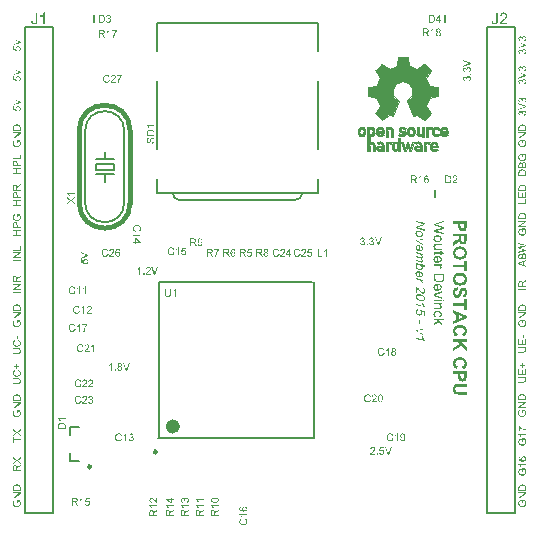
<source format=gto>
G04 Layer_Color=15132400*
%FSLAX23Y23*%
%MOIN*%
G70*
G01*
G75*
%ADD31C,0.006*%
%ADD43C,0.001*%
%ADD44C,0.016*%
%ADD45C,0.010*%
%ADD46C,0.024*%
%ADD47C,0.008*%
G36*
X492Y1633D02*
X492Y1633D01*
X492Y1633D01*
X492Y1633D01*
X492Y1632D01*
X492Y1632D01*
X491Y1632D01*
X491Y1631D01*
X491Y1631D01*
X490Y1630D01*
X490Y1630D01*
X490Y1629D01*
X489Y1629D01*
X489Y1628D01*
X488Y1627D01*
X488Y1627D01*
X487Y1626D01*
X487Y1626D01*
X487Y1626D01*
X487Y1625D01*
X487Y1625D01*
X487Y1625D01*
X487Y1624D01*
X486Y1624D01*
X486Y1623D01*
X486Y1623D01*
X485Y1622D01*
X485Y1621D01*
X485Y1620D01*
X484Y1619D01*
X484Y1617D01*
Y1617D01*
X484Y1617D01*
X484Y1617D01*
X484Y1616D01*
X483Y1616D01*
X483Y1616D01*
X483Y1615D01*
X483Y1615D01*
X483Y1614D01*
X483Y1614D01*
X483Y1613D01*
X483Y1611D01*
X482Y1610D01*
X479D01*
Y1610D01*
Y1610D01*
Y1610D01*
X479Y1611D01*
Y1611D01*
X479Y1611D01*
X479Y1612D01*
X479Y1612D01*
X479Y1613D01*
X480Y1613D01*
X480Y1614D01*
X480Y1614D01*
X480Y1615D01*
X480Y1616D01*
X480Y1617D01*
Y1617D01*
X480Y1617D01*
X481Y1618D01*
X481Y1618D01*
X481Y1618D01*
X481Y1619D01*
X481Y1619D01*
X481Y1620D01*
X481Y1621D01*
X482Y1621D01*
X482Y1623D01*
X483Y1624D01*
X484Y1626D01*
X484Y1626D01*
X484Y1626D01*
X484Y1626D01*
X484Y1626D01*
X484Y1627D01*
X484Y1627D01*
X485Y1627D01*
X485Y1628D01*
X486Y1629D01*
X486Y1630D01*
X487Y1631D01*
X488Y1632D01*
X476D01*
Y1635D01*
X492D01*
Y1633D01*
D02*
G37*
G36*
X465Y1636D02*
X465Y1636D01*
X465Y1636D01*
X466Y1636D01*
X466Y1635D01*
X467Y1635D01*
X468Y1635D01*
X469Y1635D01*
X469Y1634D01*
X469Y1634D01*
X470Y1634D01*
X470Y1634D01*
X470Y1634D01*
X470Y1633D01*
X470Y1633D01*
X470Y1633D01*
X471Y1633D01*
X471Y1633D01*
X471Y1632D01*
X471Y1632D01*
X472Y1631D01*
X472Y1630D01*
X472Y1630D01*
X472Y1629D01*
X472Y1629D01*
Y1629D01*
Y1628D01*
X472Y1628D01*
X472Y1628D01*
X472Y1627D01*
X472Y1627D01*
X472Y1626D01*
X471Y1626D01*
X471Y1626D01*
X471Y1625D01*
X471Y1625D01*
X471Y1625D01*
X471Y1624D01*
X470Y1624D01*
X470Y1623D01*
X469Y1622D01*
X469Y1622D01*
X469Y1622D01*
X469Y1622D01*
X469Y1622D01*
X468Y1622D01*
X468Y1621D01*
X468Y1621D01*
X467Y1621D01*
X467Y1620D01*
X467Y1620D01*
X466Y1619D01*
X466Y1619D01*
X465Y1618D01*
X464Y1618D01*
X464Y1618D01*
X464Y1618D01*
X464Y1618D01*
X464Y1618D01*
X464Y1617D01*
X464Y1617D01*
X463Y1617D01*
X462Y1616D01*
X462Y1616D01*
X461Y1615D01*
X461Y1615D01*
X461Y1615D01*
X461Y1615D01*
X461Y1615D01*
X460Y1614D01*
X460Y1614D01*
X460Y1614D01*
X460Y1614D01*
X459Y1613D01*
X472D01*
Y1610D01*
X455D01*
Y1610D01*
Y1610D01*
Y1610D01*
X455Y1611D01*
X455Y1611D01*
X455Y1611D01*
X455Y1612D01*
X455Y1612D01*
Y1612D01*
X455Y1612D01*
X456Y1612D01*
X456Y1613D01*
X456Y1613D01*
X456Y1614D01*
X457Y1614D01*
X457Y1615D01*
X458Y1616D01*
Y1616D01*
X458Y1616D01*
X458Y1616D01*
X458Y1616D01*
X459Y1617D01*
X459Y1617D01*
X460Y1618D01*
X461Y1619D01*
X462Y1619D01*
X462Y1619D01*
X462Y1620D01*
X462Y1620D01*
X462Y1620D01*
X463Y1620D01*
X463Y1621D01*
X463Y1621D01*
X464Y1621D01*
X465Y1622D01*
X466Y1623D01*
X466Y1624D01*
X467Y1624D01*
X467Y1624D01*
X467Y1625D01*
Y1625D01*
X467Y1625D01*
X467Y1625D01*
X468Y1625D01*
X468Y1626D01*
X468Y1626D01*
X468Y1627D01*
X469Y1627D01*
X469Y1628D01*
X469Y1629D01*
Y1629D01*
Y1629D01*
X469Y1629D01*
X469Y1629D01*
X469Y1630D01*
X468Y1630D01*
X468Y1631D01*
X468Y1631D01*
X467Y1632D01*
X467Y1632D01*
X467Y1632D01*
X467Y1632D01*
X467Y1632D01*
X466Y1633D01*
X465Y1633D01*
X465Y1633D01*
X464Y1633D01*
X464D01*
X464Y1633D01*
X463Y1633D01*
X463Y1633D01*
X462Y1633D01*
X461Y1633D01*
X461Y1632D01*
X460Y1632D01*
X460Y1632D01*
X460Y1631D01*
X460Y1631D01*
X460Y1631D01*
X459Y1630D01*
X459Y1630D01*
X459Y1629D01*
X459Y1628D01*
X456Y1628D01*
Y1628D01*
X456Y1628D01*
Y1629D01*
X456Y1629D01*
X456Y1629D01*
X456Y1630D01*
X456Y1630D01*
X456Y1630D01*
X456Y1631D01*
X457Y1632D01*
X457Y1633D01*
X457Y1633D01*
X458Y1633D01*
X458Y1634D01*
X458Y1634D01*
X458Y1634D01*
X458Y1634D01*
X459Y1634D01*
X459Y1634D01*
X459Y1634D01*
X459Y1635D01*
X460Y1635D01*
X460Y1635D01*
X461Y1635D01*
X461Y1635D01*
X462Y1635D01*
X462Y1636D01*
X463Y1636D01*
X463Y1636D01*
X464Y1636D01*
X464D01*
X465Y1636D01*
D02*
G37*
G36*
X460Y1056D02*
X460Y1056D01*
X460Y1056D01*
X461Y1056D01*
X461Y1055D01*
X462Y1055D01*
X463Y1055D01*
X464Y1055D01*
X464Y1054D01*
X464Y1054D01*
X465Y1054D01*
X465Y1054D01*
X465Y1054D01*
X465Y1053D01*
X465Y1053D01*
X465Y1053D01*
X466Y1053D01*
X466Y1053D01*
X466Y1052D01*
X466Y1052D01*
X467Y1051D01*
X467Y1050D01*
X467Y1050D01*
X467Y1049D01*
X467Y1049D01*
Y1049D01*
Y1048D01*
X467Y1048D01*
X467Y1048D01*
X467Y1047D01*
X467Y1047D01*
X467Y1046D01*
X466Y1046D01*
X466Y1046D01*
X466Y1045D01*
X466Y1045D01*
X466Y1045D01*
X466Y1044D01*
X465Y1044D01*
X465Y1043D01*
X464Y1042D01*
X464Y1042D01*
X464Y1042D01*
X464Y1042D01*
X464Y1042D01*
X463Y1042D01*
X463Y1041D01*
X463Y1041D01*
X462Y1041D01*
X462Y1040D01*
X462Y1040D01*
X461Y1039D01*
X461Y1039D01*
X460Y1038D01*
X459Y1038D01*
X459Y1038D01*
X459Y1038D01*
X459Y1038D01*
X459Y1038D01*
X459Y1037D01*
X459Y1037D01*
X458Y1037D01*
X457Y1036D01*
X457Y1036D01*
X456Y1035D01*
X456Y1035D01*
X456Y1035D01*
X456Y1035D01*
X456Y1035D01*
X455Y1034D01*
X455Y1034D01*
X455Y1034D01*
X455Y1034D01*
X454Y1033D01*
X467D01*
Y1030D01*
X450D01*
Y1030D01*
Y1030D01*
Y1030D01*
X450Y1031D01*
X450Y1031D01*
X450Y1031D01*
X450Y1032D01*
X450Y1032D01*
Y1032D01*
X450Y1032D01*
X451Y1032D01*
X451Y1033D01*
X451Y1033D01*
X451Y1034D01*
X452Y1034D01*
X452Y1035D01*
X453Y1036D01*
Y1036D01*
X453Y1036D01*
X453Y1036D01*
X453Y1036D01*
X454Y1037D01*
X454Y1037D01*
X455Y1038D01*
X456Y1039D01*
X457Y1039D01*
X457Y1039D01*
X457Y1040D01*
X457Y1040D01*
X457Y1040D01*
X458Y1040D01*
X458Y1041D01*
X458Y1041D01*
X459Y1041D01*
X460Y1042D01*
X461Y1043D01*
X461Y1044D01*
X462Y1044D01*
X462Y1044D01*
X462Y1045D01*
Y1045D01*
X462Y1045D01*
X462Y1045D01*
X463Y1045D01*
X463Y1046D01*
X463Y1046D01*
X463Y1047D01*
X464Y1047D01*
X464Y1048D01*
X464Y1049D01*
Y1049D01*
Y1049D01*
X464Y1049D01*
X464Y1049D01*
X464Y1050D01*
X463Y1050D01*
X463Y1051D01*
X463Y1051D01*
X462Y1052D01*
X462Y1052D01*
X462Y1052D01*
X462Y1052D01*
X462Y1052D01*
X461Y1053D01*
X460Y1053D01*
X460Y1053D01*
X459Y1053D01*
X459D01*
X459Y1053D01*
X458Y1053D01*
X458Y1053D01*
X457Y1053D01*
X456Y1053D01*
X456Y1052D01*
X455Y1052D01*
X455Y1052D01*
X455Y1051D01*
X455Y1051D01*
X455Y1051D01*
X454Y1050D01*
X454Y1050D01*
X454Y1049D01*
X454Y1048D01*
X451Y1048D01*
Y1048D01*
X451Y1048D01*
Y1049D01*
X451Y1049D01*
X451Y1049D01*
X451Y1050D01*
X451Y1050D01*
X451Y1050D01*
X451Y1051D01*
X452Y1052D01*
X452Y1053D01*
X452Y1053D01*
X453Y1053D01*
X453Y1054D01*
X453Y1054D01*
X453Y1054D01*
X453Y1054D01*
X454Y1054D01*
X454Y1054D01*
X454Y1054D01*
X454Y1055D01*
X455Y1055D01*
X455Y1055D01*
X456Y1055D01*
X456Y1055D01*
X457Y1055D01*
X457Y1056D01*
X458Y1056D01*
X458Y1056D01*
X459Y1056D01*
X459D01*
X460Y1056D01*
D02*
G37*
G36*
X443Y1636D02*
X443Y1636D01*
X443Y1636D01*
X444Y1636D01*
X444Y1636D01*
X445Y1636D01*
X446Y1635D01*
X447Y1635D01*
X448Y1635D01*
X448Y1634D01*
X449Y1634D01*
X449Y1634D01*
X449Y1634D01*
X449Y1634D01*
X449Y1634D01*
X449Y1634D01*
X449Y1633D01*
X450Y1633D01*
X450Y1633D01*
X450Y1632D01*
X451Y1632D01*
X451Y1631D01*
X451Y1631D01*
X451Y1630D01*
X452Y1630D01*
X452Y1629D01*
X452Y1629D01*
X449Y1628D01*
Y1628D01*
X449Y1628D01*
X449Y1628D01*
X449Y1628D01*
X449Y1628D01*
X449Y1629D01*
X448Y1629D01*
X448Y1630D01*
X447Y1631D01*
X447Y1631D01*
X446Y1632D01*
X446Y1632D01*
X446Y1632D01*
X446Y1632D01*
X445Y1633D01*
X444Y1633D01*
X444Y1633D01*
X443Y1633D01*
X442Y1633D01*
X442D01*
X442Y1633D01*
X441D01*
X441Y1633D01*
X440Y1633D01*
X439Y1633D01*
X439Y1633D01*
X438Y1632D01*
X437Y1632D01*
X437D01*
X437Y1632D01*
X437Y1631D01*
X436Y1631D01*
X436Y1631D01*
X435Y1630D01*
X435Y1630D01*
X435Y1629D01*
X434Y1628D01*
Y1628D01*
X434Y1628D01*
X434Y1628D01*
X434Y1628D01*
X434Y1627D01*
X434Y1627D01*
X434Y1626D01*
X434Y1626D01*
X434Y1625D01*
X434Y1624D01*
X433Y1623D01*
Y1623D01*
Y1623D01*
Y1623D01*
Y1622D01*
X434Y1622D01*
Y1622D01*
X434Y1621D01*
X434Y1621D01*
X434Y1620D01*
X434Y1619D01*
X434Y1618D01*
X434Y1617D01*
Y1617D01*
X434Y1617D01*
X435Y1617D01*
X435Y1617D01*
X435Y1616D01*
X435Y1616D01*
X436Y1615D01*
X436Y1615D01*
X437Y1614D01*
X437Y1614D01*
X437D01*
X437Y1614D01*
X438Y1614D01*
X438Y1613D01*
X438Y1613D01*
X438Y1613D01*
X439Y1613D01*
X439Y1613D01*
X440Y1613D01*
X441Y1612D01*
X442Y1612D01*
X442D01*
X442Y1612D01*
X442D01*
X443Y1613D01*
X443Y1613D01*
X444Y1613D01*
X445Y1613D01*
X446Y1614D01*
X446Y1614D01*
X447Y1614D01*
X447Y1614D01*
X447Y1614D01*
X447Y1614D01*
X447Y1614D01*
X447Y1615D01*
X447Y1615D01*
X447Y1615D01*
X448Y1615D01*
X448Y1616D01*
X448Y1616D01*
X448Y1616D01*
X449Y1617D01*
X449Y1617D01*
X449Y1618D01*
X449Y1618D01*
X449Y1619D01*
X453Y1618D01*
Y1618D01*
X453Y1618D01*
X453Y1618D01*
X452Y1617D01*
X452Y1617D01*
X452Y1617D01*
X452Y1616D01*
X452Y1616D01*
X451Y1615D01*
X451Y1614D01*
X450Y1613D01*
X450Y1613D01*
X449Y1612D01*
X449Y1612D01*
X449Y1612D01*
X449Y1612D01*
X449Y1612D01*
X448Y1611D01*
X448Y1611D01*
X448Y1611D01*
X447Y1611D01*
X447Y1611D01*
X446Y1610D01*
X446Y1610D01*
X445Y1610D01*
X445Y1610D01*
X444Y1610D01*
X443Y1610D01*
X443Y1610D01*
X442Y1610D01*
X442D01*
X441Y1610D01*
X441D01*
X441Y1610D01*
X440Y1610D01*
X440Y1610D01*
X439Y1610D01*
X437Y1610D01*
X436Y1611D01*
X436Y1611D01*
X435Y1611D01*
X435Y1611D01*
X435Y1611D01*
X435Y1611D01*
X435Y1612D01*
X435Y1612D01*
X434Y1612D01*
X434Y1612D01*
X434Y1612D01*
X434Y1613D01*
X433Y1613D01*
X433Y1614D01*
X432Y1615D01*
X431Y1616D01*
Y1616D01*
X431Y1616D01*
X431Y1616D01*
X431Y1617D01*
X431Y1617D01*
X431Y1617D01*
X431Y1618D01*
X431Y1618D01*
X431Y1619D01*
X430Y1619D01*
X430Y1620D01*
X430Y1622D01*
X430Y1623D01*
Y1623D01*
Y1623D01*
Y1623D01*
X430Y1624D01*
Y1624D01*
X430Y1624D01*
X430Y1625D01*
X430Y1625D01*
X430Y1626D01*
X431Y1628D01*
X431Y1629D01*
X432Y1630D01*
X432Y1630D01*
X432Y1630D01*
X432Y1630D01*
X432Y1630D01*
X432Y1631D01*
X432Y1631D01*
X433Y1632D01*
X433Y1632D01*
X434Y1633D01*
X435Y1634D01*
X436Y1634D01*
X436Y1635D01*
X436Y1635D01*
X436Y1635D01*
X436Y1635D01*
X437Y1635D01*
X437Y1635D01*
X437Y1635D01*
X438Y1635D01*
X438Y1635D01*
X439Y1636D01*
X440Y1636D01*
X441Y1636D01*
X442Y1636D01*
X442D01*
X443Y1636D01*
D02*
G37*
G36*
X335Y1239D02*
X315D01*
X315Y1239D01*
X315Y1239D01*
X315Y1238D01*
X316Y1238D01*
X316Y1238D01*
X316Y1237D01*
X317Y1237D01*
X317Y1236D01*
Y1236D01*
X317Y1236D01*
X317Y1236D01*
X318Y1235D01*
X318Y1235D01*
X318Y1234D01*
X318Y1234D01*
X319Y1233D01*
X319Y1233D01*
X316D01*
Y1233D01*
X316Y1233D01*
X316Y1233D01*
X316Y1233D01*
X315Y1233D01*
X315Y1234D01*
X315Y1234D01*
X314Y1235D01*
X314Y1236D01*
X313Y1236D01*
X313Y1237D01*
X313Y1237D01*
X313Y1237D01*
X313Y1237D01*
X312Y1238D01*
X312Y1238D01*
X312Y1238D01*
X311Y1239D01*
X311Y1239D01*
X310Y1240D01*
X309Y1240D01*
Y1242D01*
X335D01*
Y1239D01*
D02*
G37*
G36*
X1604Y1301D02*
X1604Y1301D01*
X1604Y1301D01*
X1605Y1301D01*
X1605Y1300D01*
X1606Y1300D01*
X1607Y1300D01*
X1608Y1300D01*
X1608Y1299D01*
X1608Y1299D01*
X1609Y1299D01*
X1609Y1299D01*
X1609Y1299D01*
X1609Y1298D01*
X1609Y1298D01*
X1609Y1298D01*
X1610Y1298D01*
X1610Y1298D01*
X1610Y1297D01*
X1610Y1297D01*
X1611Y1296D01*
X1611Y1295D01*
X1611Y1295D01*
X1611Y1294D01*
X1611Y1294D01*
Y1294D01*
Y1293D01*
X1611Y1293D01*
X1611Y1293D01*
X1611Y1292D01*
X1611Y1292D01*
X1611Y1291D01*
X1610Y1291D01*
X1610Y1291D01*
X1610Y1290D01*
X1610Y1290D01*
X1610Y1290D01*
X1610Y1289D01*
X1609Y1289D01*
X1609Y1288D01*
X1608Y1287D01*
X1608Y1287D01*
X1608Y1287D01*
X1608Y1287D01*
X1608Y1287D01*
X1607Y1287D01*
X1607Y1286D01*
X1607Y1286D01*
X1606Y1286D01*
X1606Y1285D01*
X1606Y1285D01*
X1605Y1284D01*
X1605Y1284D01*
X1604Y1283D01*
X1603Y1283D01*
X1603Y1283D01*
X1603Y1283D01*
X1603Y1283D01*
X1603Y1283D01*
X1603Y1282D01*
X1603Y1282D01*
X1602Y1282D01*
X1601Y1281D01*
X1601Y1281D01*
X1600Y1280D01*
X1600Y1280D01*
X1600Y1280D01*
X1600Y1280D01*
X1600Y1280D01*
X1599Y1279D01*
X1599Y1279D01*
X1599Y1279D01*
X1599Y1279D01*
X1598Y1278D01*
X1611D01*
Y1275D01*
X1594D01*
Y1275D01*
Y1275D01*
Y1275D01*
X1594Y1276D01*
X1594Y1276D01*
X1594Y1276D01*
X1594Y1277D01*
X1594Y1277D01*
Y1277D01*
X1594Y1277D01*
X1595Y1277D01*
X1595Y1278D01*
X1595Y1278D01*
X1595Y1279D01*
X1596Y1279D01*
X1596Y1280D01*
X1597Y1281D01*
Y1281D01*
X1597Y1281D01*
X1597Y1281D01*
X1597Y1281D01*
X1598Y1282D01*
X1598Y1282D01*
X1599Y1283D01*
X1600Y1284D01*
X1601Y1284D01*
X1601Y1284D01*
X1601Y1285D01*
X1601Y1285D01*
X1601Y1285D01*
X1602Y1285D01*
X1602Y1286D01*
X1602Y1286D01*
X1603Y1286D01*
X1604Y1287D01*
X1605Y1288D01*
X1605Y1289D01*
X1606Y1289D01*
X1606Y1289D01*
X1606Y1290D01*
Y1290D01*
X1606Y1290D01*
X1606Y1290D01*
X1607Y1290D01*
X1607Y1291D01*
X1607Y1291D01*
X1607Y1292D01*
X1608Y1292D01*
X1608Y1293D01*
X1608Y1294D01*
Y1294D01*
Y1294D01*
X1608Y1294D01*
X1608Y1294D01*
X1608Y1295D01*
X1607Y1295D01*
X1607Y1296D01*
X1607Y1296D01*
X1606Y1297D01*
X1606Y1297D01*
X1606Y1297D01*
X1606Y1297D01*
X1606Y1297D01*
X1605Y1298D01*
X1604Y1298D01*
X1604Y1298D01*
X1603Y1298D01*
X1603D01*
X1603Y1298D01*
X1602Y1298D01*
X1602Y1298D01*
X1601Y1298D01*
X1600Y1298D01*
X1600Y1297D01*
X1599Y1297D01*
X1599Y1297D01*
X1599Y1296D01*
X1599Y1296D01*
X1599Y1296D01*
X1598Y1295D01*
X1598Y1295D01*
X1598Y1294D01*
X1598Y1293D01*
X1595Y1293D01*
Y1293D01*
X1595Y1293D01*
Y1294D01*
X1595Y1294D01*
X1595Y1294D01*
X1595Y1295D01*
X1595Y1295D01*
X1595Y1295D01*
X1595Y1296D01*
X1596Y1297D01*
X1596Y1298D01*
X1596Y1298D01*
X1597Y1298D01*
X1597Y1299D01*
X1597Y1299D01*
X1597Y1299D01*
X1597Y1299D01*
X1598Y1299D01*
X1598Y1299D01*
X1598Y1299D01*
X1598Y1300D01*
X1599Y1300D01*
X1599Y1300D01*
X1600Y1300D01*
X1600Y1300D01*
X1601Y1300D01*
X1601Y1301D01*
X1602Y1301D01*
X1602Y1301D01*
X1603Y1301D01*
X1603D01*
X1604Y1301D01*
D02*
G37*
G36*
X1581Y1301D02*
X1581Y1301D01*
X1582Y1300D01*
X1583Y1300D01*
X1583Y1300D01*
X1583D01*
X1583Y1300D01*
X1584D01*
X1584Y1300D01*
X1584Y1300D01*
X1585Y1300D01*
X1585Y1300D01*
X1586Y1299D01*
X1587Y1299D01*
X1587Y1298D01*
X1587Y1298D01*
X1587Y1298D01*
X1587Y1298D01*
X1587Y1298D01*
X1588Y1298D01*
X1588Y1297D01*
X1589Y1297D01*
X1589Y1296D01*
X1590Y1295D01*
X1590Y1294D01*
Y1294D01*
X1590Y1294D01*
X1590Y1294D01*
X1590Y1294D01*
X1590Y1293D01*
X1590Y1293D01*
X1591Y1293D01*
X1591Y1292D01*
X1591Y1292D01*
X1591Y1291D01*
X1591Y1290D01*
X1591Y1289D01*
X1591Y1288D01*
Y1288D01*
Y1288D01*
Y1288D01*
Y1287D01*
X1591Y1287D01*
Y1287D01*
X1591Y1286D01*
X1591Y1285D01*
X1591Y1285D01*
X1591Y1284D01*
X1590Y1283D01*
Y1283D01*
X1590Y1283D01*
X1590Y1283D01*
X1590Y1282D01*
X1590Y1282D01*
X1590Y1281D01*
X1590Y1281D01*
X1589Y1280D01*
X1589Y1280D01*
X1589Y1279D01*
X1589Y1279D01*
X1589Y1279D01*
X1588Y1279D01*
X1588Y1278D01*
X1588Y1278D01*
X1587Y1277D01*
X1587Y1277D01*
X1586Y1277D01*
X1586Y1277D01*
X1586Y1277D01*
X1586Y1276D01*
X1586Y1276D01*
X1585Y1276D01*
X1585Y1276D01*
X1584Y1276D01*
X1583Y1275D01*
X1583D01*
X1583Y1275D01*
X1583Y1275D01*
X1583Y1275D01*
X1582Y1275D01*
X1582Y1275D01*
X1581Y1275D01*
X1580Y1275D01*
X1579Y1275D01*
X1570D01*
Y1301D01*
X1580D01*
X1581Y1301D01*
D02*
G37*
G36*
X335Y1224D02*
X326Y1218D01*
X326Y1218D01*
X326Y1218D01*
X326Y1218D01*
X325Y1217D01*
X325Y1217D01*
X324Y1217D01*
X324Y1217D01*
X325Y1217D01*
X325Y1216D01*
X325Y1216D01*
X326Y1216D01*
X326Y1216D01*
X326Y1216D01*
X335Y1209D01*
Y1205D01*
X322Y1215D01*
X309Y1206D01*
Y1210D01*
X316Y1215D01*
X316D01*
X316Y1215D01*
X316Y1215D01*
X316Y1215D01*
X317Y1215D01*
X317Y1216D01*
X318Y1216D01*
X318Y1216D01*
X319Y1217D01*
X319Y1217D01*
X319Y1217D01*
X319Y1217D01*
X319Y1217D01*
X318Y1217D01*
X318Y1218D01*
X317Y1218D01*
X317Y1219D01*
X316Y1219D01*
X309Y1224D01*
Y1228D01*
X322Y1219D01*
X335Y1228D01*
Y1224D01*
D02*
G37*
G36*
X155Y1117D02*
X143D01*
Y1103D01*
X155D01*
Y1100D01*
X129D01*
Y1103D01*
X140D01*
Y1117D01*
X129D01*
Y1120D01*
X155D01*
Y1117D01*
D02*
G37*
G36*
X293Y476D02*
X293D01*
X294Y476D01*
X295Y476D01*
X295Y476D01*
X296Y476D01*
X297Y475D01*
X297D01*
X297Y475D01*
X297Y475D01*
X298Y475D01*
X298Y475D01*
X299Y475D01*
X299Y475D01*
X300Y474D01*
X300Y474D01*
X301Y474D01*
X301Y474D01*
X301Y474D01*
X301Y473D01*
X302Y473D01*
X302Y473D01*
X303Y472D01*
X303Y472D01*
X303Y471D01*
X303Y471D01*
X303Y471D01*
X304Y471D01*
X304Y471D01*
X304Y470D01*
X304Y470D01*
X304Y469D01*
X305Y468D01*
Y468D01*
Y468D01*
X305Y468D01*
X305Y468D01*
X305Y468D01*
X305Y467D01*
X305Y467D01*
X305Y466D01*
X305Y465D01*
X305Y464D01*
Y455D01*
X279D01*
Y464D01*
Y464D01*
Y464D01*
Y464D01*
Y464D01*
Y465D01*
Y465D01*
X279Y466D01*
X279Y466D01*
X280Y467D01*
X280Y468D01*
X280Y468D01*
Y468D01*
X280Y468D01*
Y469D01*
X280Y469D01*
X280Y469D01*
X280Y470D01*
X280Y470D01*
X281Y471D01*
X281Y472D01*
X282Y472D01*
X282Y472D01*
X282Y472D01*
X282Y472D01*
X282Y472D01*
X282Y473D01*
X283Y473D01*
X283Y474D01*
X284Y474D01*
X285Y475D01*
X286Y475D01*
X286D01*
X286Y475D01*
X286Y475D01*
X286Y475D01*
X287Y475D01*
X287Y475D01*
X287Y476D01*
X288Y476D01*
X288Y476D01*
X289Y476D01*
X290Y476D01*
X291Y476D01*
X292Y476D01*
X293D01*
X293Y476D01*
D02*
G37*
G36*
X385Y222D02*
X375D01*
X374Y215D01*
X374Y215D01*
X374Y215D01*
X374Y216D01*
X374Y216D01*
X374Y216D01*
X374Y216D01*
X375Y216D01*
X376Y216D01*
X377Y217D01*
X377Y217D01*
X378Y217D01*
X379D01*
X379Y217D01*
X379Y217D01*
X380Y217D01*
X380Y217D01*
X380Y217D01*
X381Y216D01*
X382Y216D01*
X382Y216D01*
X383Y216D01*
X383Y215D01*
X384Y215D01*
X384Y215D01*
X384Y215D01*
X384Y215D01*
X384Y214D01*
X384Y214D01*
X385Y214D01*
X385Y214D01*
X385Y213D01*
X385Y213D01*
X385Y213D01*
X386Y212D01*
X386Y212D01*
X386Y211D01*
X386Y211D01*
X386Y210D01*
X386Y209D01*
X386Y209D01*
Y209D01*
Y209D01*
Y208D01*
X386Y208D01*
X386Y208D01*
X386Y207D01*
X386Y207D01*
X386Y207D01*
X386Y206D01*
X386Y205D01*
X385Y204D01*
X385Y204D01*
X385Y203D01*
X384Y203D01*
X384Y203D01*
X384Y203D01*
X384Y202D01*
X384Y202D01*
X384Y202D01*
X383Y202D01*
X383Y201D01*
X383Y201D01*
X382Y201D01*
X382Y201D01*
X381Y200D01*
X380Y200D01*
X380Y200D01*
X379Y200D01*
X378Y200D01*
X378Y200D01*
X377D01*
X377Y200D01*
X377Y200D01*
X376Y200D01*
X376Y200D01*
X376Y200D01*
X375Y200D01*
X374Y200D01*
X373Y201D01*
X373Y201D01*
X372Y201D01*
X372Y201D01*
X372Y202D01*
X372Y202D01*
X372Y202D01*
X372Y202D01*
X371Y202D01*
X371Y202D01*
X371Y203D01*
X371Y203D01*
X371Y203D01*
X370Y204D01*
X370Y205D01*
X370Y206D01*
X369Y206D01*
X369Y207D01*
X373Y207D01*
Y207D01*
Y207D01*
X373Y207D01*
X373Y207D01*
X373Y206D01*
X373Y206D01*
X373Y205D01*
X374Y204D01*
X374Y204D01*
X374Y203D01*
X374Y203D01*
X375Y203D01*
X375Y203D01*
X375Y203D01*
X376Y203D01*
X376Y202D01*
X377Y202D01*
X378Y202D01*
X378D01*
X378Y202D01*
X378Y202D01*
X379Y202D01*
X380Y203D01*
X380Y203D01*
X381Y203D01*
X381Y204D01*
X381Y204D01*
X381Y204D01*
X382Y204D01*
X382Y204D01*
X382Y204D01*
X382Y205D01*
X382Y205D01*
X383Y206D01*
X383Y206D01*
X383Y207D01*
X383Y208D01*
Y208D01*
Y208D01*
Y209D01*
Y209D01*
X383Y209D01*
Y209D01*
X383Y209D01*
X383Y210D01*
X383Y211D01*
X382Y211D01*
X382Y212D01*
X382Y213D01*
Y213D01*
X381Y213D01*
X381Y213D01*
X381Y213D01*
X380Y213D01*
X380Y214D01*
X379Y214D01*
X378Y214D01*
X378Y214D01*
X377D01*
X377Y214D01*
X377Y214D01*
X376Y214D01*
X376Y214D01*
X375Y214D01*
X375Y214D01*
X375Y213D01*
X375Y213D01*
X374Y213D01*
X374Y213D01*
X374Y213D01*
X374Y212D01*
X373Y212D01*
X373Y212D01*
X370Y212D01*
X372Y225D01*
X385D01*
Y222D01*
D02*
G37*
G36*
X595Y1427D02*
X595Y1427D01*
X596Y1427D01*
X596Y1427D01*
X597Y1427D01*
X598Y1426D01*
X598D01*
X598Y1426D01*
X598Y1426D01*
X598Y1426D01*
X599Y1425D01*
X599Y1425D01*
X600Y1424D01*
X600Y1424D01*
X600Y1423D01*
Y1423D01*
X600Y1423D01*
X601Y1423D01*
X601Y1422D01*
X601Y1422D01*
X601Y1422D01*
X601Y1421D01*
X601Y1421D01*
X601Y1420D01*
X601Y1419D01*
X601Y1418D01*
Y1418D01*
Y1418D01*
Y1418D01*
Y1417D01*
X601Y1417D01*
Y1417D01*
X601Y1416D01*
X601Y1416D01*
X601Y1415D01*
X601Y1414D01*
X601Y1413D01*
X600Y1412D01*
Y1412D01*
X600Y1412D01*
X600Y1412D01*
X600Y1412D01*
X600Y1411D01*
X600Y1411D01*
X599Y1410D01*
X599Y1410D01*
X598Y1409D01*
X597Y1408D01*
X597D01*
X597Y1408D01*
X597Y1408D01*
X597Y1408D01*
X597Y1408D01*
X597Y1408D01*
X596Y1408D01*
X595Y1407D01*
X595Y1407D01*
X594Y1407D01*
X593Y1407D01*
X592Y1410D01*
X593D01*
X593Y1410D01*
X593D01*
X593Y1410D01*
X594Y1410D01*
X594Y1411D01*
X595Y1411D01*
X595Y1411D01*
X596Y1411D01*
X596Y1411D01*
X596Y1411D01*
X596Y1412D01*
X596Y1412D01*
X597Y1412D01*
X597Y1413D01*
X597Y1413D01*
X598Y1414D01*
Y1414D01*
X598Y1414D01*
X598Y1414D01*
X598Y1414D01*
X598Y1414D01*
X598Y1415D01*
X598Y1416D01*
X598Y1416D01*
X598Y1417D01*
X598Y1418D01*
Y1418D01*
Y1418D01*
Y1418D01*
Y1418D01*
X598Y1418D01*
X598Y1419D01*
X598Y1419D01*
X598Y1420D01*
X598Y1421D01*
X598Y1421D01*
X598Y1421D01*
X598Y1421D01*
X598Y1422D01*
X597Y1422D01*
X597Y1422D01*
X597Y1423D01*
X597Y1423D01*
X596Y1423D01*
X596Y1423D01*
X596Y1423D01*
X596Y1424D01*
X596Y1424D01*
X595Y1424D01*
X595Y1424D01*
X595Y1424D01*
X594Y1424D01*
X594D01*
X594Y1424D01*
X593Y1424D01*
X593Y1424D01*
X593Y1424D01*
X592Y1424D01*
X592Y1423D01*
X592Y1423D01*
X592Y1423D01*
X592Y1423D01*
X591Y1423D01*
X591Y1423D01*
X591Y1422D01*
X591Y1422D01*
X590Y1421D01*
X590Y1421D01*
X590Y1421D01*
X590Y1421D01*
X590Y1420D01*
X590Y1420D01*
X590Y1420D01*
X590Y1420D01*
X590Y1419D01*
X590Y1419D01*
X590Y1418D01*
X590Y1418D01*
X589Y1417D01*
X589Y1417D01*
Y1416D01*
X589Y1416D01*
X589Y1416D01*
X589Y1416D01*
X589Y1416D01*
X589Y1415D01*
X589Y1415D01*
X588Y1414D01*
X588Y1413D01*
X588Y1412D01*
X588Y1412D01*
X588Y1412D01*
Y1412D01*
X588Y1411D01*
X587Y1411D01*
X587Y1411D01*
X587Y1411D01*
X587Y1410D01*
X586Y1410D01*
X586Y1409D01*
X585Y1409D01*
X585Y1409D01*
X585Y1409D01*
X585Y1409D01*
X584Y1408D01*
X584Y1408D01*
X583Y1408D01*
X583Y1408D01*
X582Y1408D01*
X582D01*
X581Y1408D01*
X581Y1408D01*
X580Y1408D01*
X580Y1408D01*
X579Y1409D01*
X578Y1409D01*
X578D01*
X578Y1409D01*
X578Y1409D01*
X578Y1410D01*
X577Y1410D01*
X577Y1410D01*
X577Y1411D01*
X576Y1412D01*
X576Y1412D01*
Y1412D01*
X576Y1412D01*
X576Y1412D01*
X576Y1413D01*
X576Y1413D01*
X576Y1413D01*
X575Y1414D01*
X575Y1414D01*
X575Y1415D01*
X575Y1416D01*
X575Y1417D01*
Y1417D01*
Y1417D01*
Y1417D01*
Y1417D01*
X575Y1418D01*
Y1418D01*
X575Y1419D01*
X575Y1419D01*
X575Y1420D01*
X576Y1421D01*
X576Y1422D01*
Y1422D01*
X576Y1422D01*
X576Y1422D01*
X576Y1422D01*
X576Y1423D01*
X577Y1423D01*
X577Y1424D01*
X577Y1424D01*
X578Y1425D01*
X579Y1425D01*
X579D01*
X579Y1425D01*
X579Y1425D01*
X579Y1425D01*
X579Y1426D01*
X580Y1426D01*
X580Y1426D01*
X581Y1426D01*
X582Y1426D01*
X583Y1427D01*
X583Y1423D01*
X583D01*
X583Y1423D01*
X582Y1423D01*
X582Y1423D01*
X582Y1423D01*
X581Y1423D01*
X580Y1422D01*
X580Y1422D01*
X579Y1422D01*
X579Y1421D01*
X579Y1421D01*
X579Y1421D01*
X579Y1420D01*
X578Y1420D01*
X578Y1419D01*
X578Y1418D01*
X578Y1417D01*
Y1417D01*
Y1417D01*
Y1417D01*
Y1417D01*
X578Y1416D01*
X578Y1416D01*
X578Y1415D01*
X578Y1415D01*
X578Y1414D01*
X579Y1413D01*
X579Y1413D01*
X579Y1413D01*
X579Y1413D01*
X579Y1412D01*
X580Y1412D01*
X580Y1412D01*
X580Y1412D01*
X581Y1411D01*
X581Y1411D01*
X582Y1411D01*
X582D01*
X582Y1411D01*
X583Y1411D01*
X583Y1411D01*
X583Y1412D01*
X584Y1412D01*
X584Y1412D01*
X584Y1412D01*
X584Y1412D01*
X584Y1413D01*
X584Y1413D01*
X585Y1413D01*
X585Y1413D01*
X585Y1414D01*
X585Y1414D01*
X585Y1414D01*
X585Y1415D01*
X585Y1415D01*
X586Y1416D01*
X586Y1417D01*
X586Y1417D01*
Y1417D01*
X586Y1417D01*
X586Y1418D01*
X586Y1418D01*
X586Y1418D01*
X586Y1419D01*
X586Y1419D01*
X586Y1420D01*
X587Y1421D01*
X587Y1421D01*
X587Y1422D01*
X587Y1422D01*
X587Y1423D01*
X588Y1423D01*
Y1423D01*
X588Y1423D01*
X588Y1423D01*
X588Y1423D01*
X588Y1424D01*
X588Y1424D01*
X589Y1425D01*
X589Y1425D01*
X590Y1426D01*
X590Y1426D01*
X590Y1426D01*
X590Y1426D01*
X591Y1427D01*
X591Y1427D01*
X592Y1427D01*
X592Y1427D01*
X593Y1427D01*
X594Y1427D01*
X594D01*
X595Y1427D01*
D02*
G37*
G36*
X305Y488D02*
X285D01*
X285Y488D01*
X285Y488D01*
X285Y488D01*
X286Y487D01*
X286Y487D01*
X286Y486D01*
X287Y486D01*
X287Y485D01*
Y485D01*
X287Y485D01*
X287Y485D01*
X288Y485D01*
X288Y484D01*
X288Y484D01*
X288Y483D01*
X289Y482D01*
X289Y482D01*
X286D01*
Y482D01*
X286Y482D01*
X286Y482D01*
X286Y482D01*
X285Y483D01*
X285Y483D01*
X285Y483D01*
X284Y484D01*
X284Y485D01*
X283Y486D01*
X283Y487D01*
X283Y487D01*
X283Y487D01*
X283Y487D01*
X282Y487D01*
X282Y487D01*
X282Y488D01*
X281Y488D01*
X281Y489D01*
X280Y489D01*
X279Y489D01*
Y491D01*
X305D01*
Y488D01*
D02*
G37*
G36*
X361Y200D02*
X358D01*
Y220D01*
X358Y220D01*
X358Y220D01*
X358Y220D01*
X357Y219D01*
X357Y219D01*
X356Y219D01*
X356Y218D01*
X355Y218D01*
X355D01*
X355Y218D01*
X355Y218D01*
X355Y217D01*
X354Y217D01*
X354Y217D01*
X353Y217D01*
X352Y216D01*
X352Y216D01*
Y219D01*
X352D01*
X352Y219D01*
X352Y219D01*
X352Y219D01*
X353Y220D01*
X353Y220D01*
X353Y220D01*
X354Y221D01*
X355Y221D01*
X356Y222D01*
X356Y222D01*
X357Y222D01*
X357Y222D01*
X357Y222D01*
X357Y223D01*
X357Y223D01*
X358Y223D01*
X358Y224D01*
X359Y224D01*
X359Y225D01*
X359Y226D01*
X361D01*
Y200D01*
D02*
G37*
G36*
X438Y1056D02*
X438Y1056D01*
X438Y1056D01*
X439Y1056D01*
X439Y1056D01*
X440Y1056D01*
X441Y1055D01*
X442Y1055D01*
X443Y1055D01*
X443Y1054D01*
X444Y1054D01*
X444Y1054D01*
X444Y1054D01*
X444Y1054D01*
X444Y1054D01*
X444Y1054D01*
X444Y1053D01*
X445Y1053D01*
X445Y1053D01*
X445Y1052D01*
X446Y1052D01*
X446Y1051D01*
X446Y1051D01*
X446Y1050D01*
X447Y1050D01*
X447Y1049D01*
X447Y1049D01*
X444Y1048D01*
Y1048D01*
X444Y1048D01*
X444Y1048D01*
X444Y1048D01*
X444Y1048D01*
X444Y1049D01*
X443Y1049D01*
X443Y1050D01*
X442Y1051D01*
X442Y1051D01*
X441Y1052D01*
X441Y1052D01*
X441Y1052D01*
X441Y1052D01*
X440Y1053D01*
X439Y1053D01*
X439Y1053D01*
X438Y1053D01*
X437Y1053D01*
X437D01*
X437Y1053D01*
X436D01*
X436Y1053D01*
X435Y1053D01*
X434Y1053D01*
X434Y1053D01*
X433Y1052D01*
X432Y1052D01*
X432D01*
X432Y1052D01*
X432Y1051D01*
X431Y1051D01*
X431Y1051D01*
X430Y1050D01*
X430Y1050D01*
X430Y1049D01*
X429Y1048D01*
Y1048D01*
X429Y1048D01*
X429Y1048D01*
X429Y1048D01*
X429Y1047D01*
X429Y1047D01*
X429Y1046D01*
X429Y1046D01*
X429Y1045D01*
X429Y1044D01*
X428Y1043D01*
Y1043D01*
Y1043D01*
Y1043D01*
Y1042D01*
X429Y1042D01*
Y1042D01*
X429Y1041D01*
X429Y1041D01*
X429Y1040D01*
X429Y1039D01*
X429Y1038D01*
X429Y1037D01*
Y1037D01*
X429Y1037D01*
X430Y1037D01*
X430Y1037D01*
X430Y1036D01*
X430Y1036D01*
X431Y1035D01*
X431Y1035D01*
X432Y1034D01*
X432Y1034D01*
X432D01*
X432Y1034D01*
X433Y1034D01*
X433Y1033D01*
X433Y1033D01*
X433Y1033D01*
X434Y1033D01*
X434Y1033D01*
X435Y1033D01*
X436Y1032D01*
X437Y1032D01*
X437D01*
X437Y1032D01*
X437D01*
X438Y1033D01*
X438Y1033D01*
X439Y1033D01*
X440Y1033D01*
X441Y1034D01*
X441Y1034D01*
X442Y1034D01*
X442Y1034D01*
X442Y1034D01*
X442Y1034D01*
X442Y1034D01*
X442Y1035D01*
X442Y1035D01*
X442Y1035D01*
X443Y1035D01*
X443Y1036D01*
X443Y1036D01*
X443Y1036D01*
X444Y1037D01*
X444Y1037D01*
X444Y1038D01*
X444Y1038D01*
X444Y1039D01*
X448Y1038D01*
Y1038D01*
X448Y1038D01*
X448Y1038D01*
X447Y1037D01*
X447Y1037D01*
X447Y1037D01*
X447Y1036D01*
X447Y1036D01*
X446Y1035D01*
X446Y1034D01*
X445Y1033D01*
X445Y1033D01*
X444Y1032D01*
X444Y1032D01*
X444Y1032D01*
X444Y1032D01*
X444Y1032D01*
X443Y1031D01*
X443Y1031D01*
X443Y1031D01*
X442Y1031D01*
X442Y1031D01*
X441Y1030D01*
X441Y1030D01*
X440Y1030D01*
X440Y1030D01*
X439Y1030D01*
X438Y1030D01*
X438Y1030D01*
X437Y1030D01*
X437D01*
X436Y1030D01*
X436D01*
X436Y1030D01*
X435Y1030D01*
X435Y1030D01*
X434Y1030D01*
X432Y1030D01*
X431Y1031D01*
X431Y1031D01*
X430Y1031D01*
X430Y1031D01*
X430Y1031D01*
X430Y1031D01*
X430Y1032D01*
X430Y1032D01*
X429Y1032D01*
X429Y1032D01*
X429Y1032D01*
X429Y1033D01*
X428Y1033D01*
X428Y1034D01*
X427Y1035D01*
X426Y1036D01*
Y1036D01*
X426Y1036D01*
X426Y1036D01*
X426Y1037D01*
X426Y1037D01*
X426Y1037D01*
X426Y1038D01*
X426Y1038D01*
X426Y1039D01*
X425Y1039D01*
X425Y1040D01*
X425Y1042D01*
X425Y1043D01*
Y1043D01*
Y1043D01*
Y1043D01*
X425Y1044D01*
Y1044D01*
X425Y1044D01*
X425Y1045D01*
X425Y1045D01*
X425Y1046D01*
X426Y1048D01*
X426Y1049D01*
X427Y1050D01*
X427Y1050D01*
X427Y1050D01*
X427Y1050D01*
X427Y1050D01*
X427Y1051D01*
X427Y1051D01*
X428Y1052D01*
X428Y1052D01*
X429Y1053D01*
X430Y1054D01*
X431Y1054D01*
X431Y1055D01*
X431Y1055D01*
X431Y1055D01*
X431Y1055D01*
X432Y1055D01*
X432Y1055D01*
X432Y1055D01*
X433Y1055D01*
X433Y1055D01*
X434Y1056D01*
X435Y1056D01*
X436Y1056D01*
X437Y1056D01*
X437D01*
X438Y1056D01*
D02*
G37*
G36*
X155Y1268D02*
X150Y1265D01*
X150D01*
X150Y1264D01*
X149Y1264D01*
X149Y1264D01*
X149Y1264D01*
X148Y1264D01*
X148Y1263D01*
X147Y1263D01*
X147Y1262D01*
X146Y1262D01*
X146Y1262D01*
X146Y1262D01*
X146Y1262D01*
X145Y1261D01*
X145Y1261D01*
X145Y1261D01*
X144Y1260D01*
X144Y1260D01*
X144Y1260D01*
X144Y1260D01*
X144Y1260D01*
X144Y1260D01*
X144Y1259D01*
X144Y1259D01*
Y1259D01*
X144Y1259D01*
Y1259D01*
X144Y1258D01*
X144Y1258D01*
Y1258D01*
X144Y1257D01*
Y1257D01*
Y1253D01*
X155D01*
Y1250D01*
X129D01*
Y1261D01*
Y1261D01*
Y1261D01*
Y1261D01*
Y1261D01*
X129Y1262D01*
Y1262D01*
X129Y1263D01*
X130Y1264D01*
X130Y1265D01*
X130Y1265D01*
X130Y1266D01*
X130Y1266D01*
Y1266D01*
X130Y1266D01*
X130Y1266D01*
X130Y1267D01*
X131Y1267D01*
X131Y1268D01*
X131Y1268D01*
X132Y1269D01*
X133Y1269D01*
X133D01*
X133Y1269D01*
X133Y1269D01*
X133Y1269D01*
X134Y1270D01*
X134Y1270D01*
X135Y1270D01*
X136Y1270D01*
X136Y1270D01*
X137D01*
X137Y1270D01*
X137D01*
X137Y1270D01*
X138Y1270D01*
X139Y1270D01*
X139Y1269D01*
X140Y1269D01*
X141Y1269D01*
X141Y1268D01*
X141Y1268D01*
X141Y1268D01*
X141Y1268D01*
X141Y1268D01*
X141Y1268D01*
X142Y1268D01*
X142Y1267D01*
X142Y1267D01*
X142Y1267D01*
X142Y1266D01*
X143Y1266D01*
X143Y1265D01*
X143Y1265D01*
X143Y1264D01*
X143Y1264D01*
X143Y1263D01*
X143Y1263D01*
X143Y1263D01*
X144Y1263D01*
X144Y1264D01*
X144Y1264D01*
X144Y1265D01*
X145Y1265D01*
X145Y1265D01*
X145Y1265D01*
X145Y1265D01*
X146Y1266D01*
X146Y1266D01*
X147Y1267D01*
X147Y1267D01*
X148Y1268D01*
X155Y1272D01*
Y1268D01*
D02*
G37*
G36*
X337Y226D02*
X338D01*
X338Y226D01*
X339Y225D01*
X340Y225D01*
X341Y225D01*
X341Y225D01*
X342Y225D01*
X342D01*
X342Y225D01*
X342Y225D01*
X342Y225D01*
X343Y224D01*
X343Y224D01*
X343Y224D01*
X344Y223D01*
X344Y222D01*
Y222D01*
X344Y222D01*
X345Y222D01*
X345Y222D01*
X345Y221D01*
X345Y221D01*
X345Y220D01*
X345Y219D01*
X345Y219D01*
Y219D01*
Y219D01*
Y218D01*
X345Y218D01*
Y218D01*
X345Y218D01*
X345Y217D01*
X345Y216D01*
X345Y216D01*
X344Y215D01*
X344Y214D01*
X344Y214D01*
X344Y214D01*
X344Y214D01*
X343Y214D01*
X343Y214D01*
X343Y214D01*
X343Y213D01*
X343Y213D01*
X342Y213D01*
X342Y213D01*
X342Y213D01*
X341Y212D01*
X341Y212D01*
X340Y212D01*
X340Y212D01*
X339Y212D01*
X338Y212D01*
X338Y212D01*
X338Y212D01*
X339Y211D01*
X339Y211D01*
X340Y211D01*
X340Y211D01*
X340Y210D01*
X340Y210D01*
X341Y210D01*
X341Y210D01*
X341Y209D01*
X342Y209D01*
X342Y208D01*
X343Y208D01*
X343Y207D01*
X347Y200D01*
X343D01*
X340Y205D01*
Y205D01*
X340Y205D01*
X340Y206D01*
X340Y206D01*
X339Y206D01*
X339Y207D01*
X339Y207D01*
X338Y208D01*
X338Y208D01*
X337Y209D01*
X337Y209D01*
X337Y209D01*
X337Y209D01*
X337Y210D01*
X336Y210D01*
X336Y210D01*
X336Y211D01*
X336Y211D01*
X336Y211D01*
X335Y211D01*
X335Y211D01*
X335Y211D01*
X335Y211D01*
X334Y211D01*
X334D01*
X334Y211D01*
X334D01*
X334Y211D01*
X333Y211D01*
X333D01*
X333Y211D01*
X328D01*
Y200D01*
X325D01*
Y226D01*
X337D01*
X337Y226D01*
D02*
G37*
G36*
X480Y1056D02*
X480D01*
X481Y1056D01*
X481Y1055D01*
X482Y1055D01*
X483Y1055D01*
X484Y1055D01*
X484Y1054D01*
X484Y1054D01*
X484Y1054D01*
X485Y1054D01*
X485Y1054D01*
X485Y1054D01*
X485Y1054D01*
X485Y1053D01*
X485Y1053D01*
X486Y1052D01*
X486Y1051D01*
X487Y1050D01*
X487Y1049D01*
X484Y1049D01*
Y1049D01*
X484Y1049D01*
X484Y1049D01*
X483Y1050D01*
X483Y1050D01*
X483Y1051D01*
X483Y1051D01*
X483Y1051D01*
X482Y1052D01*
X482Y1052D01*
X482Y1052D01*
X482Y1052D01*
X482Y1052D01*
X481Y1053D01*
X481Y1053D01*
X480Y1053D01*
X479Y1053D01*
X479D01*
X479Y1053D01*
X478Y1053D01*
X478Y1053D01*
X478Y1053D01*
X477Y1053D01*
X477Y1052D01*
X477Y1052D01*
X476Y1052D01*
X476Y1052D01*
X476Y1051D01*
X475Y1051D01*
X475Y1050D01*
X475Y1050D01*
X474Y1049D01*
Y1049D01*
X474Y1049D01*
X474Y1049D01*
X474Y1049D01*
X474Y1048D01*
X474Y1048D01*
X474Y1048D01*
X474Y1048D01*
X474Y1047D01*
X474Y1047D01*
X474Y1046D01*
X474Y1046D01*
X474Y1045D01*
X473Y1045D01*
X473Y1044D01*
Y1043D01*
X473Y1043D01*
X474Y1043D01*
X474Y1044D01*
X474Y1044D01*
X475Y1045D01*
X475Y1045D01*
X476Y1045D01*
X476Y1046D01*
X476D01*
X476Y1046D01*
X476Y1046D01*
X477Y1046D01*
X477Y1046D01*
X478Y1046D01*
X478Y1046D01*
X479Y1047D01*
X480Y1047D01*
X480D01*
X480Y1047D01*
X480Y1047D01*
X481Y1047D01*
X481Y1046D01*
X481Y1046D01*
X482Y1046D01*
X483Y1046D01*
X483Y1046D01*
X484Y1045D01*
X484Y1045D01*
X485Y1045D01*
X485Y1044D01*
X485Y1044D01*
X485Y1044D01*
X485Y1044D01*
X485Y1044D01*
X486Y1044D01*
X486Y1043D01*
X486Y1043D01*
X486Y1043D01*
X486Y1042D01*
X487Y1042D01*
X487Y1041D01*
X487Y1041D01*
X487Y1040D01*
X487Y1040D01*
X487Y1039D01*
X487Y1038D01*
Y1038D01*
Y1038D01*
Y1038D01*
Y1038D01*
X487Y1038D01*
Y1037D01*
X487Y1037D01*
X487Y1036D01*
X487Y1035D01*
X487Y1035D01*
X486Y1034D01*
Y1034D01*
X486Y1034D01*
X486Y1034D01*
X486Y1033D01*
X486Y1033D01*
X485Y1033D01*
X485Y1032D01*
X485Y1032D01*
X484Y1031D01*
X483Y1031D01*
X483D01*
X483Y1031D01*
X483Y1031D01*
X483Y1030D01*
X483Y1030D01*
X482Y1030D01*
X481Y1030D01*
X481Y1030D01*
X480Y1030D01*
X479Y1030D01*
X479D01*
X479Y1030D01*
X479D01*
X478Y1030D01*
X478Y1030D01*
X477Y1030D01*
X477Y1030D01*
X476Y1030D01*
X476Y1030D01*
X475Y1030D01*
X475Y1031D01*
X474Y1031D01*
X474Y1031D01*
X473Y1032D01*
X473Y1032D01*
X473Y1032D01*
X473Y1033D01*
X473Y1033D01*
X472Y1033D01*
X472Y1033D01*
X472Y1034D01*
X472Y1034D01*
X472Y1035D01*
X471Y1035D01*
X471Y1036D01*
X471Y1037D01*
X471Y1038D01*
X471Y1039D01*
X470Y1040D01*
X470Y1041D01*
X470Y1042D01*
Y1042D01*
Y1042D01*
Y1042D01*
Y1042D01*
X470Y1043D01*
Y1043D01*
X470Y1044D01*
X470Y1044D01*
X471Y1045D01*
X471Y1046D01*
X471Y1047D01*
X471Y1048D01*
X471Y1049D01*
X471Y1050D01*
X472Y1050D01*
X472Y1051D01*
X473Y1052D01*
X473Y1053D01*
X473Y1053D01*
X473Y1053D01*
X473Y1053D01*
X473Y1053D01*
X474Y1053D01*
X474Y1054D01*
X474Y1054D01*
X475Y1054D01*
X475Y1054D01*
X476Y1055D01*
X476Y1055D01*
X477Y1055D01*
X477Y1055D01*
X478Y1056D01*
X479Y1056D01*
X480Y1056D01*
X480D01*
X480Y1056D01*
D02*
G37*
G36*
X155Y1050D02*
X129D01*
Y1053D01*
X152D01*
Y1066D01*
X155D01*
Y1050D01*
D02*
G37*
G36*
X476Y1783D02*
X476Y1783D01*
X476Y1783D01*
X476Y1783D01*
X476Y1782D01*
X476Y1782D01*
X475Y1782D01*
X475Y1781D01*
X475Y1781D01*
X474Y1780D01*
X474Y1780D01*
X473Y1779D01*
X473Y1779D01*
X473Y1778D01*
X472Y1777D01*
X472Y1777D01*
X471Y1776D01*
X471Y1776D01*
X471Y1776D01*
X471Y1775D01*
X471Y1775D01*
X471Y1775D01*
X470Y1774D01*
X470Y1774D01*
X470Y1773D01*
X470Y1773D01*
X469Y1772D01*
X469Y1771D01*
X469Y1770D01*
X468Y1769D01*
X468Y1767D01*
Y1767D01*
X468Y1767D01*
X468Y1767D01*
X467Y1766D01*
X467Y1766D01*
X467Y1766D01*
X467Y1765D01*
X467Y1765D01*
X467Y1764D01*
X467Y1764D01*
X467Y1763D01*
X467Y1761D01*
X466Y1760D01*
X463D01*
Y1760D01*
Y1760D01*
Y1760D01*
X463Y1761D01*
Y1761D01*
X463Y1761D01*
X463Y1762D01*
X463Y1762D01*
X463Y1763D01*
X464Y1763D01*
X464Y1764D01*
X464Y1764D01*
X464Y1765D01*
X464Y1766D01*
X464Y1767D01*
Y1767D01*
X464Y1767D01*
X464Y1768D01*
X465Y1768D01*
X465Y1768D01*
X465Y1769D01*
X465Y1769D01*
X465Y1770D01*
X465Y1771D01*
X466Y1771D01*
X466Y1773D01*
X467Y1774D01*
X468Y1776D01*
X468Y1776D01*
X468Y1776D01*
X468Y1776D01*
X468Y1776D01*
X468Y1777D01*
X468Y1777D01*
X469Y1777D01*
X469Y1778D01*
X470Y1779D01*
X470Y1780D01*
X471Y1781D01*
X472Y1782D01*
X460D01*
Y1785D01*
X476D01*
Y1783D01*
D02*
G37*
G36*
X1553Y1819D02*
X1556D01*
Y1816D01*
X1553D01*
Y1810D01*
X1550D01*
Y1816D01*
X1538D01*
Y1819D01*
X1550Y1836D01*
X1553D01*
Y1819D01*
D02*
G37*
G36*
X1526Y1836D02*
X1526Y1836D01*
X1527Y1835D01*
X1528Y1835D01*
X1528Y1835D01*
X1528D01*
X1528Y1835D01*
X1529D01*
X1529Y1835D01*
X1529Y1835D01*
X1530Y1835D01*
X1530Y1835D01*
X1531Y1834D01*
X1532Y1834D01*
X1532Y1833D01*
X1532Y1833D01*
X1532Y1833D01*
X1532Y1833D01*
X1532Y1833D01*
X1533Y1833D01*
X1533Y1832D01*
X1534Y1832D01*
X1534Y1831D01*
X1535Y1830D01*
X1535Y1829D01*
Y1829D01*
X1535Y1829D01*
X1535Y1829D01*
X1535Y1829D01*
X1535Y1828D01*
X1535Y1828D01*
X1536Y1828D01*
X1536Y1827D01*
X1536Y1827D01*
X1536Y1826D01*
X1536Y1825D01*
X1536Y1824D01*
X1536Y1823D01*
Y1823D01*
Y1823D01*
Y1823D01*
Y1822D01*
X1536Y1822D01*
Y1822D01*
X1536Y1821D01*
X1536Y1820D01*
X1536Y1820D01*
X1536Y1819D01*
X1535Y1818D01*
Y1818D01*
X1535Y1818D01*
X1535Y1818D01*
X1535Y1817D01*
X1535Y1817D01*
X1535Y1816D01*
X1535Y1816D01*
X1534Y1815D01*
X1534Y1815D01*
X1534Y1814D01*
X1534Y1814D01*
X1534Y1814D01*
X1533Y1814D01*
X1533Y1813D01*
X1533Y1813D01*
X1532Y1812D01*
X1532Y1812D01*
X1531Y1812D01*
X1531Y1812D01*
X1531Y1812D01*
X1531Y1811D01*
X1531Y1811D01*
X1530Y1811D01*
X1530Y1811D01*
X1529Y1811D01*
X1528Y1810D01*
X1528D01*
X1528Y1810D01*
X1528Y1810D01*
X1528Y1810D01*
X1527Y1810D01*
X1527Y1810D01*
X1526Y1810D01*
X1525Y1810D01*
X1524Y1810D01*
X1515D01*
Y1836D01*
X1525D01*
X1526Y1836D01*
D02*
G37*
G36*
X451Y1760D02*
X448D01*
Y1780D01*
X448Y1780D01*
X448Y1780D01*
X448Y1780D01*
X447Y1779D01*
X447Y1779D01*
X446Y1779D01*
X446Y1778D01*
X445Y1778D01*
X445D01*
X445Y1778D01*
X445Y1778D01*
X445Y1777D01*
X444Y1777D01*
X444Y1777D01*
X443Y1777D01*
X442Y1776D01*
X442Y1776D01*
Y1779D01*
X442D01*
X442Y1779D01*
X442Y1779D01*
X442Y1779D01*
X443Y1780D01*
X443Y1780D01*
X443Y1780D01*
X444Y1781D01*
X445Y1781D01*
X446Y1782D01*
X446Y1782D01*
X447Y1782D01*
X447Y1782D01*
X447Y1782D01*
X447Y1783D01*
X447Y1783D01*
X448Y1783D01*
X448Y1784D01*
X449Y1784D01*
X449Y1785D01*
X449Y1786D01*
X451D01*
Y1760D01*
D02*
G37*
G36*
X155Y936D02*
X135Y923D01*
X155D01*
Y919D01*
X129D01*
Y923D01*
X150Y936D01*
X129D01*
Y940D01*
X155D01*
Y936D01*
D02*
G37*
G36*
X1531Y1765D02*
X1528D01*
Y1785D01*
X1528Y1785D01*
X1528Y1785D01*
X1528Y1785D01*
X1527Y1784D01*
X1527Y1784D01*
X1526Y1784D01*
X1526Y1783D01*
X1525Y1783D01*
X1525D01*
X1525Y1783D01*
X1525Y1783D01*
X1525Y1782D01*
X1524Y1782D01*
X1524Y1782D01*
X1523Y1782D01*
X1522Y1781D01*
X1522Y1781D01*
Y1784D01*
X1522D01*
X1522Y1784D01*
X1522Y1784D01*
X1522Y1784D01*
X1523Y1785D01*
X1523Y1785D01*
X1523Y1785D01*
X1524Y1786D01*
X1525Y1786D01*
X1526Y1787D01*
X1526Y1787D01*
X1527Y1787D01*
X1527Y1787D01*
X1527Y1787D01*
X1527Y1788D01*
X1527Y1788D01*
X1528Y1788D01*
X1528Y1789D01*
X1529Y1789D01*
X1529Y1790D01*
X1529Y1791D01*
X1531D01*
Y1765D01*
D02*
G37*
G36*
X427Y1786D02*
X428D01*
X428Y1786D01*
X429Y1785D01*
X430Y1785D01*
X431Y1785D01*
X431Y1785D01*
X432Y1785D01*
X432D01*
X432Y1785D01*
X432Y1785D01*
X432Y1785D01*
X433Y1784D01*
X433Y1784D01*
X433Y1784D01*
X434Y1783D01*
X434Y1782D01*
Y1782D01*
X434Y1782D01*
X435Y1782D01*
X435Y1782D01*
X435Y1781D01*
X435Y1781D01*
X435Y1780D01*
X435Y1779D01*
X435Y1779D01*
Y1779D01*
Y1778D01*
Y1778D01*
X435Y1778D01*
Y1778D01*
X435Y1778D01*
X435Y1777D01*
X435Y1776D01*
X435Y1776D01*
X434Y1775D01*
X434Y1774D01*
X434Y1774D01*
X434Y1774D01*
X434Y1774D01*
X433Y1774D01*
X433Y1774D01*
X433Y1774D01*
X433Y1773D01*
X433Y1773D01*
X432Y1773D01*
X432Y1773D01*
X432Y1773D01*
X431Y1772D01*
X431Y1772D01*
X430Y1772D01*
X430Y1772D01*
X429Y1772D01*
X428Y1772D01*
X428Y1772D01*
X428Y1772D01*
X429Y1771D01*
X429Y1771D01*
X430Y1771D01*
X430Y1771D01*
X430Y1770D01*
X430Y1770D01*
X431Y1770D01*
X431Y1770D01*
X431Y1769D01*
X432Y1769D01*
X432Y1768D01*
X433Y1768D01*
X433Y1767D01*
X437Y1760D01*
X433D01*
X430Y1765D01*
Y1765D01*
X430Y1765D01*
X430Y1766D01*
X430Y1766D01*
X429Y1766D01*
X429Y1767D01*
X429Y1767D01*
X428Y1768D01*
X428Y1768D01*
X427Y1769D01*
X427Y1769D01*
X427Y1769D01*
X427Y1769D01*
X427Y1770D01*
X426Y1770D01*
X426Y1770D01*
X426Y1771D01*
X426Y1771D01*
X426Y1771D01*
X425Y1771D01*
X425Y1771D01*
X425Y1771D01*
X425Y1771D01*
X424Y1771D01*
X424D01*
X424Y1771D01*
X424D01*
X424Y1771D01*
X423Y1771D01*
X423D01*
X423Y1771D01*
X418D01*
Y1760D01*
X415D01*
Y1786D01*
X427D01*
X427Y1786D01*
D02*
G37*
G36*
X155Y910D02*
X129D01*
Y913D01*
X155D01*
Y910D01*
D02*
G37*
G36*
X1491Y1275D02*
X1488D01*
Y1295D01*
X1488Y1295D01*
X1488Y1295D01*
X1488Y1295D01*
X1487Y1294D01*
X1487Y1294D01*
X1486Y1294D01*
X1486Y1293D01*
X1485Y1293D01*
X1485D01*
X1485Y1293D01*
X1485Y1293D01*
X1485Y1292D01*
X1484Y1292D01*
X1484Y1292D01*
X1483Y1292D01*
X1482Y1291D01*
X1482Y1291D01*
Y1294D01*
X1482D01*
X1482Y1294D01*
X1482Y1294D01*
X1482Y1294D01*
X1483Y1295D01*
X1483Y1295D01*
X1483Y1295D01*
X1484Y1296D01*
X1485Y1296D01*
X1486Y1297D01*
X1486Y1297D01*
X1487Y1297D01*
X1487Y1297D01*
X1487Y1297D01*
X1487Y1298D01*
X1487Y1298D01*
X1488Y1298D01*
X1488Y1299D01*
X1489Y1299D01*
X1489Y1300D01*
X1489Y1301D01*
X1491D01*
Y1275D01*
D02*
G37*
G36*
X1467Y1301D02*
X1468D01*
X1468Y1301D01*
X1469Y1300D01*
X1470Y1300D01*
X1471Y1300D01*
X1471Y1300D01*
X1472Y1300D01*
X1472D01*
X1472Y1300D01*
X1472Y1300D01*
X1472Y1300D01*
X1473Y1299D01*
X1473Y1299D01*
X1474Y1299D01*
X1474Y1298D01*
X1474Y1297D01*
Y1297D01*
X1474Y1297D01*
X1475Y1297D01*
X1475Y1297D01*
X1475Y1296D01*
X1475Y1296D01*
X1475Y1295D01*
X1475Y1294D01*
X1475Y1294D01*
Y1294D01*
Y1293D01*
Y1293D01*
X1475Y1293D01*
Y1293D01*
X1475Y1293D01*
X1475Y1292D01*
X1475Y1291D01*
X1475Y1291D01*
X1474Y1290D01*
X1474Y1289D01*
X1474Y1289D01*
X1474Y1289D01*
X1474Y1289D01*
X1474Y1289D01*
X1473Y1289D01*
X1473Y1289D01*
X1473Y1288D01*
X1473Y1288D01*
X1472Y1288D01*
X1472Y1288D01*
X1472Y1288D01*
X1471Y1287D01*
X1471Y1287D01*
X1470Y1287D01*
X1470Y1287D01*
X1469Y1287D01*
X1468Y1287D01*
X1468Y1287D01*
X1468Y1287D01*
X1469Y1286D01*
X1469Y1286D01*
X1470Y1286D01*
X1470Y1286D01*
X1470Y1285D01*
X1470Y1285D01*
X1471Y1285D01*
X1471Y1285D01*
X1471Y1284D01*
X1472Y1284D01*
X1472Y1283D01*
X1473Y1283D01*
X1473Y1282D01*
X1477Y1275D01*
X1473D01*
X1470Y1280D01*
Y1280D01*
X1470Y1280D01*
X1470Y1281D01*
X1470Y1281D01*
X1469Y1281D01*
X1469Y1282D01*
X1469Y1282D01*
X1468Y1283D01*
X1468Y1283D01*
X1467Y1284D01*
X1467Y1284D01*
X1467Y1284D01*
X1467Y1284D01*
X1467Y1285D01*
X1466Y1285D01*
X1466Y1285D01*
X1466Y1286D01*
X1466Y1286D01*
X1466Y1286D01*
X1465Y1286D01*
X1465Y1286D01*
X1465Y1286D01*
X1465Y1286D01*
X1464Y1286D01*
X1464D01*
X1464Y1286D01*
X1464D01*
X1464Y1286D01*
X1463Y1286D01*
X1463D01*
X1463Y1286D01*
X1458D01*
Y1275D01*
X1455D01*
Y1301D01*
X1467D01*
X1467Y1301D01*
D02*
G37*
G36*
X1509Y1301D02*
X1509D01*
X1510Y1301D01*
X1510Y1300D01*
X1511Y1300D01*
X1512Y1300D01*
X1513Y1300D01*
X1513Y1299D01*
X1513Y1299D01*
X1513Y1299D01*
X1513Y1299D01*
X1514Y1299D01*
X1514Y1299D01*
X1514Y1299D01*
X1514Y1298D01*
X1514Y1298D01*
X1515Y1297D01*
X1515Y1296D01*
X1516Y1295D01*
X1516Y1294D01*
X1513Y1294D01*
Y1294D01*
X1513Y1294D01*
X1513Y1294D01*
X1512Y1295D01*
X1512Y1295D01*
X1512Y1296D01*
X1512Y1296D01*
X1512Y1296D01*
X1511Y1297D01*
X1511Y1297D01*
X1511Y1297D01*
X1511Y1297D01*
X1511Y1297D01*
X1510Y1298D01*
X1510Y1298D01*
X1509Y1298D01*
X1508Y1298D01*
X1508D01*
X1508Y1298D01*
X1507Y1298D01*
X1507Y1298D01*
X1507Y1298D01*
X1506Y1298D01*
X1506Y1297D01*
X1506Y1297D01*
X1505Y1297D01*
X1505Y1297D01*
X1505Y1296D01*
X1504Y1296D01*
X1504Y1295D01*
X1504Y1295D01*
X1503Y1294D01*
Y1294D01*
X1503Y1294D01*
X1503Y1294D01*
X1503Y1294D01*
X1503Y1293D01*
X1503Y1293D01*
X1503Y1293D01*
X1503Y1293D01*
X1503Y1292D01*
X1503Y1292D01*
X1503Y1291D01*
X1503Y1291D01*
X1502Y1290D01*
X1502Y1290D01*
X1502Y1289D01*
Y1288D01*
X1502Y1288D01*
X1503Y1288D01*
X1503Y1289D01*
X1503Y1289D01*
X1504Y1290D01*
X1504Y1290D01*
X1505Y1290D01*
X1505Y1291D01*
X1505D01*
X1505Y1291D01*
X1505Y1291D01*
X1506Y1291D01*
X1506Y1291D01*
X1507Y1291D01*
X1507Y1291D01*
X1508Y1292D01*
X1509Y1292D01*
X1509D01*
X1509Y1292D01*
X1509Y1292D01*
X1510Y1292D01*
X1510Y1291D01*
X1510Y1291D01*
X1511Y1291D01*
X1512Y1291D01*
X1512Y1291D01*
X1513Y1290D01*
X1513Y1290D01*
X1514Y1290D01*
X1514Y1289D01*
X1514Y1289D01*
X1514Y1289D01*
X1514Y1289D01*
X1514Y1289D01*
X1514Y1289D01*
X1515Y1288D01*
X1515Y1288D01*
X1515Y1288D01*
X1515Y1287D01*
X1515Y1287D01*
X1516Y1286D01*
X1516Y1286D01*
X1516Y1285D01*
X1516Y1285D01*
X1516Y1284D01*
X1516Y1283D01*
Y1283D01*
Y1283D01*
Y1283D01*
Y1283D01*
X1516Y1283D01*
Y1282D01*
X1516Y1282D01*
X1516Y1281D01*
X1516Y1280D01*
X1515Y1280D01*
X1515Y1279D01*
Y1279D01*
X1515Y1279D01*
X1515Y1279D01*
X1515Y1278D01*
X1515Y1278D01*
X1514Y1278D01*
X1514Y1277D01*
X1513Y1277D01*
X1513Y1276D01*
X1512Y1276D01*
X1512D01*
X1512Y1276D01*
X1512Y1276D01*
X1512Y1275D01*
X1512Y1275D01*
X1511Y1275D01*
X1510Y1275D01*
X1510Y1275D01*
X1509Y1275D01*
X1508Y1275D01*
X1508D01*
X1508Y1275D01*
X1507D01*
X1507Y1275D01*
X1507Y1275D01*
X1506Y1275D01*
X1506Y1275D01*
X1505Y1275D01*
X1505Y1275D01*
X1504Y1275D01*
X1504Y1276D01*
X1503Y1276D01*
X1503Y1276D01*
X1502Y1277D01*
X1502Y1277D01*
X1502Y1277D01*
X1502Y1278D01*
X1502Y1278D01*
X1501Y1278D01*
X1501Y1278D01*
X1501Y1279D01*
X1501Y1279D01*
X1501Y1280D01*
X1500Y1280D01*
X1500Y1281D01*
X1500Y1282D01*
X1500Y1283D01*
X1499Y1284D01*
X1499Y1285D01*
X1499Y1286D01*
X1499Y1287D01*
Y1287D01*
Y1287D01*
Y1287D01*
Y1287D01*
X1499Y1288D01*
Y1288D01*
X1499Y1289D01*
X1499Y1289D01*
X1499Y1290D01*
X1500Y1291D01*
X1500Y1292D01*
X1500Y1293D01*
X1500Y1294D01*
X1500Y1295D01*
X1501Y1295D01*
X1501Y1296D01*
X1502Y1297D01*
X1502Y1298D01*
X1502Y1298D01*
X1502Y1298D01*
X1502Y1298D01*
X1502Y1298D01*
X1503Y1298D01*
X1503Y1299D01*
X1503Y1299D01*
X1504Y1299D01*
X1504Y1299D01*
X1505Y1300D01*
X1505Y1300D01*
X1506Y1300D01*
X1506Y1300D01*
X1507Y1301D01*
X1508Y1301D01*
X1508Y1301D01*
X1509D01*
X1509Y1301D01*
D02*
G37*
G36*
X137Y1145D02*
X138Y1145D01*
X138Y1145D01*
X138Y1145D01*
X139Y1145D01*
X140Y1145D01*
X140Y1145D01*
X141Y1144D01*
X141Y1144D01*
X141Y1144D01*
X142Y1144D01*
X142Y1143D01*
X142Y1143D01*
X142Y1143D01*
X143Y1143D01*
X143Y1143D01*
X143Y1143D01*
X143Y1142D01*
X143Y1142D01*
X143Y1141D01*
X144Y1141D01*
X144Y1140D01*
X144Y1140D01*
X144Y1139D01*
X144Y1138D01*
X144Y1138D01*
X145Y1137D01*
X145Y1136D01*
Y1129D01*
X155D01*
Y1126D01*
X129D01*
Y1135D01*
Y1135D01*
Y1135D01*
Y1136D01*
Y1136D01*
Y1136D01*
Y1136D01*
X129Y1137D01*
X129Y1137D01*
X130Y1138D01*
X130Y1139D01*
X130Y1139D01*
Y1139D01*
Y1139D01*
X130Y1140D01*
X130Y1140D01*
X130Y1140D01*
X130Y1141D01*
X130Y1141D01*
X131Y1142D01*
X131Y1142D01*
X131Y1142D01*
X131Y1143D01*
X131Y1143D01*
X132Y1143D01*
X132Y1143D01*
X132Y1144D01*
X133Y1144D01*
X133Y1144D01*
X133Y1145D01*
X134Y1145D01*
X134Y1145D01*
X134Y1145D01*
X135Y1145D01*
X135Y1145D01*
X136Y1145D01*
X137Y1145D01*
X137D01*
X137Y1145D01*
D02*
G37*
G36*
X448Y1836D02*
X449Y1836D01*
X449Y1835D01*
X450Y1835D01*
X451Y1835D01*
X451Y1835D01*
X451D01*
X451Y1835D01*
X452Y1835D01*
X452Y1834D01*
X452Y1834D01*
X453Y1834D01*
X453Y1833D01*
X454Y1833D01*
X454Y1832D01*
X454Y1832D01*
X454Y1832D01*
X454Y1832D01*
X455Y1831D01*
X455Y1831D01*
X455Y1830D01*
X455Y1830D01*
X455Y1829D01*
Y1829D01*
Y1829D01*
X455Y1828D01*
X455Y1828D01*
X455Y1828D01*
X455Y1827D01*
X454Y1827D01*
X454Y1826D01*
X454Y1826D01*
X454Y1826D01*
X454Y1826D01*
X453Y1825D01*
X453Y1825D01*
X453Y1825D01*
X452Y1824D01*
X452Y1824D01*
X452D01*
X452Y1824D01*
X452Y1824D01*
X452Y1824D01*
X452Y1824D01*
X453Y1823D01*
X453Y1823D01*
X454Y1823D01*
X455Y1822D01*
X455Y1822D01*
X455Y1822D01*
X455Y1821D01*
X455Y1821D01*
X456Y1821D01*
X456Y1820D01*
X456Y1819D01*
X456Y1818D01*
X456Y1818D01*
Y1818D01*
Y1817D01*
Y1817D01*
X456Y1817D01*
X456Y1817D01*
X456Y1816D01*
X456Y1816D01*
X456Y1816D01*
X456Y1815D01*
X456Y1814D01*
X455Y1814D01*
X455Y1813D01*
X455Y1813D01*
X454Y1812D01*
X454Y1812D01*
X454Y1812D01*
X454Y1812D01*
X454Y1812D01*
X453Y1812D01*
X453Y1811D01*
X453Y1811D01*
X453Y1811D01*
X452Y1811D01*
X452Y1811D01*
X451Y1810D01*
X451Y1810D01*
X450Y1810D01*
X450Y1810D01*
X449Y1810D01*
X448Y1810D01*
X448Y1810D01*
X447D01*
X447Y1810D01*
X447Y1810D01*
X446Y1810D01*
X446Y1810D01*
X446Y1810D01*
X445Y1810D01*
X444Y1810D01*
X443Y1811D01*
X443Y1811D01*
X443Y1811D01*
X442Y1812D01*
X442Y1812D01*
X442Y1812D01*
X442Y1812D01*
X442Y1812D01*
X442Y1812D01*
X441Y1812D01*
X441Y1813D01*
X441Y1813D01*
X441Y1813D01*
X440Y1814D01*
X440Y1815D01*
X440Y1816D01*
X440Y1816D01*
X440Y1817D01*
X443Y1817D01*
Y1817D01*
X443Y1817D01*
X443Y1817D01*
X443Y1817D01*
X443Y1817D01*
X443Y1816D01*
X443Y1816D01*
X443Y1815D01*
X444Y1814D01*
X444Y1814D01*
X445Y1813D01*
X445Y1813D01*
X445Y1813D01*
X445Y1813D01*
X445Y1813D01*
X446Y1813D01*
X446Y1812D01*
X447Y1812D01*
X448Y1812D01*
X448D01*
X448Y1812D01*
X448Y1812D01*
X449Y1812D01*
X450Y1813D01*
X450Y1813D01*
X451Y1813D01*
X451Y1814D01*
X452Y1814D01*
X452Y1814D01*
X452Y1814D01*
X452Y1815D01*
X453Y1815D01*
X453Y1816D01*
X453Y1817D01*
X453Y1817D01*
Y1818D01*
Y1818D01*
Y1818D01*
X453Y1818D01*
X453Y1818D01*
X453Y1819D01*
X453Y1819D01*
X452Y1820D01*
X452Y1821D01*
X452Y1821D01*
X451Y1821D01*
X451Y1821D01*
X451Y1822D01*
X451Y1822D01*
X450Y1822D01*
X449Y1822D01*
X449Y1822D01*
X448Y1822D01*
X448D01*
X447Y1822D01*
X447Y1822D01*
X447Y1822D01*
X446Y1822D01*
X446Y1822D01*
X446Y1825D01*
X446D01*
X446Y1825D01*
X447D01*
X447Y1825D01*
X448Y1825D01*
X448Y1825D01*
X449Y1825D01*
X450Y1826D01*
X450Y1826D01*
X450D01*
X450Y1826D01*
X450Y1826D01*
X451Y1826D01*
X451Y1827D01*
X451Y1827D01*
X452Y1828D01*
X452Y1828D01*
X452Y1829D01*
Y1829D01*
Y1829D01*
Y1829D01*
Y1829D01*
X452Y1830D01*
X452Y1830D01*
X452Y1831D01*
X451Y1831D01*
X451Y1832D01*
X451Y1832D01*
X451Y1832D01*
X450Y1832D01*
X450Y1832D01*
X450Y1833D01*
X449Y1833D01*
X449Y1833D01*
X448Y1833D01*
X448Y1833D01*
X447D01*
X447Y1833D01*
X447Y1833D01*
X446Y1833D01*
X446Y1833D01*
X445Y1832D01*
X445Y1832D01*
X445Y1832D01*
X444Y1832D01*
X444Y1831D01*
X444Y1831D01*
X444Y1831D01*
X443Y1830D01*
X443Y1829D01*
X443Y1829D01*
X440Y1829D01*
Y1829D01*
X440Y1829D01*
X440Y1829D01*
X440Y1830D01*
X440Y1830D01*
X440Y1830D01*
X440Y1831D01*
X441Y1832D01*
X441Y1832D01*
X442Y1833D01*
X442Y1834D01*
X443Y1834D01*
X443Y1834D01*
X443Y1834D01*
X443Y1834D01*
X443Y1834D01*
X443Y1835D01*
X444Y1835D01*
X444Y1835D01*
X445Y1835D01*
X445Y1835D01*
X446Y1836D01*
X447Y1836D01*
X448D01*
X448Y1836D01*
D02*
G37*
G36*
X155Y1015D02*
X129D01*
Y1018D01*
X155D01*
Y1015D01*
D02*
G37*
G36*
Y1041D02*
X135Y1028D01*
X155D01*
Y1024D01*
X129D01*
Y1028D01*
X150Y1041D01*
X129D01*
Y1045D01*
X155D01*
Y1041D01*
D02*
G37*
G36*
X151Y1172D02*
X152Y1172D01*
X152Y1172D01*
X152Y1172D01*
X152Y1172D01*
X152Y1171D01*
X152Y1171D01*
X153Y1171D01*
X153Y1170D01*
X154Y1169D01*
X154Y1168D01*
X154Y1167D01*
Y1167D01*
X154Y1167D01*
X155Y1167D01*
X155Y1167D01*
X155Y1167D01*
X155Y1166D01*
X155Y1166D01*
X155Y1166D01*
X155Y1165D01*
X155Y1164D01*
X155Y1163D01*
X155Y1162D01*
Y1162D01*
Y1162D01*
Y1161D01*
X155Y1161D01*
Y1161D01*
X155Y1160D01*
X155Y1160D01*
X155Y1159D01*
X155Y1158D01*
X155Y1157D01*
X154Y1156D01*
X154Y1156D01*
X154Y1155D01*
X154Y1155D01*
X154Y1155D01*
X154Y1155D01*
X154Y1154D01*
X153Y1154D01*
X153Y1154D01*
X153Y1153D01*
X152Y1152D01*
X151Y1152D01*
X150Y1151D01*
X149Y1150D01*
X149D01*
X149Y1150D01*
X149Y1150D01*
X149Y1150D01*
X148Y1150D01*
X148Y1150D01*
X148Y1150D01*
X147Y1149D01*
X147Y1149D01*
X146Y1149D01*
X146Y1149D01*
X145Y1149D01*
X144Y1149D01*
X142Y1149D01*
X142D01*
X142Y1149D01*
X141D01*
X141Y1149D01*
X141Y1149D01*
X140Y1149D01*
X140Y1149D01*
X139Y1149D01*
X138Y1149D01*
X137Y1150D01*
X135Y1150D01*
X135Y1150D01*
X135Y1150D01*
X135Y1150D01*
X135Y1151D01*
X135Y1151D01*
X134Y1151D01*
X134Y1151D01*
X133Y1152D01*
X132Y1153D01*
X131Y1154D01*
X131Y1154D01*
X131Y1155D01*
X131Y1155D01*
X130Y1155D01*
X130Y1155D01*
X130Y1155D01*
X130Y1156D01*
X130Y1156D01*
X130Y1156D01*
X130Y1157D01*
X130Y1157D01*
X129Y1158D01*
X129Y1158D01*
X129Y1159D01*
X129Y1160D01*
X129Y1161D01*
Y1161D01*
Y1162D01*
Y1162D01*
Y1162D01*
Y1162D01*
X129Y1162D01*
Y1162D01*
X129Y1163D01*
X129Y1164D01*
X129Y1165D01*
X130Y1166D01*
X130Y1167D01*
Y1167D01*
X130Y1167D01*
X130Y1167D01*
X130Y1167D01*
X130Y1167D01*
X131Y1168D01*
X131Y1168D01*
X131Y1169D01*
X132Y1170D01*
X132Y1170D01*
X132Y1170D01*
X133Y1170D01*
X133Y1170D01*
X134Y1171D01*
X134Y1171D01*
X135Y1171D01*
X136Y1172D01*
X137Y1172D01*
X137Y1169D01*
X137D01*
X137Y1169D01*
X137Y1169D01*
X137Y1169D01*
X137Y1169D01*
X136Y1169D01*
X136Y1168D01*
X135Y1168D01*
X135Y1168D01*
X134Y1167D01*
X134Y1167D01*
X134Y1167D01*
X134Y1167D01*
X134Y1167D01*
X133Y1167D01*
X133Y1166D01*
X133Y1166D01*
X133Y1165D01*
X133Y1165D01*
X132Y1165D01*
X132Y1164D01*
X132Y1164D01*
X132Y1163D01*
X132Y1163D01*
X132Y1162D01*
X132Y1162D01*
Y1161D01*
Y1161D01*
Y1161D01*
Y1161D01*
X132Y1161D01*
Y1161D01*
X132Y1160D01*
X132Y1160D01*
X132Y1159D01*
X132Y1158D01*
X133Y1157D01*
X133Y1157D01*
X133Y1157D01*
X133Y1157D01*
X133Y1157D01*
X133Y1156D01*
X134Y1156D01*
X134Y1155D01*
X134Y1155D01*
X134Y1155D01*
X135Y1155D01*
X135Y1154D01*
X135Y1154D01*
X136Y1154D01*
X136Y1154D01*
X136Y1153D01*
X137Y1153D01*
X137D01*
X137Y1153D01*
X137Y1153D01*
X137Y1153D01*
X138Y1153D01*
X138Y1153D01*
X138Y1153D01*
X138Y1153D01*
X139Y1152D01*
X140Y1152D01*
X141Y1152D01*
X142Y1152D01*
X142D01*
X143Y1152D01*
X143D01*
X143Y1152D01*
X144Y1152D01*
X144Y1152D01*
X145Y1152D01*
X146Y1153D01*
X147Y1153D01*
X148Y1153D01*
X148D01*
X148Y1153D01*
X148Y1153D01*
X148Y1154D01*
X149Y1154D01*
X149Y1154D01*
X150Y1155D01*
X150Y1155D01*
X151Y1156D01*
X151Y1157D01*
Y1157D01*
X151Y1157D01*
X151Y1157D01*
X151Y1157D01*
X152Y1157D01*
X152Y1158D01*
X152Y1158D01*
X152Y1159D01*
X152Y1160D01*
X152Y1161D01*
X152Y1162D01*
Y1162D01*
Y1162D01*
Y1162D01*
Y1162D01*
X152Y1162D01*
Y1162D01*
X152Y1163D01*
X152Y1164D01*
X152Y1164D01*
X152Y1165D01*
X152Y1166D01*
Y1166D01*
X152Y1166D01*
X152Y1166D01*
X151Y1166D01*
X151Y1167D01*
X151Y1167D01*
X151Y1168D01*
X150Y1168D01*
X150Y1169D01*
X150Y1169D01*
X145D01*
Y1162D01*
X142D01*
Y1172D01*
X151D01*
X151Y1172D01*
D02*
G37*
G36*
X426Y1836D02*
X426Y1836D01*
X427Y1835D01*
X428Y1835D01*
X428Y1835D01*
X428D01*
X428Y1835D01*
X429D01*
X429Y1835D01*
X429Y1835D01*
X430Y1835D01*
X430Y1835D01*
X431Y1834D01*
X432Y1834D01*
X432Y1833D01*
X432Y1833D01*
X432Y1833D01*
X432Y1833D01*
X432Y1833D01*
X433Y1833D01*
X433Y1832D01*
X434Y1832D01*
X434Y1831D01*
X435Y1830D01*
X435Y1829D01*
Y1829D01*
X435Y1829D01*
X435Y1829D01*
X435Y1829D01*
X435Y1828D01*
X435Y1828D01*
X436Y1828D01*
X436Y1827D01*
X436Y1827D01*
X436Y1826D01*
X436Y1825D01*
X436Y1824D01*
X436Y1823D01*
Y1823D01*
Y1823D01*
Y1823D01*
Y1822D01*
X436Y1822D01*
Y1822D01*
X436Y1821D01*
X436Y1820D01*
X436Y1820D01*
X436Y1819D01*
X435Y1818D01*
Y1818D01*
X435Y1818D01*
X435Y1818D01*
X435Y1817D01*
X435Y1817D01*
X435Y1816D01*
X435Y1816D01*
X434Y1815D01*
X434Y1815D01*
X434Y1814D01*
X434Y1814D01*
X434Y1814D01*
X433Y1814D01*
X433Y1813D01*
X433Y1813D01*
X432Y1812D01*
X432Y1812D01*
X431Y1812D01*
X431Y1812D01*
X431Y1812D01*
X431Y1811D01*
X431Y1811D01*
X430Y1811D01*
X430Y1811D01*
X429Y1811D01*
X428Y1810D01*
X428D01*
X428Y1810D01*
X428Y1810D01*
X428Y1810D01*
X427Y1810D01*
X427Y1810D01*
X426Y1810D01*
X425Y1810D01*
X424Y1810D01*
X415D01*
Y1836D01*
X425D01*
X426Y1836D01*
D02*
G37*
G36*
X389Y566D02*
X390Y566D01*
X390Y565D01*
X391Y565D01*
X392Y565D01*
X392Y565D01*
X392D01*
X392Y565D01*
X393Y565D01*
X393Y564D01*
X393Y564D01*
X394Y564D01*
X394Y563D01*
X395Y563D01*
X395Y562D01*
X395Y562D01*
X395Y562D01*
X395Y562D01*
X395Y561D01*
X396Y561D01*
X396Y560D01*
X396Y560D01*
X396Y559D01*
Y559D01*
Y559D01*
X396Y558D01*
X396Y558D01*
X396Y558D01*
X396Y557D01*
X395Y557D01*
X395Y556D01*
X395Y556D01*
X395Y556D01*
X395Y556D01*
X394Y555D01*
X394Y555D01*
X394Y555D01*
X393Y554D01*
X392Y554D01*
X392D01*
X393Y554D01*
X393Y554D01*
X393Y554D01*
X393Y554D01*
X394Y553D01*
X394Y553D01*
X395Y553D01*
X395Y552D01*
X396Y552D01*
X396Y552D01*
X396Y551D01*
X396Y551D01*
X397Y551D01*
X397Y550D01*
X397Y549D01*
X397Y548D01*
X397Y548D01*
Y548D01*
Y547D01*
Y547D01*
X397Y547D01*
X397Y547D01*
X397Y546D01*
X397Y546D01*
X397Y546D01*
X397Y545D01*
X396Y544D01*
X396Y544D01*
X396Y543D01*
X396Y543D01*
X395Y542D01*
X395Y542D01*
X395Y542D01*
X395Y542D01*
X394Y542D01*
X394Y542D01*
X394Y541D01*
X394Y541D01*
X393Y541D01*
X393Y541D01*
X393Y541D01*
X392Y540D01*
X392Y540D01*
X391Y540D01*
X391Y540D01*
X390Y540D01*
X389Y540D01*
X389Y540D01*
X388D01*
X388Y540D01*
X388Y540D01*
X387Y540D01*
X387Y540D01*
X387Y540D01*
X386Y540D01*
X385Y540D01*
X384Y541D01*
X384Y541D01*
X383Y541D01*
X383Y542D01*
X383Y542D01*
X383Y542D01*
X383Y542D01*
X383Y542D01*
X382Y542D01*
X382Y542D01*
X382Y543D01*
X382Y543D01*
X382Y543D01*
X381Y544D01*
X381Y545D01*
X381Y546D01*
X381Y546D01*
X380Y547D01*
X384Y547D01*
Y547D01*
X384Y547D01*
X384Y547D01*
X384Y547D01*
X384Y547D01*
X384Y546D01*
X384Y546D01*
X384Y545D01*
X385Y544D01*
X385Y544D01*
X385Y543D01*
X386Y543D01*
X386Y543D01*
X386Y543D01*
X386Y543D01*
X387Y543D01*
X387Y542D01*
X388Y542D01*
X389Y542D01*
X389D01*
X389Y542D01*
X389Y542D01*
X390Y542D01*
X391Y543D01*
X391Y543D01*
X392Y543D01*
X392Y544D01*
X392Y544D01*
X393Y544D01*
X393Y544D01*
X393Y545D01*
X393Y545D01*
X394Y546D01*
X394Y547D01*
X394Y547D01*
Y548D01*
Y548D01*
Y548D01*
X394Y548D01*
X394Y548D01*
X394Y549D01*
X394Y549D01*
X393Y550D01*
X393Y551D01*
X392Y551D01*
X392Y551D01*
X392Y551D01*
X392Y552D01*
X391Y552D01*
X391Y552D01*
X390Y552D01*
X390Y552D01*
X389Y552D01*
X389D01*
X388Y552D01*
X388Y552D01*
X388Y552D01*
X387Y552D01*
X387Y552D01*
X387Y555D01*
X387D01*
X387Y555D01*
X388D01*
X388Y555D01*
X389Y555D01*
X389Y555D01*
X390Y555D01*
X391Y556D01*
X391Y556D01*
X391D01*
X391Y556D01*
X391Y556D01*
X392Y556D01*
X392Y557D01*
X392Y557D01*
X392Y558D01*
X393Y558D01*
X393Y559D01*
Y559D01*
Y559D01*
Y559D01*
Y559D01*
X393Y560D01*
X393Y560D01*
X392Y561D01*
X392Y561D01*
X392Y562D01*
X392Y562D01*
X392Y562D01*
X391Y562D01*
X391Y562D01*
X391Y563D01*
X390Y563D01*
X390Y563D01*
X389Y563D01*
X389Y563D01*
X388D01*
X388Y563D01*
X387Y563D01*
X387Y563D01*
X387Y563D01*
X386Y562D01*
X386Y562D01*
X385Y562D01*
X385Y562D01*
X385Y561D01*
X385Y561D01*
X385Y561D01*
X384Y560D01*
X384Y559D01*
X384Y559D01*
X381Y559D01*
Y559D01*
X381Y559D01*
X381Y559D01*
X381Y560D01*
X381Y560D01*
X381Y560D01*
X381Y561D01*
X382Y562D01*
X382Y562D01*
X383Y563D01*
X383Y564D01*
X383Y564D01*
X384Y564D01*
X384Y564D01*
X384Y564D01*
X384Y564D01*
X384Y565D01*
X384Y565D01*
X385Y565D01*
X386Y565D01*
X386Y565D01*
X387Y566D01*
X388Y566D01*
X389D01*
X389Y566D01*
D02*
G37*
G36*
X370D02*
X370Y566D01*
X370Y566D01*
X371Y566D01*
X371Y565D01*
X372Y565D01*
X373Y565D01*
X374Y565D01*
X374Y564D01*
X374Y564D01*
X375Y564D01*
X375Y564D01*
X375Y564D01*
X375Y563D01*
X375Y563D01*
X375Y563D01*
X376Y563D01*
X376Y563D01*
X376Y562D01*
X376Y562D01*
X377Y561D01*
X377Y560D01*
X377Y560D01*
X377Y559D01*
X377Y559D01*
Y559D01*
Y558D01*
X377Y558D01*
X377Y558D01*
X377Y557D01*
X377Y557D01*
X377Y556D01*
X376Y556D01*
X376Y556D01*
X376Y555D01*
X376Y555D01*
X376Y555D01*
X376Y554D01*
X375Y554D01*
X375Y553D01*
X374Y552D01*
X374Y552D01*
X374Y552D01*
X374Y552D01*
X374Y552D01*
X373Y552D01*
X373Y551D01*
X373Y551D01*
X372Y551D01*
X372Y550D01*
X372Y550D01*
X371Y549D01*
X371Y549D01*
X370Y548D01*
X369Y548D01*
X369Y548D01*
X369Y548D01*
X369Y548D01*
X369Y548D01*
X369Y547D01*
X369Y547D01*
X368Y547D01*
X367Y546D01*
X367Y546D01*
X366Y545D01*
X366Y545D01*
X366Y545D01*
X366Y545D01*
X366Y545D01*
X365Y544D01*
X365Y544D01*
X365Y544D01*
X365Y544D01*
X364Y543D01*
X377D01*
Y540D01*
X360D01*
Y540D01*
Y540D01*
Y540D01*
X360Y541D01*
X360Y541D01*
X360Y541D01*
X360Y542D01*
X360Y542D01*
Y542D01*
X360Y542D01*
X361Y542D01*
X361Y543D01*
X361Y543D01*
X361Y544D01*
X362Y544D01*
X362Y545D01*
X363Y546D01*
Y546D01*
X363Y546D01*
X363Y546D01*
X363Y546D01*
X364Y547D01*
X364Y547D01*
X365Y548D01*
X366Y549D01*
X367Y549D01*
X367Y549D01*
X367Y550D01*
X367Y550D01*
X367Y550D01*
X368Y550D01*
X368Y551D01*
X368Y551D01*
X369Y551D01*
X370Y552D01*
X371Y553D01*
X371Y554D01*
X372Y554D01*
X372Y554D01*
X372Y555D01*
Y555D01*
X372Y555D01*
X372Y555D01*
X373Y555D01*
X373Y556D01*
X373Y556D01*
X373Y557D01*
X374Y557D01*
X374Y558D01*
X374Y559D01*
Y559D01*
Y559D01*
X374Y559D01*
X374Y559D01*
X374Y560D01*
X373Y560D01*
X373Y561D01*
X373Y561D01*
X372Y562D01*
X372Y562D01*
X372Y562D01*
X372Y562D01*
X372Y562D01*
X371Y563D01*
X370Y563D01*
X370Y563D01*
X369Y563D01*
X369D01*
X369Y563D01*
X368Y563D01*
X368Y563D01*
X367Y563D01*
X366Y563D01*
X366Y562D01*
X365Y562D01*
X365Y562D01*
X365Y561D01*
X365Y561D01*
X365Y561D01*
X364Y560D01*
X364Y560D01*
X364Y559D01*
X364Y558D01*
X361Y558D01*
Y558D01*
X361Y558D01*
Y559D01*
X361Y559D01*
X361Y559D01*
X361Y560D01*
X361Y560D01*
X361Y560D01*
X361Y561D01*
X362Y562D01*
X362Y563D01*
X362Y563D01*
X363Y563D01*
X363Y564D01*
X363Y564D01*
X363Y564D01*
X363Y564D01*
X364Y564D01*
X364Y564D01*
X364Y564D01*
X364Y565D01*
X365Y565D01*
X365Y565D01*
X366Y565D01*
X366Y565D01*
X367Y565D01*
X367Y566D01*
X368Y566D01*
X368Y566D01*
X369Y566D01*
X369D01*
X370Y566D01*
D02*
G37*
G36*
Y621D02*
X370Y621D01*
X370Y621D01*
X371Y621D01*
X371Y620D01*
X372Y620D01*
X373Y620D01*
X374Y620D01*
X374Y619D01*
X374Y619D01*
X375Y619D01*
X375Y619D01*
X375Y619D01*
X375Y618D01*
X375Y618D01*
X375Y618D01*
X376Y618D01*
X376Y618D01*
X376Y617D01*
X376Y617D01*
X377Y616D01*
X377Y615D01*
X377Y615D01*
X377Y614D01*
X377Y614D01*
Y614D01*
Y613D01*
X377Y613D01*
X377Y613D01*
X377Y612D01*
X377Y612D01*
X377Y611D01*
X376Y611D01*
X376Y611D01*
X376Y610D01*
X376Y610D01*
X376Y610D01*
X376Y609D01*
X375Y609D01*
X375Y608D01*
X374Y607D01*
X374Y607D01*
X374Y607D01*
X374Y607D01*
X374Y607D01*
X373Y607D01*
X373Y606D01*
X373Y606D01*
X372Y606D01*
X372Y605D01*
X372Y605D01*
X371Y604D01*
X371Y604D01*
X370Y603D01*
X369Y603D01*
X369Y603D01*
X369Y603D01*
X369Y603D01*
X369Y603D01*
X369Y602D01*
X369Y602D01*
X368Y602D01*
X367Y601D01*
X367Y601D01*
X366Y600D01*
X366Y600D01*
X366Y600D01*
X366Y600D01*
X366Y600D01*
X365Y599D01*
X365Y599D01*
X365Y599D01*
X365Y599D01*
X364Y598D01*
X377D01*
Y595D01*
X360D01*
Y595D01*
Y595D01*
Y595D01*
X360Y596D01*
X360Y596D01*
X360Y596D01*
X360Y597D01*
X360Y597D01*
Y597D01*
X360Y597D01*
X361Y597D01*
X361Y598D01*
X361Y598D01*
X361Y599D01*
X362Y599D01*
X362Y600D01*
X363Y601D01*
Y601D01*
X363Y601D01*
X363Y601D01*
X363Y601D01*
X364Y602D01*
X364Y602D01*
X365Y603D01*
X366Y604D01*
X367Y604D01*
X367Y604D01*
X367Y605D01*
X367Y605D01*
X367Y605D01*
X368Y605D01*
X368Y606D01*
X368Y606D01*
X369Y606D01*
X370Y607D01*
X371Y608D01*
X371Y609D01*
X372Y609D01*
X372Y609D01*
X372Y610D01*
Y610D01*
X372Y610D01*
X372Y610D01*
X373Y610D01*
X373Y611D01*
X373Y611D01*
X373Y612D01*
X374Y612D01*
X374Y613D01*
X374Y614D01*
Y614D01*
Y614D01*
X374Y614D01*
X374Y614D01*
X374Y615D01*
X373Y615D01*
X373Y616D01*
X373Y616D01*
X372Y617D01*
X372Y617D01*
X372Y617D01*
X372Y617D01*
X372Y617D01*
X371Y618D01*
X370Y618D01*
X370Y618D01*
X369Y618D01*
X369D01*
X369Y618D01*
X368Y618D01*
X368Y618D01*
X367Y618D01*
X366Y618D01*
X366Y617D01*
X365Y617D01*
X365Y617D01*
X365Y616D01*
X365Y616D01*
X365Y616D01*
X364Y615D01*
X364Y615D01*
X364Y614D01*
X364Y613D01*
X361Y613D01*
Y613D01*
X361Y613D01*
Y614D01*
X361Y614D01*
X361Y614D01*
X361Y615D01*
X361Y615D01*
X361Y615D01*
X361Y616D01*
X362Y617D01*
X362Y618D01*
X362Y618D01*
X363Y618D01*
X363Y619D01*
X363Y619D01*
X363Y619D01*
X363Y619D01*
X364Y619D01*
X364Y619D01*
X364Y619D01*
X364Y620D01*
X365Y620D01*
X365Y620D01*
X366Y620D01*
X366Y620D01*
X367Y620D01*
X367Y621D01*
X368Y621D01*
X368Y621D01*
X369Y621D01*
X369D01*
X370Y621D01*
D02*
G37*
G36*
X348Y566D02*
X348Y566D01*
X348Y566D01*
X349Y566D01*
X349Y566D01*
X350Y566D01*
X351Y565D01*
X352Y565D01*
X353Y565D01*
X353Y564D01*
X354Y564D01*
X354Y564D01*
X354Y564D01*
X354Y564D01*
X354Y564D01*
X354Y564D01*
X354Y563D01*
X355Y563D01*
X355Y563D01*
X355Y562D01*
X356Y562D01*
X356Y561D01*
X356Y561D01*
X356Y560D01*
X357Y560D01*
X357Y559D01*
X357Y559D01*
X354Y558D01*
Y558D01*
X354Y558D01*
X354Y558D01*
X354Y558D01*
X354Y558D01*
X354Y559D01*
X353Y559D01*
X353Y560D01*
X352Y561D01*
X352Y561D01*
X351Y562D01*
X351Y562D01*
X351Y562D01*
X351Y562D01*
X350Y563D01*
X349Y563D01*
X349Y563D01*
X348Y563D01*
X347Y563D01*
X347D01*
X347Y563D01*
X346D01*
X346Y563D01*
X345Y563D01*
X344Y563D01*
X344Y563D01*
X343Y562D01*
X342Y562D01*
X342D01*
X342Y562D01*
X342Y561D01*
X341Y561D01*
X341Y561D01*
X340Y560D01*
X340Y560D01*
X340Y559D01*
X339Y558D01*
Y558D01*
X339Y558D01*
X339Y558D01*
X339Y558D01*
X339Y557D01*
X339Y557D01*
X339Y556D01*
X339Y556D01*
X339Y555D01*
X339Y554D01*
X338Y553D01*
Y553D01*
Y553D01*
Y553D01*
Y552D01*
X339Y552D01*
Y552D01*
X339Y551D01*
X339Y551D01*
X339Y550D01*
X339Y549D01*
X339Y548D01*
X339Y547D01*
Y547D01*
X339Y547D01*
X340Y547D01*
X340Y547D01*
X340Y546D01*
X340Y546D01*
X341Y545D01*
X341Y545D01*
X342Y544D01*
X342Y544D01*
X342D01*
X342Y544D01*
X343Y544D01*
X343Y543D01*
X343Y543D01*
X343Y543D01*
X344Y543D01*
X344Y543D01*
X345Y543D01*
X346Y542D01*
X347Y542D01*
X347D01*
X347Y542D01*
X347D01*
X348Y543D01*
X348Y543D01*
X349Y543D01*
X350Y543D01*
X351Y544D01*
X351Y544D01*
X352Y544D01*
X352Y544D01*
X352Y544D01*
X352Y544D01*
X352Y544D01*
X352Y545D01*
X352Y545D01*
X352Y545D01*
X353Y545D01*
X353Y546D01*
X353Y546D01*
X353Y546D01*
X354Y547D01*
X354Y547D01*
X354Y548D01*
X354Y548D01*
X354Y549D01*
X358Y548D01*
Y548D01*
X358Y548D01*
X358Y548D01*
X357Y547D01*
X357Y547D01*
X357Y547D01*
X357Y546D01*
X357Y546D01*
X356Y545D01*
X356Y544D01*
X355Y543D01*
X355Y543D01*
X354Y542D01*
X354Y542D01*
X354Y542D01*
X354Y542D01*
X354Y542D01*
X353Y541D01*
X353Y541D01*
X353Y541D01*
X352Y541D01*
X352Y541D01*
X351Y540D01*
X351Y540D01*
X350Y540D01*
X350Y540D01*
X349Y540D01*
X348Y540D01*
X348Y540D01*
X347Y540D01*
X347D01*
X346Y540D01*
X346D01*
X346Y540D01*
X345Y540D01*
X345Y540D01*
X344Y540D01*
X342Y540D01*
X341Y541D01*
X341Y541D01*
X340Y541D01*
X340Y541D01*
X340Y541D01*
X340Y541D01*
X340Y542D01*
X340Y542D01*
X339Y542D01*
X339Y542D01*
X339Y542D01*
X339Y543D01*
X338Y543D01*
X338Y544D01*
X337Y545D01*
X336Y546D01*
Y546D01*
X336Y546D01*
X336Y546D01*
X336Y547D01*
X336Y547D01*
X336Y547D01*
X336Y548D01*
X336Y548D01*
X336Y549D01*
X335Y549D01*
X335Y550D01*
X335Y552D01*
X335Y553D01*
Y553D01*
Y553D01*
Y553D01*
X335Y554D01*
Y554D01*
X335Y554D01*
X335Y555D01*
X335Y555D01*
X335Y556D01*
X336Y558D01*
X336Y559D01*
X337Y560D01*
X337Y560D01*
X337Y560D01*
X337Y560D01*
X337Y560D01*
X337Y561D01*
X337Y561D01*
X338Y562D01*
X338Y562D01*
X339Y563D01*
X340Y564D01*
X341Y564D01*
X341Y565D01*
X341Y565D01*
X341Y565D01*
X341Y565D01*
X342Y565D01*
X342Y565D01*
X342Y565D01*
X343Y565D01*
X343Y565D01*
X344Y566D01*
X345Y566D01*
X346Y566D01*
X347Y566D01*
X347D01*
X348Y566D01*
D02*
G37*
G36*
X143Y1471D02*
X143D01*
X144Y1471D01*
X145Y1471D01*
X145Y1470D01*
X146Y1470D01*
X147Y1470D01*
X147D01*
X147Y1470D01*
X147Y1470D01*
X148Y1470D01*
X148Y1470D01*
X149Y1470D01*
X149Y1469D01*
X150Y1469D01*
X150Y1469D01*
X151Y1468D01*
X151Y1468D01*
X151Y1468D01*
X151Y1468D01*
X152Y1468D01*
X152Y1467D01*
X153Y1467D01*
X153Y1466D01*
X153Y1466D01*
X153Y1466D01*
X153Y1466D01*
X154Y1465D01*
X154Y1465D01*
X154Y1465D01*
X154Y1464D01*
X154Y1464D01*
X155Y1463D01*
Y1463D01*
Y1463D01*
X155Y1463D01*
X155Y1463D01*
X155Y1462D01*
X155Y1462D01*
X155Y1461D01*
X155Y1460D01*
X155Y1460D01*
X155Y1459D01*
Y1450D01*
X129D01*
Y1458D01*
Y1458D01*
Y1458D01*
Y1459D01*
Y1459D01*
Y1459D01*
Y1459D01*
X129Y1460D01*
X129Y1461D01*
X130Y1462D01*
X130Y1462D01*
X130Y1463D01*
Y1463D01*
X130Y1463D01*
Y1463D01*
X130Y1463D01*
X130Y1464D01*
X130Y1464D01*
X130Y1465D01*
X131Y1465D01*
X131Y1466D01*
X132Y1467D01*
X132Y1467D01*
X132Y1467D01*
X132Y1467D01*
X132Y1467D01*
X132Y1467D01*
X133Y1468D01*
X133Y1468D01*
X134Y1469D01*
X135Y1469D01*
X136Y1470D01*
X136D01*
X136Y1470D01*
X136Y1470D01*
X136Y1470D01*
X137Y1470D01*
X137Y1470D01*
X137Y1470D01*
X138Y1470D01*
X138Y1470D01*
X139Y1470D01*
X140Y1471D01*
X141Y1471D01*
X142Y1471D01*
X143D01*
X143Y1471D01*
D02*
G37*
G36*
X815Y183D02*
X810Y180D01*
X810D01*
X810Y180D01*
X809Y180D01*
X809Y180D01*
X809Y179D01*
X808Y179D01*
X808Y179D01*
X807Y178D01*
X807Y178D01*
X806Y177D01*
X806Y177D01*
X806Y177D01*
X806Y177D01*
X805Y177D01*
X805Y176D01*
X805Y176D01*
X804Y176D01*
X804Y176D01*
X804Y176D01*
X804Y175D01*
X804Y175D01*
X804Y175D01*
X804Y175D01*
X804Y174D01*
Y174D01*
X804Y174D01*
Y174D01*
X804Y174D01*
X804Y173D01*
Y173D01*
X804Y173D01*
Y172D01*
Y168D01*
X815D01*
Y165D01*
X789D01*
Y176D01*
Y176D01*
Y176D01*
Y177D01*
Y177D01*
X789Y177D01*
Y178D01*
X789Y178D01*
X790Y179D01*
X790Y180D01*
X790Y181D01*
X790Y181D01*
X790Y182D01*
Y182D01*
X790Y182D01*
X790Y182D01*
X790Y182D01*
X791Y183D01*
X791Y183D01*
X791Y184D01*
X792Y184D01*
X793Y184D01*
X793D01*
X793Y184D01*
X793Y185D01*
X793Y185D01*
X794Y185D01*
X794Y185D01*
X795Y185D01*
X796Y185D01*
X796Y185D01*
X797D01*
X797Y185D01*
X797D01*
X797Y185D01*
X798Y185D01*
X799Y185D01*
X799Y185D01*
X800Y184D01*
X801Y184D01*
X801Y184D01*
X801Y184D01*
X801Y184D01*
X801Y184D01*
X801Y183D01*
X801Y183D01*
X802Y183D01*
X802Y183D01*
X802Y182D01*
X802Y182D01*
X802Y182D01*
X803Y181D01*
X803Y181D01*
X803Y180D01*
X803Y180D01*
X803Y179D01*
X803Y178D01*
X803Y178D01*
X803Y178D01*
X804Y179D01*
X804Y179D01*
X804Y180D01*
X804Y180D01*
X805Y180D01*
X805Y180D01*
X805Y181D01*
X805Y181D01*
X806Y181D01*
X806Y182D01*
X807Y182D01*
X807Y183D01*
X808Y183D01*
X815Y187D01*
Y183D01*
D02*
G37*
G36*
X765Y218D02*
X745D01*
X745Y218D01*
X745Y218D01*
X745Y218D01*
X746Y217D01*
X746Y217D01*
X746Y216D01*
X747Y216D01*
X747Y215D01*
Y215D01*
X747Y215D01*
X747Y215D01*
X748Y214D01*
X748Y214D01*
X748Y213D01*
X748Y213D01*
X749Y212D01*
X749Y212D01*
X746D01*
Y212D01*
X746Y212D01*
X746Y212D01*
X746Y212D01*
X745Y212D01*
X745Y213D01*
X745Y213D01*
X744Y214D01*
X744Y215D01*
X743Y216D01*
X743Y216D01*
X743Y216D01*
X743Y216D01*
X743Y217D01*
X742Y217D01*
X742Y217D01*
X742Y218D01*
X741Y218D01*
X741Y218D01*
X740Y219D01*
X739Y219D01*
Y221D01*
X765D01*
Y218D01*
D02*
G37*
G36*
X804Y226D02*
X804D01*
X804Y226D01*
X805Y226D01*
X806Y226D01*
X807Y226D01*
X809Y225D01*
X809Y225D01*
X810Y225D01*
X810D01*
X810Y225D01*
X810Y225D01*
X810Y225D01*
X810Y225D01*
X811Y225D01*
X811Y224D01*
X812Y224D01*
X813Y224D01*
X813Y223D01*
X814Y222D01*
Y222D01*
X814Y222D01*
X814Y222D01*
X814Y222D01*
X814Y222D01*
X814Y222D01*
X815Y221D01*
X815Y220D01*
X815Y220D01*
X815Y219D01*
X815Y218D01*
Y218D01*
Y218D01*
Y217D01*
X815Y217D01*
X815Y217D01*
X815Y216D01*
X815Y216D01*
X815Y216D01*
X815Y215D01*
X815Y215D01*
X815Y214D01*
X814Y214D01*
X814Y213D01*
X814Y213D01*
X813Y212D01*
X813Y212D01*
X813Y212D01*
X813Y212D01*
X812Y212D01*
X812Y212D01*
X812Y211D01*
X811Y211D01*
X811Y211D01*
X810Y211D01*
X810Y210D01*
X809Y210D01*
X808Y210D01*
X807Y210D01*
X806Y210D01*
X805Y210D01*
X804Y209D01*
X802Y209D01*
X802D01*
X801Y209D01*
X801D01*
X800Y209D01*
X800Y210D01*
X799Y210D01*
X797Y210D01*
X796Y210D01*
X796Y210D01*
X795Y210D01*
X795D01*
X795Y210D01*
X795Y210D01*
X795Y211D01*
X794Y211D01*
X794Y211D01*
X793Y211D01*
X793Y211D01*
X792Y212D01*
X791Y212D01*
X791Y213D01*
Y213D01*
X791Y213D01*
X791Y213D01*
X791Y213D01*
X790Y214D01*
X790Y214D01*
X790Y214D01*
X790Y215D01*
X790Y216D01*
X789Y217D01*
X789Y218D01*
Y218D01*
Y218D01*
Y218D01*
Y218D01*
X789Y219D01*
X789Y219D01*
X790Y220D01*
X790Y220D01*
X790Y221D01*
X790Y221D01*
Y221D01*
X790Y221D01*
X790Y222D01*
X790Y222D01*
X791Y222D01*
X791Y223D01*
X792Y223D01*
X792Y224D01*
X793Y224D01*
X793Y224D01*
X793Y224D01*
X793Y224D01*
X794Y225D01*
X794Y225D01*
X795Y225D01*
X796Y225D01*
X796Y226D01*
X796D01*
X796Y226D01*
X797Y226D01*
X797Y226D01*
X797Y226D01*
X797Y226D01*
X798Y226D01*
X798Y226D01*
X798Y226D01*
X799Y226D01*
X799Y226D01*
X800Y226D01*
X800Y226D01*
X801D01*
X802Y226D01*
X803D01*
X804Y226D01*
D02*
G37*
G36*
X815Y198D02*
X795D01*
X795Y198D01*
X795Y198D01*
X795Y198D01*
X796Y197D01*
X796Y197D01*
X796Y196D01*
X797Y196D01*
X797Y195D01*
Y195D01*
X797Y195D01*
X797Y195D01*
X798Y195D01*
X798Y194D01*
X798Y194D01*
X798Y193D01*
X799Y192D01*
X799Y192D01*
X796D01*
Y192D01*
X796Y192D01*
X796Y192D01*
X796Y192D01*
X795Y193D01*
X795Y193D01*
X795Y193D01*
X794Y194D01*
X794Y195D01*
X793Y196D01*
X793Y196D01*
X793Y197D01*
X793Y197D01*
X793Y197D01*
X792Y197D01*
X792Y197D01*
X792Y198D01*
X791Y198D01*
X791Y199D01*
X790Y199D01*
X789Y199D01*
Y201D01*
X815D01*
Y198D01*
D02*
G37*
G36*
X1335Y571D02*
X1335Y571D01*
X1335Y571D01*
X1336Y571D01*
X1336Y570D01*
X1337Y570D01*
X1338Y570D01*
X1339Y570D01*
X1339Y569D01*
X1339Y569D01*
X1340Y569D01*
X1340Y569D01*
X1340Y569D01*
X1340Y568D01*
X1340Y568D01*
X1340Y568D01*
X1341Y568D01*
X1341Y568D01*
X1341Y567D01*
X1341Y567D01*
X1342Y566D01*
X1342Y565D01*
X1342Y565D01*
X1342Y564D01*
X1342Y564D01*
Y564D01*
Y563D01*
X1342Y563D01*
X1342Y563D01*
X1342Y562D01*
X1342Y562D01*
X1342Y561D01*
X1341Y561D01*
X1341Y561D01*
X1341Y560D01*
X1341Y560D01*
X1341Y560D01*
X1341Y559D01*
X1340Y559D01*
X1340Y558D01*
X1339Y557D01*
X1339Y557D01*
X1339Y557D01*
X1339Y557D01*
X1339Y557D01*
X1338Y557D01*
X1338Y556D01*
X1338Y556D01*
X1337Y556D01*
X1337Y555D01*
X1337Y555D01*
X1336Y554D01*
X1336Y554D01*
X1335Y553D01*
X1334Y553D01*
X1334Y553D01*
X1334Y553D01*
X1334Y553D01*
X1334Y553D01*
X1334Y552D01*
X1334Y552D01*
X1333Y552D01*
X1332Y551D01*
X1332Y551D01*
X1331Y550D01*
X1331Y550D01*
X1331Y550D01*
X1331Y550D01*
X1331Y550D01*
X1330Y549D01*
X1330Y549D01*
X1330Y549D01*
X1330Y549D01*
X1329Y548D01*
X1342D01*
Y545D01*
X1325D01*
Y545D01*
Y545D01*
Y545D01*
X1325Y546D01*
X1325Y546D01*
X1325Y546D01*
X1325Y547D01*
X1325Y547D01*
Y547D01*
X1325Y547D01*
X1326Y547D01*
X1326Y548D01*
X1326Y548D01*
X1326Y549D01*
X1327Y549D01*
X1327Y550D01*
X1328Y551D01*
Y551D01*
X1328Y551D01*
X1328Y551D01*
X1328Y551D01*
X1329Y552D01*
X1329Y552D01*
X1330Y553D01*
X1331Y554D01*
X1332Y554D01*
X1332Y554D01*
X1332Y555D01*
X1332Y555D01*
X1332Y555D01*
X1333Y555D01*
X1333Y556D01*
X1333Y556D01*
X1334Y556D01*
X1335Y557D01*
X1336Y558D01*
X1336Y559D01*
X1337Y559D01*
X1337Y559D01*
X1337Y560D01*
Y560D01*
X1337Y560D01*
X1337Y560D01*
X1338Y560D01*
X1338Y561D01*
X1338Y561D01*
X1338Y562D01*
X1339Y562D01*
X1339Y563D01*
X1339Y564D01*
Y564D01*
Y564D01*
X1339Y564D01*
X1339Y564D01*
X1339Y565D01*
X1338Y565D01*
X1338Y566D01*
X1338Y566D01*
X1337Y567D01*
X1337Y567D01*
X1337Y567D01*
X1337Y567D01*
X1337Y567D01*
X1336Y568D01*
X1335Y568D01*
X1335Y568D01*
X1334Y568D01*
X1334D01*
X1334Y568D01*
X1333Y568D01*
X1333Y568D01*
X1332Y568D01*
X1331Y568D01*
X1331Y567D01*
X1330Y567D01*
X1330Y567D01*
X1330Y566D01*
X1330Y566D01*
X1330Y566D01*
X1329Y565D01*
X1329Y565D01*
X1329Y564D01*
X1329Y563D01*
X1326Y563D01*
Y563D01*
X1326Y563D01*
Y564D01*
X1326Y564D01*
X1326Y564D01*
X1326Y565D01*
X1326Y565D01*
X1326Y565D01*
X1326Y566D01*
X1327Y567D01*
X1327Y568D01*
X1327Y568D01*
X1328Y568D01*
X1328Y569D01*
X1328Y569D01*
X1328Y569D01*
X1328Y569D01*
X1329Y569D01*
X1329Y569D01*
X1329Y569D01*
X1329Y570D01*
X1330Y570D01*
X1330Y570D01*
X1331Y570D01*
X1331Y570D01*
X1332Y570D01*
X1332Y571D01*
X1333Y571D01*
X1333Y571D01*
X1334Y571D01*
X1334D01*
X1335Y571D01*
D02*
G37*
G36*
X1355D02*
X1355Y571D01*
X1356Y570D01*
X1356Y570D01*
X1357Y570D01*
X1357Y570D01*
X1357D01*
X1357Y570D01*
X1358Y570D01*
X1358Y570D01*
X1358Y569D01*
X1359Y569D01*
X1359Y568D01*
X1360Y568D01*
X1360Y567D01*
X1360Y567D01*
X1360Y567D01*
X1360Y567D01*
X1361Y566D01*
X1361Y566D01*
X1361Y565D01*
X1361Y564D01*
X1362Y564D01*
Y564D01*
X1362Y564D01*
X1362Y563D01*
X1362Y563D01*
X1362Y563D01*
X1362Y563D01*
X1362Y562D01*
X1362Y562D01*
X1362Y562D01*
X1362Y561D01*
X1362Y561D01*
X1362Y560D01*
X1362Y560D01*
Y559D01*
X1362Y558D01*
Y558D01*
Y558D01*
Y557D01*
Y557D01*
Y557D01*
X1362Y556D01*
Y556D01*
X1362Y556D01*
X1362Y555D01*
X1362Y554D01*
X1362Y553D01*
X1362Y551D01*
X1361Y551D01*
X1361Y550D01*
Y550D01*
X1361Y550D01*
X1361Y550D01*
X1361Y550D01*
X1361Y550D01*
X1361Y549D01*
X1360Y549D01*
X1360Y548D01*
X1360Y547D01*
X1359Y547D01*
X1358Y546D01*
X1358D01*
X1358Y546D01*
X1358Y546D01*
X1358Y546D01*
X1358Y546D01*
X1358Y546D01*
X1357Y545D01*
X1356Y545D01*
X1356Y545D01*
X1355Y545D01*
X1354Y545D01*
X1353D01*
X1353Y545D01*
X1353Y545D01*
X1353Y545D01*
X1352Y545D01*
X1352Y545D01*
X1351Y545D01*
X1351Y545D01*
X1350Y545D01*
X1350Y546D01*
X1349Y546D01*
X1349Y546D01*
X1348Y547D01*
X1348Y547D01*
X1348Y547D01*
X1348Y547D01*
X1348Y548D01*
X1348Y548D01*
X1347Y548D01*
X1347Y549D01*
X1347Y549D01*
X1347Y550D01*
X1346Y550D01*
X1346Y551D01*
X1346Y552D01*
X1346Y553D01*
X1346Y554D01*
X1346Y555D01*
X1345Y556D01*
X1345Y558D01*
Y558D01*
Y558D01*
Y558D01*
Y558D01*
X1345Y559D01*
Y559D01*
X1346Y560D01*
X1346Y560D01*
X1346Y561D01*
X1346Y563D01*
X1346Y564D01*
X1346Y564D01*
X1346Y565D01*
Y565D01*
X1346Y565D01*
X1346Y565D01*
X1347Y565D01*
X1347Y566D01*
X1347Y566D01*
X1347Y567D01*
X1347Y567D01*
X1348Y568D01*
X1348Y569D01*
X1349Y569D01*
X1349D01*
X1349Y569D01*
X1349Y569D01*
X1349Y569D01*
X1350Y570D01*
X1350Y570D01*
X1350Y570D01*
X1351Y570D01*
X1352Y570D01*
X1353Y571D01*
X1354Y571D01*
X1354D01*
X1355Y571D01*
D02*
G37*
G36*
X1313Y571D02*
X1313Y571D01*
X1313Y571D01*
X1314Y571D01*
X1314Y571D01*
X1315Y571D01*
X1316Y570D01*
X1317Y570D01*
X1318Y570D01*
X1318Y569D01*
X1319Y569D01*
X1319Y569D01*
X1319Y569D01*
X1319Y569D01*
X1319Y569D01*
X1319Y569D01*
X1319Y568D01*
X1320Y568D01*
X1320Y568D01*
X1320Y567D01*
X1321Y567D01*
X1321Y566D01*
X1321Y566D01*
X1321Y565D01*
X1322Y565D01*
X1322Y564D01*
X1322Y564D01*
X1319Y563D01*
Y563D01*
X1319Y563D01*
X1319Y563D01*
X1319Y563D01*
X1319Y563D01*
X1319Y564D01*
X1318Y564D01*
X1318Y565D01*
X1317Y566D01*
X1317Y566D01*
X1316Y567D01*
X1316Y567D01*
X1316Y567D01*
X1316Y567D01*
X1315Y568D01*
X1314Y568D01*
X1314Y568D01*
X1313Y568D01*
X1312Y568D01*
X1312D01*
X1312Y568D01*
X1311D01*
X1311Y568D01*
X1310Y568D01*
X1309Y568D01*
X1309Y568D01*
X1308Y567D01*
X1307Y567D01*
X1307D01*
X1307Y567D01*
X1307Y566D01*
X1306Y566D01*
X1306Y566D01*
X1305Y565D01*
X1305Y565D01*
X1305Y564D01*
X1304Y563D01*
Y563D01*
X1304Y563D01*
X1304Y563D01*
X1304Y563D01*
X1304Y562D01*
X1304Y562D01*
X1304Y561D01*
X1304Y561D01*
X1304Y560D01*
X1304Y559D01*
X1303Y558D01*
Y558D01*
Y558D01*
Y558D01*
Y557D01*
X1304Y557D01*
Y557D01*
X1304Y556D01*
X1304Y556D01*
X1304Y555D01*
X1304Y554D01*
X1304Y553D01*
X1304Y552D01*
Y552D01*
X1304Y552D01*
X1305Y552D01*
X1305Y552D01*
X1305Y551D01*
X1305Y551D01*
X1306Y550D01*
X1306Y550D01*
X1307Y549D01*
X1307Y549D01*
X1307D01*
X1307Y549D01*
X1308Y549D01*
X1308Y548D01*
X1308Y548D01*
X1308Y548D01*
X1309Y548D01*
X1309Y548D01*
X1310Y548D01*
X1311Y547D01*
X1312Y547D01*
X1312D01*
X1312Y547D01*
X1312D01*
X1313Y548D01*
X1313Y548D01*
X1314Y548D01*
X1315Y548D01*
X1316Y549D01*
X1316Y549D01*
X1317Y549D01*
X1317Y549D01*
X1317Y549D01*
X1317Y549D01*
X1317Y549D01*
X1317Y550D01*
X1317Y550D01*
X1317Y550D01*
X1318Y550D01*
X1318Y551D01*
X1318Y551D01*
X1318Y551D01*
X1319Y552D01*
X1319Y552D01*
X1319Y553D01*
X1319Y553D01*
X1319Y554D01*
X1323Y553D01*
Y553D01*
X1323Y553D01*
X1323Y553D01*
X1322Y552D01*
X1322Y552D01*
X1322Y552D01*
X1322Y551D01*
X1322Y551D01*
X1321Y550D01*
X1321Y549D01*
X1320Y548D01*
X1320Y548D01*
X1319Y547D01*
X1319Y547D01*
X1319Y547D01*
X1319Y547D01*
X1319Y547D01*
X1318Y546D01*
X1318Y546D01*
X1318Y546D01*
X1317Y546D01*
X1317Y546D01*
X1316Y545D01*
X1316Y545D01*
X1315Y545D01*
X1315Y545D01*
X1314Y545D01*
X1313Y545D01*
X1313Y545D01*
X1312Y545D01*
X1312D01*
X1311Y545D01*
X1311D01*
X1311Y545D01*
X1310Y545D01*
X1310Y545D01*
X1309Y545D01*
X1307Y545D01*
X1306Y546D01*
X1306Y546D01*
X1305Y546D01*
X1305Y546D01*
X1305Y546D01*
X1305Y546D01*
X1305Y547D01*
X1305Y547D01*
X1304Y547D01*
X1304Y547D01*
X1304Y547D01*
X1304Y548D01*
X1303Y548D01*
X1303Y549D01*
X1302Y550D01*
X1301Y551D01*
Y551D01*
X1301Y551D01*
X1301Y551D01*
X1301Y552D01*
X1301Y552D01*
X1301Y552D01*
X1301Y553D01*
X1301Y553D01*
X1301Y554D01*
X1300Y554D01*
X1300Y555D01*
X1300Y557D01*
X1300Y558D01*
Y558D01*
Y558D01*
Y558D01*
X1300Y559D01*
Y559D01*
X1300Y559D01*
X1300Y560D01*
X1300Y560D01*
X1300Y561D01*
X1301Y563D01*
X1301Y564D01*
X1302Y565D01*
X1302Y565D01*
X1302Y565D01*
X1302Y565D01*
X1302Y565D01*
X1302Y566D01*
X1302Y566D01*
X1303Y567D01*
X1303Y567D01*
X1304Y568D01*
X1305Y569D01*
X1306Y569D01*
X1306Y570D01*
X1306Y570D01*
X1306Y570D01*
X1306Y570D01*
X1307Y570D01*
X1307Y570D01*
X1307Y570D01*
X1308Y570D01*
X1308Y570D01*
X1309Y571D01*
X1310Y571D01*
X1311Y571D01*
X1312Y571D01*
X1312D01*
X1313Y571D01*
D02*
G37*
G36*
X155Y1440D02*
X135Y1427D01*
X155D01*
Y1424D01*
X129D01*
Y1427D01*
X150Y1441D01*
X129D01*
Y1444D01*
X155D01*
Y1440D01*
D02*
G37*
G36*
X355Y738D02*
X355Y738D01*
X356Y738D01*
X356Y738D01*
X357Y738D01*
X358Y738D01*
X359Y737D01*
X359Y737D01*
X360Y737D01*
X360Y736D01*
X361Y736D01*
X361Y736D01*
X361Y736D01*
X361Y736D01*
X361Y736D01*
X362Y735D01*
X362Y735D01*
X362Y735D01*
X362Y735D01*
X363Y734D01*
X363Y734D01*
X363Y733D01*
X364Y733D01*
X364Y732D01*
X364Y732D01*
X364Y731D01*
X365Y731D01*
X361Y730D01*
Y730D01*
X361Y730D01*
X361Y730D01*
X361Y730D01*
X361Y730D01*
X361Y731D01*
X361Y731D01*
X360Y732D01*
X360Y733D01*
X359Y733D01*
X359Y734D01*
X359Y734D01*
X358Y734D01*
X358Y734D01*
X358Y734D01*
X357Y735D01*
X356Y735D01*
X355Y735D01*
X354Y735D01*
X354D01*
X354Y735D01*
X354D01*
X353Y735D01*
X353Y735D01*
X352Y735D01*
X351Y735D01*
X350Y734D01*
X349Y734D01*
X349D01*
X349Y734D01*
X349Y733D01*
X349Y733D01*
X348Y733D01*
X348Y732D01*
X347Y732D01*
X347Y731D01*
X347Y730D01*
Y730D01*
X347Y730D01*
X347Y730D01*
X347Y729D01*
X347Y729D01*
X346Y729D01*
X346Y728D01*
X346Y728D01*
X346Y727D01*
X346Y726D01*
X346Y725D01*
Y725D01*
Y725D01*
Y725D01*
Y724D01*
X346Y724D01*
Y724D01*
X346Y723D01*
X346Y723D01*
X346Y722D01*
X346Y721D01*
X347Y720D01*
X347Y719D01*
Y719D01*
X347Y719D01*
X347Y719D01*
X347Y719D01*
X347Y718D01*
X348Y718D01*
X348Y717D01*
X349Y717D01*
X349Y716D01*
X350Y716D01*
X350D01*
X350Y716D01*
X350Y715D01*
X350Y715D01*
X350Y715D01*
X351Y715D01*
X351Y715D01*
X352Y715D01*
X353Y715D01*
X353Y714D01*
X354Y714D01*
X354D01*
X355Y714D01*
X355D01*
X355Y714D01*
X356Y715D01*
X357Y715D01*
X357Y715D01*
X358Y716D01*
X359Y716D01*
X359Y716D01*
X359Y716D01*
X359Y716D01*
X359Y716D01*
X359Y716D01*
X359Y717D01*
X360Y717D01*
X360Y717D01*
X360Y717D01*
X360Y718D01*
X361Y718D01*
X361Y718D01*
X361Y719D01*
X361Y719D01*
X361Y720D01*
X362Y720D01*
X362Y721D01*
X365Y720D01*
Y720D01*
X365Y720D01*
X365Y720D01*
X365Y719D01*
X365Y719D01*
X365Y719D01*
X364Y718D01*
X364Y718D01*
X364Y717D01*
X363Y716D01*
X363Y715D01*
X362Y715D01*
X362Y714D01*
X361Y714D01*
X361Y714D01*
X361Y714D01*
X361Y714D01*
X361Y713D01*
X360Y713D01*
X360Y713D01*
X360Y713D01*
X359Y713D01*
X359Y712D01*
X358Y712D01*
X358Y712D01*
X357Y712D01*
X357Y712D01*
X356Y712D01*
X355Y712D01*
X354Y712D01*
X354D01*
X354Y712D01*
X353D01*
X353Y712D01*
X353Y712D01*
X352Y712D01*
X351Y712D01*
X350Y712D01*
X349Y713D01*
X348Y713D01*
X348Y713D01*
X348Y713D01*
X348Y713D01*
X347Y713D01*
X347Y714D01*
X347Y714D01*
X347Y714D01*
X347Y714D01*
X346Y714D01*
X346Y715D01*
X346Y715D01*
X345Y716D01*
X344Y717D01*
X344Y718D01*
Y718D01*
X344Y718D01*
X344Y718D01*
X344Y719D01*
X343Y719D01*
X343Y719D01*
X343Y720D01*
X343Y720D01*
X343Y721D01*
X343Y721D01*
X343Y722D01*
X343Y724D01*
X342Y725D01*
Y725D01*
Y725D01*
Y725D01*
X342Y726D01*
Y726D01*
X343Y726D01*
X343Y727D01*
X343Y727D01*
X343Y728D01*
X343Y730D01*
X343Y731D01*
X344Y732D01*
X344Y732D01*
X344Y732D01*
X344Y732D01*
X344Y732D01*
X344Y733D01*
X345Y733D01*
X345Y734D01*
X346Y734D01*
X346Y735D01*
X347Y736D01*
X348Y736D01*
X348Y736D01*
X348Y737D01*
X349Y737D01*
X349Y737D01*
X349Y737D01*
X349Y737D01*
X350Y737D01*
X350Y737D01*
X351Y737D01*
X351Y738D01*
X352Y738D01*
X353Y738D01*
X355Y738D01*
X355D01*
X355Y738D01*
D02*
G37*
G36*
X348Y621D02*
X348Y621D01*
X348Y621D01*
X349Y621D01*
X349Y621D01*
X350Y621D01*
X351Y620D01*
X352Y620D01*
X353Y620D01*
X353Y619D01*
X354Y619D01*
X354Y619D01*
X354Y619D01*
X354Y619D01*
X354Y619D01*
X354Y619D01*
X354Y618D01*
X355Y618D01*
X355Y618D01*
X355Y617D01*
X356Y617D01*
X356Y616D01*
X356Y616D01*
X356Y615D01*
X357Y615D01*
X357Y614D01*
X357Y614D01*
X354Y613D01*
Y613D01*
X354Y613D01*
X354Y613D01*
X354Y613D01*
X354Y613D01*
X354Y614D01*
X353Y614D01*
X353Y615D01*
X352Y616D01*
X352Y616D01*
X351Y617D01*
X351Y617D01*
X351Y617D01*
X351Y617D01*
X350Y618D01*
X349Y618D01*
X349Y618D01*
X348Y618D01*
X347Y618D01*
X347D01*
X347Y618D01*
X346D01*
X346Y618D01*
X345Y618D01*
X344Y618D01*
X344Y618D01*
X343Y617D01*
X342Y617D01*
X342D01*
X342Y617D01*
X342Y616D01*
X341Y616D01*
X341Y616D01*
X340Y615D01*
X340Y615D01*
X340Y614D01*
X339Y613D01*
Y613D01*
X339Y613D01*
X339Y613D01*
X339Y613D01*
X339Y612D01*
X339Y612D01*
X339Y611D01*
X339Y611D01*
X339Y610D01*
X339Y609D01*
X338Y608D01*
Y608D01*
Y608D01*
Y608D01*
Y607D01*
X339Y607D01*
Y607D01*
X339Y606D01*
X339Y606D01*
X339Y605D01*
X339Y604D01*
X339Y603D01*
X339Y602D01*
Y602D01*
X339Y602D01*
X340Y602D01*
X340Y602D01*
X340Y601D01*
X340Y601D01*
X341Y600D01*
X341Y600D01*
X342Y599D01*
X342Y599D01*
X342D01*
X342Y599D01*
X343Y599D01*
X343Y598D01*
X343Y598D01*
X343Y598D01*
X344Y598D01*
X344Y598D01*
X345Y598D01*
X346Y597D01*
X347Y597D01*
X347D01*
X347Y597D01*
X347D01*
X348Y598D01*
X348Y598D01*
X349Y598D01*
X350Y598D01*
X351Y599D01*
X351Y599D01*
X352Y599D01*
X352Y599D01*
X352Y599D01*
X352Y599D01*
X352Y599D01*
X352Y600D01*
X352Y600D01*
X352Y600D01*
X353Y600D01*
X353Y601D01*
X353Y601D01*
X353Y601D01*
X354Y602D01*
X354Y602D01*
X354Y603D01*
X354Y603D01*
X354Y604D01*
X358Y603D01*
Y603D01*
X358Y603D01*
X358Y603D01*
X357Y602D01*
X357Y602D01*
X357Y602D01*
X357Y601D01*
X357Y601D01*
X356Y600D01*
X356Y599D01*
X355Y598D01*
X355Y598D01*
X354Y597D01*
X354Y597D01*
X354Y597D01*
X354Y597D01*
X354Y597D01*
X353Y596D01*
X353Y596D01*
X353Y596D01*
X352Y596D01*
X352Y596D01*
X351Y595D01*
X351Y595D01*
X350Y595D01*
X350Y595D01*
X349Y595D01*
X348Y595D01*
X348Y595D01*
X347Y595D01*
X347D01*
X346Y595D01*
X346D01*
X346Y595D01*
X345Y595D01*
X345Y595D01*
X344Y595D01*
X342Y595D01*
X341Y596D01*
X341Y596D01*
X340Y596D01*
X340Y596D01*
X340Y596D01*
X340Y596D01*
X340Y597D01*
X340Y597D01*
X339Y597D01*
X339Y597D01*
X339Y597D01*
X339Y598D01*
X338Y598D01*
X338Y599D01*
X337Y600D01*
X336Y601D01*
Y601D01*
X336Y601D01*
X336Y601D01*
X336Y602D01*
X336Y602D01*
X336Y602D01*
X336Y603D01*
X336Y603D01*
X336Y604D01*
X335Y604D01*
X335Y605D01*
X335Y607D01*
X335Y608D01*
Y608D01*
Y608D01*
Y608D01*
X335Y609D01*
Y609D01*
X335Y609D01*
X335Y610D01*
X335Y610D01*
X335Y611D01*
X336Y613D01*
X336Y614D01*
X337Y615D01*
X337Y615D01*
X337Y615D01*
X337Y615D01*
X337Y615D01*
X337Y616D01*
X337Y616D01*
X338Y617D01*
X338Y617D01*
X339Y618D01*
X340Y619D01*
X341Y619D01*
X341Y620D01*
X341Y620D01*
X341Y620D01*
X341Y620D01*
X342Y620D01*
X342Y620D01*
X342Y620D01*
X343Y620D01*
X343Y620D01*
X344Y621D01*
X345Y621D01*
X346Y621D01*
X347Y621D01*
X347D01*
X348Y621D01*
D02*
G37*
G36*
X390Y621D02*
X390Y621D01*
X390Y621D01*
X391Y621D01*
X391Y620D01*
X392Y620D01*
X393Y620D01*
X393Y620D01*
X394Y619D01*
X394Y619D01*
X395Y619D01*
X395Y619D01*
X395Y619D01*
X395Y618D01*
X395Y618D01*
X395Y618D01*
X395Y618D01*
X396Y618D01*
X396Y617D01*
X396Y617D01*
X397Y616D01*
X397Y615D01*
X397Y615D01*
X397Y614D01*
X397Y614D01*
Y614D01*
Y613D01*
X397Y613D01*
X397Y613D01*
X397Y612D01*
X397Y612D01*
X396Y611D01*
X396Y611D01*
X396Y611D01*
X396Y610D01*
X396Y610D01*
X396Y610D01*
X395Y609D01*
X395Y609D01*
X395Y608D01*
X394Y607D01*
X394Y607D01*
X394Y607D01*
X394Y607D01*
X394Y607D01*
X393Y607D01*
X393Y606D01*
X393Y606D01*
X392Y606D01*
X392Y605D01*
X392Y605D01*
X391Y604D01*
X391Y604D01*
X390Y603D01*
X389Y603D01*
X389Y603D01*
X389Y603D01*
X389Y603D01*
X389Y603D01*
X389Y602D01*
X388Y602D01*
X388Y602D01*
X387Y601D01*
X387Y601D01*
X386Y600D01*
X386Y600D01*
X386Y600D01*
X386Y600D01*
X386Y600D01*
X385Y599D01*
X385Y599D01*
X385Y599D01*
X385Y599D01*
X384Y598D01*
X397D01*
Y595D01*
X380D01*
Y595D01*
Y595D01*
Y595D01*
X380Y596D01*
X380Y596D01*
X380Y596D01*
X380Y597D01*
X380Y597D01*
Y597D01*
X380Y597D01*
X380Y597D01*
X381Y598D01*
X381Y598D01*
X381Y599D01*
X382Y599D01*
X382Y600D01*
X382Y601D01*
Y601D01*
X383Y601D01*
X383Y601D01*
X383Y601D01*
X384Y602D01*
X384Y602D01*
X385Y603D01*
X386Y604D01*
X387Y604D01*
X387Y604D01*
X387Y605D01*
X387Y605D01*
X387Y605D01*
X388Y605D01*
X388Y606D01*
X388Y606D01*
X389Y606D01*
X390Y607D01*
X391Y608D01*
X391Y609D01*
X392Y609D01*
X392Y609D01*
X392Y610D01*
Y610D01*
X392Y610D01*
X392Y610D01*
X392Y610D01*
X393Y611D01*
X393Y611D01*
X393Y612D01*
X393Y612D01*
X394Y613D01*
X394Y614D01*
Y614D01*
Y614D01*
X394Y614D01*
X394Y614D01*
X394Y615D01*
X393Y615D01*
X393Y616D01*
X393Y616D01*
X392Y617D01*
X392Y617D01*
X392Y617D01*
X392Y617D01*
X391Y617D01*
X391Y618D01*
X390Y618D01*
X390Y618D01*
X389Y618D01*
X389D01*
X388Y618D01*
X388Y618D01*
X388Y618D01*
X387Y618D01*
X386Y618D01*
X386Y617D01*
X385Y617D01*
X385Y617D01*
X385Y616D01*
X385Y616D01*
X385Y616D01*
X384Y615D01*
X384Y615D01*
X384Y614D01*
X384Y613D01*
X381Y613D01*
Y613D01*
X381Y613D01*
Y614D01*
X381Y614D01*
X381Y614D01*
X381Y615D01*
X381Y615D01*
X381Y615D01*
X381Y616D01*
X382Y617D01*
X382Y618D01*
X382Y618D01*
X383Y618D01*
X383Y619D01*
X383Y619D01*
X383Y619D01*
X383Y619D01*
X383Y619D01*
X384Y619D01*
X384Y619D01*
X384Y620D01*
X385Y620D01*
X385Y620D01*
X385Y620D01*
X386Y620D01*
X386Y620D01*
X387Y621D01*
X388Y621D01*
X388Y621D01*
X389Y621D01*
X389D01*
X390Y621D01*
D02*
G37*
G36*
X400Y712D02*
X397D01*
Y732D01*
X397Y732D01*
X396Y732D01*
X396Y732D01*
X396Y731D01*
X395Y731D01*
X395Y731D01*
X394Y730D01*
X394Y730D01*
X394D01*
X394Y730D01*
X393Y730D01*
X393Y729D01*
X392Y729D01*
X392Y729D01*
X391Y729D01*
X391Y728D01*
X390Y728D01*
Y731D01*
X390D01*
X390Y731D01*
X391Y731D01*
X391Y731D01*
X391Y732D01*
X391Y732D01*
X392Y732D01*
X393Y733D01*
X393Y733D01*
X394Y734D01*
X395Y734D01*
X395Y734D01*
X395Y734D01*
X395Y734D01*
X395Y735D01*
X396Y735D01*
X396Y735D01*
X396Y736D01*
X397Y736D01*
X397Y737D01*
X398Y738D01*
X400D01*
Y712D01*
D02*
G37*
G36*
X377Y738D02*
X377Y738D01*
X378Y738D01*
X378Y737D01*
X379Y737D01*
X380Y737D01*
X380Y737D01*
X381Y737D01*
X381Y736D01*
X382Y736D01*
X382Y736D01*
X382Y736D01*
X382Y736D01*
X382Y735D01*
X383Y735D01*
X383Y735D01*
X383Y735D01*
X383Y735D01*
X383Y734D01*
X384Y734D01*
X384Y733D01*
X384Y732D01*
X384Y732D01*
X384Y731D01*
X384Y731D01*
Y731D01*
Y730D01*
X384Y730D01*
X384Y730D01*
X384Y729D01*
X384Y729D01*
X384Y728D01*
X384Y728D01*
X384Y727D01*
X384Y727D01*
X384Y727D01*
X383Y727D01*
X383Y726D01*
X383Y726D01*
X382Y725D01*
X382Y724D01*
X382Y724D01*
X381Y724D01*
X381Y724D01*
X381Y724D01*
X381Y724D01*
X381Y723D01*
X380Y723D01*
X380Y723D01*
X380Y722D01*
X379Y722D01*
X379Y721D01*
X378Y721D01*
X377Y720D01*
X377Y720D01*
X377Y720D01*
X377Y720D01*
X377Y720D01*
X376Y720D01*
X376Y719D01*
X376Y719D01*
X375Y719D01*
X375Y718D01*
X374Y718D01*
X374Y717D01*
X373Y717D01*
X373Y717D01*
X373Y717D01*
X373Y717D01*
X373Y716D01*
X373Y716D01*
X373Y716D01*
X372Y716D01*
X372Y715D01*
X385D01*
Y712D01*
X368D01*
Y712D01*
Y712D01*
Y712D01*
X368Y713D01*
X368Y713D01*
X368Y713D01*
X368Y714D01*
X368Y714D01*
Y714D01*
X368Y714D01*
X368Y714D01*
X368Y715D01*
X368Y715D01*
X369Y716D01*
X369Y716D01*
X369Y717D01*
X370Y718D01*
Y718D01*
X370Y718D01*
X370Y718D01*
X371Y718D01*
X371Y719D01*
X372Y719D01*
X372Y720D01*
X373Y721D01*
X374Y721D01*
X374Y721D01*
X374Y722D01*
X374Y722D01*
X375Y722D01*
X375Y722D01*
X375Y723D01*
X376Y723D01*
X376Y723D01*
X377Y724D01*
X378Y725D01*
X379Y726D01*
X379Y726D01*
X379Y726D01*
X380Y727D01*
Y727D01*
X380Y727D01*
X380Y727D01*
X380Y727D01*
X380Y728D01*
X381Y728D01*
X381Y729D01*
X381Y729D01*
X381Y730D01*
X381Y731D01*
Y731D01*
Y731D01*
X381Y731D01*
X381Y731D01*
X381Y732D01*
X381Y732D01*
X381Y733D01*
X380Y733D01*
X380Y734D01*
X380Y734D01*
X380Y734D01*
X379Y734D01*
X379Y734D01*
X378Y735D01*
X378Y735D01*
X377Y735D01*
X376Y735D01*
X376D01*
X376Y735D01*
X376Y735D01*
X375Y735D01*
X374Y735D01*
X374Y734D01*
X373Y734D01*
X373Y734D01*
X373Y734D01*
X372Y733D01*
X372Y733D01*
X372Y733D01*
X372Y732D01*
X372Y732D01*
X371Y731D01*
X371Y730D01*
X368Y730D01*
Y730D01*
X368Y730D01*
Y731D01*
X368Y731D01*
X368Y731D01*
X368Y732D01*
X368Y732D01*
X369Y732D01*
X369Y733D01*
X369Y734D01*
X370Y735D01*
X370Y735D01*
X370Y735D01*
X371Y736D01*
X371Y736D01*
X371Y736D01*
X371Y736D01*
X371Y736D01*
X371Y736D01*
X371Y736D01*
X372Y737D01*
X372Y737D01*
X373Y737D01*
X373Y737D01*
X373Y737D01*
X374Y737D01*
X375Y737D01*
X375Y738D01*
X376Y738D01*
X376Y738D01*
X377D01*
X377Y738D01*
D02*
G37*
G36*
X659Y223D02*
X665D01*
Y219D01*
X659D01*
Y208D01*
X656D01*
X639Y220D01*
Y223D01*
X656D01*
Y226D01*
X659D01*
Y223D01*
D02*
G37*
G36*
X665Y198D02*
X645D01*
X645Y198D01*
X645Y198D01*
X645Y198D01*
X646Y197D01*
X646Y197D01*
X646Y196D01*
X647Y196D01*
X647Y195D01*
Y195D01*
X647Y195D01*
X647Y195D01*
X648Y195D01*
X648Y194D01*
X648Y194D01*
X648Y193D01*
X649Y192D01*
X649Y192D01*
X646D01*
Y192D01*
X646Y192D01*
X646Y192D01*
X646Y192D01*
X645Y193D01*
X645Y193D01*
X645Y193D01*
X644Y194D01*
X644Y195D01*
X643Y196D01*
X643Y196D01*
X643Y197D01*
X643Y197D01*
X643Y197D01*
X642Y197D01*
X642Y197D01*
X642Y198D01*
X641Y198D01*
X641Y199D01*
X640Y199D01*
X639Y199D01*
Y201D01*
X665D01*
Y198D01*
D02*
G37*
G36*
X715Y183D02*
X710Y180D01*
X710D01*
X710Y180D01*
X709Y180D01*
X709Y180D01*
X709Y179D01*
X708Y179D01*
X708Y179D01*
X707Y178D01*
X707Y178D01*
X706Y177D01*
X706Y177D01*
X706Y177D01*
X706Y177D01*
X705Y177D01*
X705Y176D01*
X705Y176D01*
X704Y176D01*
X704Y176D01*
X704Y176D01*
X704Y175D01*
X704Y175D01*
X704Y175D01*
X704Y175D01*
X704Y174D01*
Y174D01*
X704Y174D01*
Y174D01*
X704Y174D01*
X704Y173D01*
Y173D01*
X704Y173D01*
Y172D01*
Y168D01*
X715D01*
Y165D01*
X689D01*
Y176D01*
Y176D01*
Y176D01*
Y177D01*
Y177D01*
X689Y177D01*
Y178D01*
X689Y178D01*
X690Y179D01*
X690Y180D01*
X690Y181D01*
X690Y181D01*
X690Y182D01*
Y182D01*
X690Y182D01*
X690Y182D01*
X690Y182D01*
X691Y183D01*
X691Y183D01*
X691Y184D01*
X692Y184D01*
X693Y184D01*
X693D01*
X693Y184D01*
X693Y185D01*
X693Y185D01*
X694Y185D01*
X694Y185D01*
X695Y185D01*
X696Y185D01*
X696Y185D01*
X697D01*
X697Y185D01*
X697D01*
X697Y185D01*
X698Y185D01*
X699Y185D01*
X699Y185D01*
X700Y184D01*
X701Y184D01*
X701Y184D01*
X701Y184D01*
X701Y184D01*
X701Y184D01*
X701Y183D01*
X701Y183D01*
X702Y183D01*
X702Y183D01*
X702Y182D01*
X702Y182D01*
X702Y182D01*
X703Y181D01*
X703Y181D01*
X703Y180D01*
X703Y180D01*
X703Y179D01*
X703Y178D01*
X703Y178D01*
X703Y178D01*
X704Y179D01*
X704Y179D01*
X704Y180D01*
X704Y180D01*
X705Y180D01*
X705Y180D01*
X705Y181D01*
X705Y181D01*
X706Y181D01*
X706Y182D01*
X707Y182D01*
X707Y183D01*
X708Y183D01*
X715Y187D01*
Y183D01*
D02*
G37*
G36*
X155Y1354D02*
X129D01*
Y1358D01*
X152D01*
Y1370D01*
X155D01*
Y1354D01*
D02*
G37*
G36*
X665Y183D02*
X660Y180D01*
X660D01*
X660Y180D01*
X659Y180D01*
X659Y180D01*
X659Y179D01*
X658Y179D01*
X658Y179D01*
X657Y178D01*
X657Y178D01*
X656Y177D01*
X656Y177D01*
X656Y177D01*
X656Y177D01*
X655Y177D01*
X655Y176D01*
X655Y176D01*
X654Y176D01*
X654Y176D01*
X654Y176D01*
X654Y175D01*
X654Y175D01*
X654Y175D01*
X654Y175D01*
X654Y174D01*
Y174D01*
X654Y174D01*
Y174D01*
X654Y174D01*
X654Y173D01*
Y173D01*
X654Y173D01*
Y172D01*
Y168D01*
X665D01*
Y165D01*
X639D01*
Y176D01*
Y176D01*
Y176D01*
Y177D01*
Y177D01*
X639Y177D01*
Y178D01*
X639Y178D01*
X640Y179D01*
X640Y180D01*
X640Y181D01*
X640Y181D01*
X640Y182D01*
Y182D01*
X640Y182D01*
X640Y182D01*
X640Y182D01*
X641Y183D01*
X641Y183D01*
X641Y184D01*
X642Y184D01*
X643Y184D01*
X643D01*
X643Y184D01*
X643Y185D01*
X643Y185D01*
X644Y185D01*
X644Y185D01*
X645Y185D01*
X646Y185D01*
X646Y185D01*
X647D01*
X647Y185D01*
X647D01*
X647Y185D01*
X648Y185D01*
X649Y185D01*
X649Y185D01*
X650Y184D01*
X651Y184D01*
X651Y184D01*
X651Y184D01*
X651Y184D01*
X651Y184D01*
X651Y183D01*
X651Y183D01*
X652Y183D01*
X652Y183D01*
X652Y182D01*
X652Y182D01*
X652Y182D01*
X653Y181D01*
X653Y181D01*
X653Y180D01*
X653Y180D01*
X653Y179D01*
X653Y178D01*
X653Y178D01*
X653Y178D01*
X654Y179D01*
X654Y179D01*
X654Y180D01*
X654Y180D01*
X655Y180D01*
X655Y180D01*
X655Y181D01*
X655Y181D01*
X656Y181D01*
X656Y182D01*
X657Y182D01*
X657Y183D01*
X658Y183D01*
X665Y187D01*
Y183D01*
D02*
G37*
G36*
X137Y1245D02*
X138Y1245D01*
X138Y1245D01*
X138Y1245D01*
X139Y1245D01*
X140Y1245D01*
X140Y1245D01*
X141Y1244D01*
X141Y1244D01*
X141Y1244D01*
X142Y1244D01*
X142Y1243D01*
X142Y1243D01*
X142Y1243D01*
X143Y1243D01*
X143Y1243D01*
X143Y1243D01*
X143Y1242D01*
X143Y1242D01*
X143Y1241D01*
X144Y1241D01*
X144Y1240D01*
X144Y1240D01*
X144Y1239D01*
X144Y1238D01*
X144Y1238D01*
X145Y1237D01*
X145Y1236D01*
Y1229D01*
X155D01*
Y1226D01*
X129D01*
Y1235D01*
Y1235D01*
Y1235D01*
Y1236D01*
Y1236D01*
Y1236D01*
Y1236D01*
X129Y1237D01*
X129Y1237D01*
X130Y1238D01*
X130Y1239D01*
X130Y1239D01*
Y1239D01*
Y1239D01*
X130Y1240D01*
X130Y1240D01*
X130Y1240D01*
X130Y1241D01*
X130Y1241D01*
X131Y1242D01*
X131Y1242D01*
X131Y1242D01*
X131Y1243D01*
X131Y1243D01*
X132Y1243D01*
X132Y1243D01*
X132Y1244D01*
X133Y1244D01*
X133Y1244D01*
X133Y1245D01*
X134Y1245D01*
X134Y1245D01*
X134Y1245D01*
X135Y1245D01*
X135Y1245D01*
X136Y1245D01*
X137Y1245D01*
X137D01*
X137Y1245D01*
D02*
G37*
G36*
X589Y1453D02*
X589D01*
X590Y1453D01*
X591Y1453D01*
X591Y1453D01*
X592Y1453D01*
X593Y1452D01*
X593D01*
X593Y1452D01*
X593Y1452D01*
X594Y1452D01*
X594Y1452D01*
X595Y1452D01*
X595Y1452D01*
X596Y1451D01*
X596Y1451D01*
X597Y1451D01*
X597Y1451D01*
X597Y1451D01*
X597Y1450D01*
X598Y1450D01*
X598Y1450D01*
X599Y1449D01*
X599Y1449D01*
X599Y1448D01*
X599Y1448D01*
X599Y1448D01*
X600Y1448D01*
X600Y1448D01*
X600Y1447D01*
X600Y1447D01*
X600Y1446D01*
X601Y1445D01*
Y1445D01*
Y1445D01*
X601Y1445D01*
X601Y1445D01*
X601Y1445D01*
X601Y1444D01*
X601Y1444D01*
X601Y1443D01*
X601Y1442D01*
X601Y1441D01*
Y1432D01*
X575D01*
Y1441D01*
Y1441D01*
Y1441D01*
Y1441D01*
Y1441D01*
Y1442D01*
Y1442D01*
X575Y1443D01*
X575Y1443D01*
X576Y1444D01*
X576Y1445D01*
X576Y1445D01*
Y1445D01*
X576Y1445D01*
Y1446D01*
X576Y1446D01*
X576Y1446D01*
X576Y1447D01*
X576Y1447D01*
X577Y1448D01*
X577Y1449D01*
X578Y1449D01*
X578Y1449D01*
X578Y1449D01*
X578Y1449D01*
X578Y1449D01*
X578Y1450D01*
X579Y1450D01*
X579Y1451D01*
X580Y1451D01*
X581Y1452D01*
X582Y1452D01*
X582D01*
X582Y1452D01*
X582Y1452D01*
X582Y1452D01*
X583Y1452D01*
X583Y1452D01*
X583Y1453D01*
X584Y1453D01*
X584Y1453D01*
X585Y1453D01*
X586Y1453D01*
X587Y1453D01*
X588Y1453D01*
X589D01*
X589Y1453D01*
D02*
G37*
G36*
X155Y1217D02*
X143D01*
Y1203D01*
X155D01*
Y1200D01*
X129D01*
Y1203D01*
X140D01*
Y1217D01*
X129D01*
Y1220D01*
X155D01*
Y1217D01*
D02*
G37*
G36*
X601Y1465D02*
X581D01*
X581Y1465D01*
X581Y1465D01*
X581Y1465D01*
X582Y1464D01*
X582Y1464D01*
X582Y1463D01*
X583Y1463D01*
X583Y1462D01*
Y1462D01*
X583Y1462D01*
X583Y1462D01*
X584Y1462D01*
X584Y1461D01*
X584Y1461D01*
X584Y1460D01*
X585Y1460D01*
X585Y1459D01*
X582D01*
Y1459D01*
X582Y1459D01*
X582Y1459D01*
X582Y1459D01*
X581Y1460D01*
X581Y1460D01*
X581Y1461D01*
X580Y1461D01*
X580Y1462D01*
X579Y1463D01*
X579Y1464D01*
X579Y1464D01*
X579Y1464D01*
X579Y1464D01*
X578Y1464D01*
X578Y1464D01*
X578Y1465D01*
X577Y1465D01*
X577Y1466D01*
X576Y1466D01*
X575Y1466D01*
Y1468D01*
X601D01*
Y1465D01*
D02*
G37*
G36*
X155Y1322D02*
X143D01*
Y1308D01*
X155D01*
Y1305D01*
X129D01*
Y1308D01*
X140D01*
Y1322D01*
X129D01*
Y1325D01*
X155D01*
Y1322D01*
D02*
G37*
G36*
X610Y209D02*
X610D01*
X609Y209D01*
X609Y209D01*
X609Y209D01*
X608Y209D01*
X608Y209D01*
X608D01*
X608Y209D01*
X608Y209D01*
X607Y210D01*
X607Y210D01*
X606Y210D01*
X606Y210D01*
X605Y211D01*
X604Y211D01*
X604D01*
X604Y211D01*
X604Y212D01*
X604Y212D01*
X603Y212D01*
X603Y213D01*
X602Y214D01*
X601Y215D01*
X601Y216D01*
X601Y216D01*
X600Y216D01*
X600Y216D01*
X600Y216D01*
X600Y217D01*
X599Y217D01*
X599Y217D01*
X599Y218D01*
X598Y219D01*
X597Y220D01*
X596Y220D01*
X596Y221D01*
X596Y221D01*
X595Y221D01*
X595D01*
X595Y221D01*
X595Y221D01*
X595Y221D01*
X594Y222D01*
X594Y222D01*
X593Y222D01*
X593Y222D01*
X592Y223D01*
X591Y223D01*
X591D01*
X591Y223D01*
X591Y223D01*
X590Y222D01*
X590Y222D01*
X589Y222D01*
X589Y222D01*
X588Y221D01*
X588Y221D01*
X588Y221D01*
X588Y221D01*
X588Y220D01*
X587Y220D01*
X587Y219D01*
X587Y219D01*
X587Y218D01*
Y218D01*
Y218D01*
Y218D01*
X587Y217D01*
X587Y217D01*
X587Y216D01*
X587Y216D01*
X587Y215D01*
X588Y215D01*
X588Y214D01*
X588Y214D01*
X589Y214D01*
X589Y214D01*
X589Y213D01*
X590Y213D01*
X590Y213D01*
X591Y213D01*
X592Y213D01*
X592Y210D01*
X592D01*
X592Y210D01*
X591D01*
X591Y210D01*
X591Y210D01*
X590Y210D01*
X590Y210D01*
X590Y210D01*
X589Y210D01*
X588Y211D01*
X587Y211D01*
X587Y211D01*
X587Y212D01*
X586Y212D01*
X586Y212D01*
X586Y212D01*
X586Y212D01*
X586Y212D01*
X586Y213D01*
X586Y213D01*
X585Y213D01*
X585Y214D01*
X585Y214D01*
X585Y214D01*
X585Y215D01*
X585Y215D01*
X584Y216D01*
X584Y217D01*
X584Y217D01*
X584Y218D01*
Y218D01*
Y218D01*
Y218D01*
X584Y219D01*
X584Y219D01*
X584Y219D01*
X584Y220D01*
X585Y220D01*
X585Y221D01*
X585Y222D01*
X585Y222D01*
X586Y223D01*
X586Y223D01*
X586Y224D01*
X586Y224D01*
X586Y224D01*
X587Y224D01*
X587Y224D01*
X587Y224D01*
X587Y224D01*
X587Y225D01*
X588Y225D01*
X588Y225D01*
X589Y226D01*
X590Y226D01*
X590Y226D01*
X591Y226D01*
X591Y226D01*
X592D01*
X592Y226D01*
X592Y226D01*
X593Y226D01*
X593Y226D01*
X594Y225D01*
X594Y225D01*
X594Y225D01*
X595Y225D01*
X595Y225D01*
X595Y225D01*
X596Y224D01*
X596Y224D01*
X597Y224D01*
X598Y223D01*
X598Y223D01*
X598Y223D01*
X598Y223D01*
X598Y222D01*
X598Y222D01*
X599Y222D01*
X599Y222D01*
X599Y221D01*
X600Y221D01*
X600Y221D01*
X601Y220D01*
X601Y220D01*
X602Y219D01*
X602Y218D01*
X602Y218D01*
X602Y218D01*
X602Y218D01*
X602Y218D01*
X603Y218D01*
X603Y217D01*
X603Y217D01*
X604Y216D01*
X604Y216D01*
X605Y215D01*
X605Y215D01*
X605Y215D01*
X605Y215D01*
X605Y215D01*
X606Y214D01*
X606Y214D01*
X606Y214D01*
X606Y214D01*
X607Y213D01*
Y226D01*
X610D01*
Y209D01*
D02*
G37*
G36*
X765Y198D02*
X745D01*
X745Y198D01*
X745Y198D01*
X745Y198D01*
X746Y197D01*
X746Y197D01*
X746Y196D01*
X747Y196D01*
X747Y195D01*
Y195D01*
X747Y195D01*
X747Y195D01*
X748Y195D01*
X748Y194D01*
X748Y194D01*
X748Y193D01*
X749Y192D01*
X749Y192D01*
X746D01*
Y192D01*
X746Y192D01*
X746Y192D01*
X746Y192D01*
X745Y193D01*
X745Y193D01*
X745Y193D01*
X744Y194D01*
X744Y195D01*
X743Y196D01*
X743Y196D01*
X743Y197D01*
X743Y197D01*
X743Y197D01*
X742Y197D01*
X742Y197D01*
X742Y198D01*
X741Y198D01*
X741Y199D01*
X740Y199D01*
X739Y199D01*
Y201D01*
X765D01*
Y198D01*
D02*
G37*
G36*
Y183D02*
X760Y180D01*
X760D01*
X760Y180D01*
X759Y180D01*
X759Y180D01*
X759Y179D01*
X758Y179D01*
X758Y179D01*
X757Y178D01*
X757Y178D01*
X756Y177D01*
X756Y177D01*
X756Y177D01*
X756Y177D01*
X755Y177D01*
X755Y176D01*
X755Y176D01*
X754Y176D01*
X754Y176D01*
X754Y176D01*
X754Y175D01*
X754Y175D01*
X754Y175D01*
X754Y175D01*
X754Y174D01*
Y174D01*
X754Y174D01*
Y174D01*
X754Y174D01*
X754Y173D01*
Y173D01*
X754Y173D01*
Y172D01*
Y168D01*
X765D01*
Y165D01*
X739D01*
Y176D01*
Y176D01*
Y176D01*
Y177D01*
Y177D01*
X739Y177D01*
Y178D01*
X739Y178D01*
X740Y179D01*
X740Y180D01*
X740Y181D01*
X740Y181D01*
X740Y182D01*
Y182D01*
X740Y182D01*
X740Y182D01*
X740Y182D01*
X741Y183D01*
X741Y183D01*
X741Y184D01*
X742Y184D01*
X743Y184D01*
X743D01*
X743Y184D01*
X743Y185D01*
X743Y185D01*
X744Y185D01*
X744Y185D01*
X745Y185D01*
X746Y185D01*
X746Y185D01*
X747D01*
X747Y185D01*
X747D01*
X747Y185D01*
X748Y185D01*
X749Y185D01*
X749Y185D01*
X750Y184D01*
X751Y184D01*
X751Y184D01*
X751Y184D01*
X751Y184D01*
X751Y184D01*
X751Y183D01*
X751Y183D01*
X752Y183D01*
X752Y183D01*
X752Y182D01*
X752Y182D01*
X752Y182D01*
X753Y181D01*
X753Y181D01*
X753Y180D01*
X753Y180D01*
X753Y179D01*
X753Y178D01*
X753Y178D01*
X753Y178D01*
X754Y179D01*
X754Y179D01*
X754Y180D01*
X754Y180D01*
X755Y180D01*
X755Y180D01*
X755Y181D01*
X755Y181D01*
X756Y181D01*
X756Y182D01*
X757Y182D01*
X757Y183D01*
X758Y183D01*
X765Y187D01*
Y183D01*
D02*
G37*
G36*
X610Y198D02*
X590D01*
X590Y198D01*
X590Y198D01*
X590Y198D01*
X591Y197D01*
X591Y197D01*
X591Y196D01*
X592Y196D01*
X592Y195D01*
Y195D01*
X592Y195D01*
X592Y195D01*
X593Y195D01*
X593Y194D01*
X593Y194D01*
X593Y193D01*
X594Y192D01*
X594Y192D01*
X591D01*
Y192D01*
X591Y192D01*
X591Y192D01*
X591Y192D01*
X590Y193D01*
X590Y193D01*
X590Y193D01*
X589Y194D01*
X589Y195D01*
X588Y196D01*
X588Y196D01*
X588Y197D01*
X588Y197D01*
X588Y197D01*
X587Y197D01*
X587Y197D01*
X587Y198D01*
X586Y198D01*
X586Y199D01*
X585Y199D01*
X584Y199D01*
Y201D01*
X610D01*
Y198D01*
D02*
G37*
G36*
X708Y226D02*
X708Y226D01*
X709Y226D01*
X709Y226D01*
X709Y226D01*
X710Y226D01*
X711Y225D01*
X711Y225D01*
X712Y225D01*
X712Y225D01*
X713Y224D01*
X713Y224D01*
X713Y224D01*
X713Y224D01*
X713Y223D01*
X713Y223D01*
X714Y223D01*
X714Y223D01*
X714Y222D01*
X714Y222D01*
X714Y222D01*
X715Y221D01*
X715Y221D01*
X715Y220D01*
X715Y220D01*
X715Y219D01*
X715Y218D01*
X715Y218D01*
Y218D01*
Y217D01*
Y217D01*
X715Y217D01*
X715Y217D01*
X715Y216D01*
X715Y216D01*
X715Y216D01*
X715Y215D01*
X715Y214D01*
X714Y213D01*
X714Y213D01*
X714Y212D01*
X713Y212D01*
X713Y212D01*
X713Y212D01*
X713Y212D01*
X713Y212D01*
X713Y211D01*
X713Y211D01*
X712Y211D01*
X712Y211D01*
X712Y211D01*
X711Y210D01*
X710Y210D01*
X709Y210D01*
X709Y210D01*
X708Y209D01*
X708Y213D01*
X708D01*
X708Y213D01*
X708Y213D01*
X708Y213D01*
X708Y213D01*
X709Y213D01*
X709Y213D01*
X710Y213D01*
X711Y214D01*
X711Y214D01*
X712Y214D01*
X712Y214D01*
X712Y215D01*
X712Y215D01*
X712Y215D01*
X712Y216D01*
X713Y216D01*
X713Y217D01*
X713Y218D01*
Y218D01*
Y218D01*
Y218D01*
X713Y218D01*
X713Y218D01*
X713Y219D01*
X712Y219D01*
X712Y220D01*
X712Y221D01*
X711Y221D01*
X711Y221D01*
X711Y222D01*
X711Y222D01*
X710Y222D01*
X710Y222D01*
X709Y223D01*
X708Y223D01*
X708Y223D01*
X707D01*
X707Y223D01*
X707Y223D01*
X706Y223D01*
X706Y223D01*
X705Y222D01*
X704Y222D01*
X704Y221D01*
X704Y221D01*
X704Y221D01*
X703Y221D01*
X703Y220D01*
X703Y220D01*
X703Y219D01*
X703Y219D01*
X703Y218D01*
Y218D01*
Y218D01*
Y218D01*
X703Y217D01*
X703Y217D01*
X703Y217D01*
X703Y216D01*
X703Y216D01*
X700Y216D01*
Y216D01*
Y216D01*
X700Y216D01*
Y216D01*
Y217D01*
Y217D01*
Y217D01*
Y217D01*
X700Y217D01*
X700Y218D01*
X700Y218D01*
X700Y219D01*
X699Y219D01*
X699Y220D01*
Y220D01*
X699Y220D01*
X699Y220D01*
X699Y221D01*
X698Y221D01*
X698Y221D01*
X697Y221D01*
X697Y222D01*
X696Y222D01*
X696D01*
X695Y222D01*
X695Y222D01*
X694Y221D01*
X694Y221D01*
X693Y221D01*
X693Y221D01*
X693Y221D01*
X693Y220D01*
X693Y220D01*
X692Y220D01*
X692Y219D01*
X692Y219D01*
X692Y218D01*
X692Y218D01*
Y217D01*
Y217D01*
Y217D01*
X692Y217D01*
X692Y216D01*
X692Y216D01*
X692Y215D01*
X693Y215D01*
X693Y214D01*
X693Y214D01*
X693Y214D01*
X694Y214D01*
X694Y214D01*
X694Y214D01*
X695Y213D01*
X696Y213D01*
X696Y213D01*
X696Y210D01*
X696D01*
X696Y210D01*
X696Y210D01*
X695Y210D01*
X695Y210D01*
X695Y210D01*
X694Y210D01*
X693Y211D01*
X693Y211D01*
X692Y212D01*
X691Y212D01*
X691Y212D01*
X691Y212D01*
X691Y213D01*
X691Y213D01*
X691Y213D01*
X690Y213D01*
X690Y213D01*
X690Y214D01*
X690Y215D01*
X690Y215D01*
X689Y216D01*
X689Y217D01*
Y217D01*
Y217D01*
Y218D01*
Y218D01*
Y218D01*
X689Y218D01*
X689Y219D01*
X690Y219D01*
X690Y220D01*
X690Y221D01*
X690Y221D01*
Y221D01*
X690Y221D01*
X690Y222D01*
X691Y222D01*
X691Y222D01*
X691Y223D01*
X692Y223D01*
X692Y224D01*
X693Y224D01*
X693Y224D01*
X693Y224D01*
X693Y224D01*
X694Y224D01*
X694Y225D01*
X695Y225D01*
X695Y225D01*
X696Y225D01*
X696D01*
X697Y225D01*
X697Y225D01*
X697Y225D01*
X698Y225D01*
X698Y224D01*
X699Y224D01*
X699Y224D01*
X699Y224D01*
X699Y224D01*
X700Y223D01*
X700Y223D01*
X700Y223D01*
X701Y222D01*
X701Y221D01*
Y221D01*
X701Y221D01*
X701Y222D01*
X701Y222D01*
X701Y222D01*
X702Y223D01*
X702Y223D01*
X702Y224D01*
X703Y224D01*
X703Y225D01*
X703Y225D01*
X704Y225D01*
X704Y225D01*
X704Y226D01*
X705Y226D01*
X706Y226D01*
X707Y226D01*
X707Y226D01*
X708D01*
X708Y226D01*
D02*
G37*
G36*
X715Y198D02*
X695D01*
X695Y198D01*
X695Y198D01*
X695Y198D01*
X696Y197D01*
X696Y197D01*
X696Y196D01*
X697Y196D01*
X697Y195D01*
Y195D01*
X697Y195D01*
X697Y195D01*
X698Y195D01*
X698Y194D01*
X698Y194D01*
X698Y193D01*
X699Y192D01*
X699Y192D01*
X696D01*
Y192D01*
X696Y192D01*
X696Y192D01*
X696Y192D01*
X695Y193D01*
X695Y193D01*
X695Y193D01*
X694Y194D01*
X694Y195D01*
X693Y196D01*
X693Y196D01*
X693Y197D01*
X693Y197D01*
X693Y197D01*
X692Y197D01*
X692Y197D01*
X692Y198D01*
X691Y198D01*
X691Y199D01*
X690Y199D01*
X689Y199D01*
Y201D01*
X715D01*
Y198D01*
D02*
G37*
G36*
X610Y183D02*
X605Y180D01*
X605D01*
X605Y180D01*
X604Y180D01*
X604Y180D01*
X604Y179D01*
X603Y179D01*
X603Y179D01*
X602Y178D01*
X602Y178D01*
X601Y177D01*
X601Y177D01*
X601Y177D01*
X601Y177D01*
X600Y177D01*
X600Y176D01*
X600Y176D01*
X599Y176D01*
X599Y176D01*
X599Y176D01*
X599Y175D01*
X599Y175D01*
X599Y175D01*
X599Y175D01*
X599Y174D01*
Y174D01*
X599Y174D01*
Y174D01*
X599Y174D01*
X599Y173D01*
Y173D01*
X599Y173D01*
Y172D01*
Y168D01*
X610D01*
Y165D01*
X584D01*
Y176D01*
Y176D01*
Y176D01*
Y177D01*
Y177D01*
X584Y177D01*
Y178D01*
X584Y178D01*
X585Y179D01*
X585Y180D01*
X585Y181D01*
X585Y181D01*
X585Y182D01*
Y182D01*
X585Y182D01*
X585Y182D01*
X585Y182D01*
X586Y183D01*
X586Y183D01*
X586Y184D01*
X587Y184D01*
X588Y184D01*
X588D01*
X588Y184D01*
X588Y185D01*
X588Y185D01*
X589Y185D01*
X589Y185D01*
X590Y185D01*
X591Y185D01*
X591Y185D01*
X592D01*
X592Y185D01*
X592D01*
X592Y185D01*
X593Y185D01*
X594Y185D01*
X594Y185D01*
X595Y184D01*
X596Y184D01*
X596Y184D01*
X596Y184D01*
X596Y184D01*
X596Y184D01*
X596Y183D01*
X596Y183D01*
X597Y183D01*
X597Y183D01*
X597Y182D01*
X597Y182D01*
X597Y182D01*
X598Y181D01*
X598Y181D01*
X598Y180D01*
X598Y180D01*
X598Y179D01*
X598Y178D01*
X598Y178D01*
X598Y178D01*
X599Y179D01*
X599Y179D01*
X599Y180D01*
X599Y180D01*
X600Y180D01*
X600Y180D01*
X600Y181D01*
X600Y181D01*
X601Y181D01*
X601Y182D01*
X602Y182D01*
X602Y183D01*
X603Y183D01*
X610Y187D01*
Y183D01*
D02*
G37*
G36*
X137Y1350D02*
X138Y1350D01*
X138Y1350D01*
X138Y1350D01*
X139Y1350D01*
X140Y1350D01*
X140Y1350D01*
X141Y1349D01*
X141Y1349D01*
X141Y1349D01*
X142Y1349D01*
X142Y1348D01*
X142Y1348D01*
X142Y1348D01*
X143Y1348D01*
X143Y1348D01*
X143Y1348D01*
X143Y1347D01*
X143Y1347D01*
X143Y1346D01*
X144Y1346D01*
X144Y1345D01*
X144Y1345D01*
X144Y1344D01*
X144Y1343D01*
X144Y1343D01*
X145Y1342D01*
X145Y1341D01*
Y1334D01*
X155D01*
Y1331D01*
X129D01*
Y1340D01*
Y1340D01*
Y1340D01*
Y1341D01*
Y1341D01*
Y1341D01*
Y1341D01*
X129Y1342D01*
X129Y1342D01*
X130Y1343D01*
X130Y1344D01*
X130Y1344D01*
Y1344D01*
Y1344D01*
X130Y1345D01*
X130Y1345D01*
X130Y1345D01*
X130Y1346D01*
X130Y1346D01*
X131Y1347D01*
X131Y1347D01*
X131Y1347D01*
X131Y1348D01*
X131Y1348D01*
X132Y1348D01*
X132Y1348D01*
X132Y1349D01*
X133Y1349D01*
X133Y1349D01*
X133Y1350D01*
X134Y1350D01*
X134Y1350D01*
X134Y1350D01*
X135Y1350D01*
X135Y1350D01*
X136Y1350D01*
X137Y1350D01*
X137D01*
X137Y1350D01*
D02*
G37*
G36*
X1507Y1791D02*
X1508D01*
X1508Y1791D01*
X1509Y1790D01*
X1510Y1790D01*
X1511Y1790D01*
X1511Y1790D01*
X1512Y1790D01*
X1512D01*
X1512Y1790D01*
X1512Y1790D01*
X1512Y1790D01*
X1513Y1789D01*
X1513Y1789D01*
X1513Y1789D01*
X1514Y1788D01*
X1514Y1787D01*
Y1787D01*
X1514Y1787D01*
X1515Y1787D01*
X1515Y1787D01*
X1515Y1786D01*
X1515Y1786D01*
X1515Y1785D01*
X1515Y1784D01*
X1515Y1784D01*
Y1784D01*
Y1783D01*
Y1783D01*
X1515Y1783D01*
Y1783D01*
X1515Y1783D01*
X1515Y1782D01*
X1515Y1781D01*
X1515Y1781D01*
X1514Y1780D01*
X1514Y1779D01*
X1514Y1779D01*
X1514Y1779D01*
X1514Y1779D01*
X1513Y1779D01*
X1513Y1779D01*
X1513Y1779D01*
X1513Y1778D01*
X1513Y1778D01*
X1512Y1778D01*
X1512Y1778D01*
X1512Y1778D01*
X1511Y1777D01*
X1511Y1777D01*
X1510Y1777D01*
X1510Y1777D01*
X1509Y1777D01*
X1508Y1777D01*
X1508Y1777D01*
X1508Y1777D01*
X1509Y1776D01*
X1509Y1776D01*
X1510Y1776D01*
X1510Y1776D01*
X1510Y1775D01*
X1510Y1775D01*
X1511Y1775D01*
X1511Y1775D01*
X1511Y1774D01*
X1512Y1774D01*
X1512Y1773D01*
X1513Y1773D01*
X1513Y1772D01*
X1517Y1765D01*
X1513D01*
X1510Y1770D01*
Y1770D01*
X1510Y1770D01*
X1510Y1771D01*
X1510Y1771D01*
X1509Y1771D01*
X1509Y1772D01*
X1509Y1772D01*
X1508Y1773D01*
X1508Y1773D01*
X1507Y1774D01*
X1507Y1774D01*
X1507Y1774D01*
X1507Y1774D01*
X1507Y1775D01*
X1506Y1775D01*
X1506Y1775D01*
X1506Y1776D01*
X1506Y1776D01*
X1506Y1776D01*
X1505Y1776D01*
X1505Y1776D01*
X1505Y1776D01*
X1505Y1776D01*
X1504Y1776D01*
X1504D01*
X1504Y1776D01*
X1504D01*
X1504Y1776D01*
X1503Y1776D01*
X1503D01*
X1503Y1776D01*
X1498D01*
Y1765D01*
X1495D01*
Y1791D01*
X1507D01*
X1507Y1791D01*
D02*
G37*
G36*
X1642Y852D02*
X1634D01*
Y865D01*
X1597D01*
Y874D01*
X1634D01*
Y888D01*
X1642D01*
Y852D01*
D02*
G37*
G36*
X372Y1022D02*
X372Y1022D01*
X373Y1022D01*
X373Y1022D01*
X374Y1022D01*
X375Y1021D01*
X376Y1021D01*
X376Y1021D01*
X377Y1020D01*
X377Y1020D01*
X378Y1020D01*
X378Y1020D01*
X378Y1020D01*
X378Y1020D01*
X378Y1019D01*
X378Y1019D01*
X379Y1019D01*
X379Y1018D01*
X379Y1018D01*
X379Y1018D01*
X380Y1017D01*
X380Y1017D01*
X380Y1016D01*
X380Y1015D01*
X380Y1015D01*
X381Y1014D01*
X381Y1013D01*
Y1013D01*
Y1013D01*
Y1013D01*
X381Y1013D01*
X381Y1012D01*
X381Y1012D01*
X380Y1011D01*
X380Y1011D01*
X380Y1010D01*
X380Y1009D01*
X380Y1009D01*
X379Y1008D01*
X379Y1008D01*
X379Y1007D01*
X379Y1007D01*
X379Y1007D01*
X378Y1007D01*
X378Y1007D01*
X378Y1007D01*
X378Y1007D01*
X378Y1006D01*
X377Y1006D01*
X377Y1006D01*
X377Y1006D01*
X376Y1005D01*
X375Y1005D01*
X374Y1005D01*
X373Y1005D01*
X373Y1008D01*
X373D01*
X373Y1008D01*
X374Y1008D01*
X374Y1008D01*
X375Y1009D01*
X375Y1009D01*
X376Y1009D01*
X376Y1009D01*
X377Y1010D01*
X377Y1010D01*
X377Y1010D01*
X377Y1010D01*
X377Y1011D01*
X378Y1011D01*
X378Y1012D01*
X378Y1012D01*
X378Y1013D01*
Y1013D01*
Y1013D01*
Y1013D01*
X378Y1013D01*
X378Y1014D01*
X378Y1014D01*
X378Y1015D01*
X377Y1016D01*
X377Y1016D01*
X377Y1017D01*
X376Y1017D01*
X376Y1017D01*
X376Y1017D01*
X376Y1017D01*
X376Y1017D01*
X376Y1017D01*
X375Y1018D01*
X374Y1018D01*
X374Y1018D01*
X373Y1018D01*
X372Y1019D01*
X372D01*
X371Y1018D01*
X371D01*
X371Y1018D01*
X370Y1018D01*
X370Y1018D01*
X369Y1018D01*
X368Y1018D01*
X368Y1017D01*
X368D01*
X368Y1017D01*
X367Y1017D01*
X367Y1016D01*
X367Y1016D01*
X367Y1015D01*
X366Y1015D01*
X366Y1014D01*
X366Y1013D01*
Y1013D01*
Y1013D01*
Y1013D01*
X366Y1013D01*
X366Y1012D01*
X366Y1012D01*
X366Y1011D01*
X366Y1011D01*
X367Y1010D01*
X367Y1010D01*
X367Y1010D01*
X367Y1010D01*
X367Y1010D01*
X367Y1009D01*
X368Y1009D01*
X368Y1009D01*
X369Y1008D01*
X368Y1005D01*
X355Y1008D01*
Y1021D01*
X358D01*
Y1010D01*
X365Y1009D01*
X365Y1009D01*
X365Y1009D01*
X365Y1009D01*
X365Y1009D01*
X364Y1010D01*
X364Y1010D01*
X364Y1011D01*
X364Y1011D01*
X363Y1012D01*
X363Y1013D01*
X363Y1013D01*
Y1014D01*
Y1014D01*
Y1014D01*
Y1014D01*
X363Y1014D01*
X363Y1015D01*
X363Y1015D01*
X363Y1015D01*
X364Y1016D01*
X364Y1017D01*
X364Y1017D01*
X364Y1018D01*
X364Y1018D01*
X365Y1019D01*
X365Y1019D01*
X366Y1020D01*
X366Y1020D01*
X366Y1020D01*
X366Y1020D01*
X366Y1020D01*
X366Y1020D01*
X366Y1020D01*
X367Y1020D01*
X367Y1021D01*
X368Y1021D01*
X368Y1021D01*
X369Y1021D01*
X369Y1021D01*
X370Y1022D01*
X370Y1022D01*
X371Y1022D01*
X372Y1022D01*
X372D01*
X372Y1022D01*
D02*
G37*
G36*
X1620Y977D02*
X1621D01*
X1621Y977D01*
X1622Y977D01*
X1623Y977D01*
X1625Y976D01*
X1627Y976D01*
X1629Y975D01*
X1631Y975D01*
X1631D01*
X1631Y975D01*
X1631Y975D01*
X1631Y975D01*
X1632Y974D01*
X1633Y974D01*
X1634Y973D01*
X1635Y972D01*
X1636Y972D01*
X1637Y971D01*
X1637Y971D01*
X1637Y971D01*
X1637Y970D01*
X1638Y970D01*
X1638Y969D01*
X1639Y968D01*
X1640Y967D01*
X1640Y966D01*
X1641Y965D01*
Y965D01*
X1641Y965D01*
X1641Y964D01*
X1641Y964D01*
X1641Y964D01*
X1641Y963D01*
X1642Y963D01*
X1642Y962D01*
X1642Y961D01*
X1642Y959D01*
X1643Y957D01*
X1643Y955D01*
Y955D01*
Y955D01*
X1643Y954D01*
Y954D01*
X1642Y953D01*
X1642Y952D01*
X1642Y951D01*
X1642Y949D01*
X1642Y948D01*
X1641Y947D01*
X1641Y946D01*
X1640Y944D01*
X1639Y943D01*
X1639Y942D01*
X1638Y940D01*
X1636Y939D01*
X1636Y939D01*
X1636Y939D01*
X1636Y939D01*
X1635Y938D01*
X1635Y938D01*
X1634Y937D01*
X1633Y937D01*
X1632Y936D01*
X1631Y936D01*
X1630Y935D01*
X1628Y935D01*
X1627Y934D01*
X1625Y934D01*
X1623Y934D01*
X1621Y933D01*
X1619Y933D01*
X1619D01*
X1618Y933D01*
X1618D01*
X1617Y934D01*
X1616Y934D01*
X1614Y934D01*
X1613Y934D01*
X1612Y934D01*
X1610Y935D01*
X1609Y935D01*
X1607Y936D01*
X1606Y937D01*
X1605Y937D01*
X1603Y938D01*
X1602Y939D01*
X1602Y939D01*
X1602Y940D01*
X1602Y940D01*
X1601Y940D01*
X1601Y941D01*
X1600Y942D01*
X1600Y943D01*
X1599Y943D01*
X1599Y945D01*
X1598Y946D01*
X1598Y947D01*
X1597Y948D01*
X1597Y950D01*
X1596Y952D01*
X1596Y953D01*
X1596Y955D01*
Y955D01*
Y956D01*
X1596Y956D01*
X1596Y957D01*
X1596Y958D01*
X1596Y958D01*
X1597Y960D01*
X1597Y961D01*
X1597Y962D01*
X1598Y963D01*
X1598Y965D01*
X1599Y966D01*
X1599Y967D01*
X1600Y969D01*
X1601Y970D01*
X1602Y971D01*
X1602Y971D01*
X1603Y971D01*
X1603Y971D01*
X1603Y972D01*
X1604Y972D01*
X1605Y973D01*
X1606Y973D01*
X1607Y974D01*
X1608Y974D01*
X1609Y975D01*
X1610Y975D01*
X1612Y976D01*
X1614Y976D01*
X1615Y977D01*
X1617Y977D01*
X1619Y977D01*
X1620D01*
X1620Y977D01*
D02*
G37*
G36*
X1612Y920D02*
X1612D01*
X1612Y920D01*
X1612D01*
X1612Y920D01*
X1611Y919D01*
X1610Y919D01*
X1609Y919D01*
X1608Y918D01*
X1607Y917D01*
X1606Y917D01*
X1606Y916D01*
X1606Y916D01*
X1605Y916D01*
X1605Y915D01*
X1604Y914D01*
X1604Y913D01*
X1604Y912D01*
X1604Y910D01*
Y910D01*
Y910D01*
Y910D01*
Y909D01*
X1604Y909D01*
X1604Y908D01*
X1604Y907D01*
X1605Y905D01*
X1605Y904D01*
X1606Y903D01*
X1606Y903D01*
X1606Y903D01*
X1606Y903D01*
X1607Y902D01*
X1607Y902D01*
X1608Y902D01*
X1609Y901D01*
X1610Y901D01*
X1610D01*
X1611Y901D01*
X1611Y901D01*
X1611Y901D01*
X1612Y902D01*
X1612Y902D01*
X1613Y902D01*
X1613Y902D01*
X1613Y902D01*
X1613Y903D01*
X1613Y903D01*
X1614Y903D01*
X1614Y904D01*
X1614Y905D01*
X1615Y905D01*
Y905D01*
X1615Y906D01*
X1615Y906D01*
X1615Y907D01*
X1615Y907D01*
X1615Y907D01*
X1615Y908D01*
X1616Y908D01*
X1616Y909D01*
X1616Y910D01*
X1616Y911D01*
X1616Y912D01*
X1617Y913D01*
Y913D01*
X1617Y913D01*
X1617Y913D01*
X1617Y914D01*
X1617Y914D01*
X1617Y915D01*
X1618Y916D01*
X1618Y917D01*
X1619Y918D01*
X1619Y920D01*
X1620Y921D01*
X1620Y922D01*
X1621Y922D01*
X1621Y923D01*
X1621Y923D01*
X1621Y923D01*
X1621Y923D01*
X1622Y923D01*
X1622Y924D01*
X1623Y924D01*
X1623Y925D01*
X1624Y925D01*
X1625Y926D01*
X1626Y926D01*
X1627Y927D01*
X1628Y927D01*
X1629Y927D01*
X1630Y927D01*
X1631D01*
X1631Y927D01*
X1632Y927D01*
X1633Y926D01*
X1634Y926D01*
X1635Y926D01*
X1637Y925D01*
X1637D01*
X1637Y925D01*
X1637Y925D01*
X1638Y924D01*
X1638Y924D01*
X1639Y923D01*
X1640Y922D01*
X1640Y921D01*
X1641Y919D01*
Y919D01*
X1641Y919D01*
X1641Y919D01*
X1641Y919D01*
X1641Y918D01*
X1642Y918D01*
X1642Y918D01*
X1642Y917D01*
X1642Y916D01*
X1642Y914D01*
X1643Y912D01*
X1643Y911D01*
Y910D01*
Y910D01*
Y910D01*
X1643Y909D01*
X1643Y909D01*
X1642Y908D01*
X1642Y907D01*
X1642Y906D01*
X1642Y904D01*
X1641Y903D01*
X1641Y902D01*
X1641Y901D01*
X1640Y900D01*
X1640Y899D01*
X1639Y898D01*
X1639Y898D01*
X1639Y898D01*
X1639Y898D01*
X1638Y897D01*
X1638Y897D01*
X1637Y897D01*
X1637Y896D01*
X1636Y896D01*
X1636Y895D01*
X1635Y895D01*
X1634Y895D01*
X1633Y894D01*
X1632Y894D01*
X1631Y894D01*
X1630Y893D01*
X1629Y893D01*
X1629Y903D01*
X1629D01*
X1629Y903D01*
X1630Y903D01*
X1631Y903D01*
X1631Y903D01*
X1632Y904D01*
X1633Y904D01*
X1634Y905D01*
X1634Y905D01*
X1634Y905D01*
X1634Y906D01*
X1634Y906D01*
X1635Y907D01*
X1635Y908D01*
X1635Y909D01*
X1635Y911D01*
Y911D01*
Y911D01*
Y911D01*
Y911D01*
X1635Y912D01*
X1635Y913D01*
X1635Y914D01*
X1634Y915D01*
X1634Y916D01*
X1633Y917D01*
X1633Y917D01*
X1633Y917D01*
X1633Y917D01*
X1633Y918D01*
X1632Y918D01*
X1632Y918D01*
X1631Y918D01*
X1631Y918D01*
X1630D01*
X1630Y918D01*
X1630Y918D01*
X1629Y918D01*
X1629Y918D01*
X1628Y917D01*
X1628Y917D01*
X1628Y917D01*
X1628Y917D01*
X1628Y916D01*
X1627Y916D01*
X1627Y916D01*
X1627Y915D01*
X1627Y915D01*
X1627Y914D01*
X1626Y913D01*
X1626Y913D01*
X1626Y912D01*
X1626Y911D01*
X1625Y910D01*
X1625Y909D01*
Y909D01*
X1625Y908D01*
X1625Y908D01*
X1625Y908D01*
X1625Y907D01*
X1624Y906D01*
X1624Y906D01*
X1624Y905D01*
X1624Y903D01*
X1623Y902D01*
X1622Y900D01*
X1622Y900D01*
X1622Y899D01*
Y899D01*
X1622Y899D01*
X1621Y898D01*
X1621Y898D01*
X1621Y897D01*
X1620Y896D01*
X1619Y896D01*
X1618Y895D01*
X1617Y894D01*
X1617Y894D01*
X1617Y894D01*
X1616Y893D01*
X1615Y893D01*
X1614Y893D01*
X1613Y892D01*
X1612Y892D01*
X1610Y892D01*
X1609D01*
X1609Y892D01*
X1609Y892D01*
X1608Y892D01*
X1607Y893D01*
X1605Y893D01*
X1604Y894D01*
X1603Y894D01*
X1603D01*
X1603Y894D01*
X1602Y895D01*
X1602Y895D01*
X1601Y896D01*
X1600Y897D01*
X1599Y898D01*
X1598Y899D01*
X1598Y900D01*
Y900D01*
X1598Y901D01*
X1598Y901D01*
X1598Y901D01*
X1597Y902D01*
X1597Y902D01*
X1597Y903D01*
X1597Y903D01*
X1597Y904D01*
X1597Y905D01*
X1596Y906D01*
X1596Y908D01*
X1596Y910D01*
Y910D01*
Y911D01*
Y911D01*
X1596Y912D01*
X1596Y912D01*
X1596Y913D01*
X1596Y914D01*
X1597Y915D01*
X1597Y917D01*
X1597Y918D01*
X1598Y919D01*
X1598Y920D01*
X1599Y921D01*
X1599Y922D01*
X1600Y923D01*
X1600Y923D01*
X1600Y923D01*
X1600Y924D01*
X1601Y924D01*
X1601Y924D01*
X1602Y925D01*
X1602Y925D01*
X1603Y926D01*
X1604Y926D01*
X1605Y927D01*
X1606Y927D01*
X1607Y927D01*
X1608Y928D01*
X1609Y928D01*
X1610Y928D01*
X1612Y929D01*
X1612Y920D01*
D02*
G37*
G36*
X1642Y833D02*
Y824D01*
X1597Y806D01*
Y816D01*
X1607Y819D01*
Y837D01*
X1597Y841D01*
Y851D01*
X1642Y833D01*
D02*
G37*
G36*
X1620Y695D02*
X1621D01*
X1622Y694D01*
X1623Y694D01*
X1624Y694D01*
X1625Y694D01*
X1627Y694D01*
X1628Y693D01*
X1630Y693D01*
X1631Y692D01*
X1633Y692D01*
X1634Y691D01*
X1635Y690D01*
X1636Y689D01*
X1637Y689D01*
X1637Y689D01*
X1637Y688D01*
X1637Y688D01*
X1638Y687D01*
X1638Y687D01*
X1639Y686D01*
X1640Y685D01*
X1640Y684D01*
X1641Y683D01*
X1641Y681D01*
X1642Y680D01*
X1642Y679D01*
X1642Y677D01*
X1643Y675D01*
X1643Y674D01*
Y674D01*
Y673D01*
Y673D01*
X1643Y672D01*
X1643Y672D01*
X1642Y671D01*
X1642Y670D01*
X1642Y669D01*
X1642Y668D01*
X1642Y667D01*
X1641Y666D01*
X1641Y665D01*
X1640Y663D01*
X1639Y662D01*
X1639Y661D01*
X1638Y660D01*
Y660D01*
X1638Y660D01*
X1638Y660D01*
X1637Y660D01*
X1637Y660D01*
X1637Y659D01*
X1636Y659D01*
X1635Y658D01*
X1633Y657D01*
X1631Y656D01*
X1630Y656D01*
X1627Y665D01*
X1628D01*
X1628Y665D01*
X1628D01*
X1628Y665D01*
X1629Y665D01*
X1629Y665D01*
X1630Y666D01*
X1631Y666D01*
X1632Y667D01*
X1633Y668D01*
X1633Y668D01*
X1633Y669D01*
X1634Y669D01*
X1634Y670D01*
X1634Y671D01*
X1635Y672D01*
X1635Y673D01*
X1635Y674D01*
Y674D01*
Y674D01*
Y675D01*
X1635Y675D01*
X1635Y675D01*
X1635Y676D01*
X1635Y677D01*
X1634Y678D01*
X1633Y680D01*
X1633Y680D01*
X1633Y681D01*
X1632Y682D01*
X1631Y682D01*
X1631D01*
X1631Y682D01*
X1631Y683D01*
X1631Y683D01*
X1630Y683D01*
X1630Y683D01*
X1629Y683D01*
X1629Y684D01*
X1628Y684D01*
X1627Y684D01*
X1626Y685D01*
X1625Y685D01*
X1624Y685D01*
X1623Y685D01*
X1621Y685D01*
X1620Y685D01*
X1619D01*
X1618Y685D01*
X1618D01*
X1617Y685D01*
X1616Y685D01*
X1615Y685D01*
X1613Y685D01*
X1611Y684D01*
X1610Y684D01*
X1609Y683D01*
X1608Y683D01*
X1607Y682D01*
X1607Y682D01*
X1607Y682D01*
X1607Y682D01*
X1607Y682D01*
X1606Y681D01*
X1606Y680D01*
X1605Y679D01*
X1605Y678D01*
X1604Y676D01*
X1604Y675D01*
X1604Y674D01*
Y674D01*
Y674D01*
Y674D01*
X1604Y674D01*
X1604Y673D01*
X1604Y672D01*
X1605Y671D01*
X1605Y670D01*
X1605Y669D01*
X1606Y668D01*
X1606Y668D01*
X1607Y668D01*
X1607Y667D01*
X1608Y667D01*
X1609Y666D01*
X1610Y666D01*
X1612Y665D01*
X1613Y664D01*
X1611Y656D01*
X1611D01*
X1610Y656D01*
X1610Y656D01*
X1610Y656D01*
X1609Y656D01*
X1608Y657D01*
X1607Y657D01*
X1607Y657D01*
X1605Y658D01*
X1603Y659D01*
X1601Y661D01*
X1600Y662D01*
X1600Y662D01*
X1600Y662D01*
X1600Y663D01*
X1599Y663D01*
X1599Y663D01*
X1599Y664D01*
X1599Y664D01*
X1598Y665D01*
X1598Y666D01*
X1598Y666D01*
X1597Y667D01*
X1597Y668D01*
X1597Y669D01*
X1597Y670D01*
X1596Y672D01*
X1596Y673D01*
X1596Y674D01*
Y674D01*
Y675D01*
X1596Y675D01*
X1596Y676D01*
X1596Y676D01*
X1597Y677D01*
X1597Y678D01*
X1597Y679D01*
X1597Y681D01*
X1598Y682D01*
X1598Y683D01*
X1599Y684D01*
X1599Y685D01*
X1600Y687D01*
X1601Y688D01*
X1602Y689D01*
X1602Y689D01*
X1603Y689D01*
X1603Y689D01*
X1603Y690D01*
X1604Y690D01*
X1605Y691D01*
X1606Y691D01*
X1607Y692D01*
X1608Y692D01*
X1609Y693D01*
X1610Y693D01*
X1612Y694D01*
X1614Y694D01*
X1615Y694D01*
X1617Y695D01*
X1619Y695D01*
X1620D01*
X1620Y695D01*
D02*
G37*
G36*
X380Y1037D02*
Y1033D01*
X355Y1023D01*
Y1027D01*
X373Y1034D01*
X373D01*
X373Y1034D01*
X373Y1034D01*
X374Y1034D01*
X374Y1034D01*
X374Y1034D01*
X375Y1034D01*
X375Y1034D01*
X376Y1035D01*
X377Y1035D01*
X377D01*
X377Y1035D01*
X377Y1035D01*
X377Y1035D01*
X377Y1035D01*
X376Y1036D01*
X375Y1036D01*
X375Y1036D01*
X374Y1036D01*
X373Y1036D01*
X355Y1043D01*
Y1047D01*
X380Y1037D01*
D02*
G37*
G36*
X1620Y802D02*
X1621D01*
X1622Y802D01*
X1623Y802D01*
X1624Y802D01*
X1625Y802D01*
X1627Y801D01*
X1628Y801D01*
X1630Y801D01*
X1631Y800D01*
X1633Y799D01*
X1634Y799D01*
X1635Y798D01*
X1636Y797D01*
X1637Y797D01*
X1637Y796D01*
X1637Y796D01*
X1637Y796D01*
X1638Y795D01*
X1638Y794D01*
X1639Y794D01*
X1640Y793D01*
X1640Y792D01*
X1641Y791D01*
X1641Y789D01*
X1642Y788D01*
X1642Y786D01*
X1642Y785D01*
X1643Y783D01*
X1643Y782D01*
Y782D01*
Y781D01*
Y781D01*
X1643Y780D01*
X1643Y780D01*
X1642Y779D01*
X1642Y778D01*
X1642Y777D01*
X1642Y776D01*
X1642Y775D01*
X1641Y774D01*
X1641Y772D01*
X1640Y771D01*
X1639Y770D01*
X1639Y769D01*
X1638Y768D01*
Y768D01*
X1638Y768D01*
X1638Y768D01*
X1637Y768D01*
X1637Y767D01*
X1637Y767D01*
X1636Y766D01*
X1635Y766D01*
X1633Y765D01*
X1631Y764D01*
X1630Y764D01*
X1627Y773D01*
X1628D01*
X1628Y773D01*
X1628D01*
X1628Y773D01*
X1629Y773D01*
X1629Y773D01*
X1630Y774D01*
X1631Y774D01*
X1632Y775D01*
X1633Y776D01*
X1633Y776D01*
X1633Y776D01*
X1634Y777D01*
X1634Y778D01*
X1634Y779D01*
X1635Y780D01*
X1635Y781D01*
X1635Y782D01*
Y782D01*
Y782D01*
Y782D01*
X1635Y783D01*
X1635Y783D01*
X1635Y784D01*
X1635Y785D01*
X1634Y786D01*
X1633Y788D01*
X1633Y788D01*
X1633Y789D01*
X1632Y790D01*
X1631Y790D01*
X1631D01*
X1631Y790D01*
X1631Y790D01*
X1631Y791D01*
X1630Y791D01*
X1630Y791D01*
X1629Y791D01*
X1629Y792D01*
X1628Y792D01*
X1627Y792D01*
X1626Y792D01*
X1625Y793D01*
X1624Y793D01*
X1623Y793D01*
X1621Y793D01*
X1620Y793D01*
X1619D01*
X1618Y793D01*
X1618D01*
X1617Y793D01*
X1616Y793D01*
X1615Y793D01*
X1613Y792D01*
X1611Y792D01*
X1610Y792D01*
X1609Y791D01*
X1608Y791D01*
X1607Y790D01*
X1607Y790D01*
X1607Y790D01*
X1607Y790D01*
X1607Y790D01*
X1606Y789D01*
X1606Y788D01*
X1605Y787D01*
X1605Y786D01*
X1604Y784D01*
X1604Y783D01*
X1604Y782D01*
Y782D01*
Y782D01*
Y782D01*
X1604Y782D01*
X1604Y781D01*
X1604Y780D01*
X1605Y779D01*
X1605Y778D01*
X1605Y777D01*
X1606Y776D01*
X1606Y776D01*
X1607Y776D01*
X1607Y775D01*
X1608Y775D01*
X1609Y774D01*
X1610Y773D01*
X1612Y773D01*
X1613Y772D01*
X1611Y764D01*
X1611D01*
X1610Y764D01*
X1610Y764D01*
X1610Y764D01*
X1609Y764D01*
X1608Y764D01*
X1607Y765D01*
X1607Y765D01*
X1605Y766D01*
X1603Y767D01*
X1601Y769D01*
X1600Y769D01*
X1600Y770D01*
X1600Y770D01*
X1600Y770D01*
X1599Y771D01*
X1599Y771D01*
X1599Y772D01*
X1599Y772D01*
X1598Y773D01*
X1598Y773D01*
X1598Y774D01*
X1597Y775D01*
X1597Y776D01*
X1597Y777D01*
X1597Y778D01*
X1596Y780D01*
X1596Y781D01*
X1596Y782D01*
Y782D01*
Y783D01*
X1596Y783D01*
X1596Y784D01*
X1596Y784D01*
X1597Y785D01*
X1597Y786D01*
X1597Y787D01*
X1597Y788D01*
X1598Y790D01*
X1598Y791D01*
X1599Y792D01*
X1599Y793D01*
X1600Y795D01*
X1601Y796D01*
X1602Y797D01*
X1602Y797D01*
X1603Y797D01*
X1603Y797D01*
X1603Y798D01*
X1604Y798D01*
X1605Y799D01*
X1606Y799D01*
X1607Y800D01*
X1608Y800D01*
X1609Y801D01*
X1610Y801D01*
X1612Y802D01*
X1614Y802D01*
X1615Y802D01*
X1617Y802D01*
X1619Y803D01*
X1620D01*
X1620Y802D01*
D02*
G37*
G36*
X1642Y747D02*
X1622D01*
X1642Y728D01*
Y716D01*
X1624Y733D01*
X1597Y715D01*
Y727D01*
X1618Y739D01*
X1611Y747D01*
X1597D01*
Y756D01*
X1642D01*
Y747D01*
D02*
G37*
G36*
Y1134D02*
Y1134D01*
Y1134D01*
Y1134D01*
Y1133D01*
Y1132D01*
X1642Y1132D01*
Y1131D01*
Y1130D01*
X1642Y1128D01*
X1642Y1126D01*
X1641Y1126D01*
X1641Y1125D01*
X1641Y1124D01*
X1641Y1124D01*
Y1124D01*
X1641Y1124D01*
X1641Y1123D01*
X1641Y1123D01*
X1641Y1122D01*
X1640Y1121D01*
X1640Y1120D01*
X1639Y1119D01*
X1638Y1118D01*
X1637Y1117D01*
X1637D01*
X1637Y1117D01*
X1636Y1117D01*
X1636Y1117D01*
X1636Y1117D01*
X1635Y1116D01*
X1635Y1116D01*
X1634Y1116D01*
X1633Y1115D01*
X1632Y1115D01*
X1630Y1115D01*
X1628Y1115D01*
X1627D01*
X1627Y1115D01*
X1627D01*
X1626Y1115D01*
X1625Y1115D01*
X1623Y1115D01*
X1622Y1116D01*
X1621Y1116D01*
X1621Y1116D01*
X1621Y1116D01*
X1620Y1117D01*
X1619Y1117D01*
X1619Y1118D01*
X1618Y1118D01*
X1617Y1119D01*
X1617Y1120D01*
X1617Y1120D01*
X1616Y1120D01*
X1616Y1121D01*
X1616Y1121D01*
X1615Y1122D01*
X1615Y1123D01*
X1615Y1124D01*
X1614Y1125D01*
Y1125D01*
Y1125D01*
X1614Y1125D01*
Y1125D01*
X1614Y1126D01*
X1614Y1126D01*
X1614Y1127D01*
Y1127D01*
X1614Y1128D01*
X1614Y1128D01*
X1614Y1129D01*
X1614Y1130D01*
Y1131D01*
X1614Y1132D01*
Y1133D01*
Y1134D01*
Y1140D01*
X1597D01*
Y1149D01*
X1642D01*
Y1134D01*
D02*
G37*
G36*
X1656Y1637D02*
X1652D01*
Y1640D01*
X1656D01*
Y1637D01*
D02*
G37*
G36*
X1567Y819D02*
X1547D01*
X1558Y809D01*
Y803D01*
X1548Y813D01*
X1532Y802D01*
Y808D01*
X1545Y816D01*
X1542Y819D01*
X1532D01*
Y823D01*
X1567D01*
Y819D01*
D02*
G37*
G36*
X1649Y1632D02*
X1649Y1632D01*
X1649Y1632D01*
X1650Y1632D01*
X1650Y1631D01*
X1651Y1631D01*
X1651Y1631D01*
X1652Y1631D01*
X1652Y1630D01*
X1653Y1630D01*
X1653Y1630D01*
X1654Y1629D01*
X1654Y1629D01*
X1654Y1629D01*
X1654Y1629D01*
X1654Y1629D01*
X1654Y1629D01*
X1654Y1628D01*
X1655Y1628D01*
X1655Y1628D01*
X1655Y1627D01*
X1655Y1627D01*
X1655Y1626D01*
X1656Y1626D01*
X1656Y1625D01*
X1656Y1624D01*
X1656Y1624D01*
X1656Y1623D01*
Y1623D01*
Y1623D01*
Y1623D01*
X1656Y1623D01*
X1656Y1622D01*
X1656Y1622D01*
X1656Y1622D01*
X1656Y1621D01*
X1655Y1620D01*
X1655Y1619D01*
X1655Y1619D01*
X1655Y1618D01*
X1654Y1618D01*
X1654Y1618D01*
X1654Y1617D01*
X1654Y1617D01*
X1654Y1617D01*
X1654Y1617D01*
X1653Y1617D01*
X1653Y1617D01*
X1653Y1617D01*
X1653Y1616D01*
X1652Y1616D01*
X1652Y1616D01*
X1651Y1616D01*
X1650Y1615D01*
X1649Y1615D01*
X1649Y1615D01*
X1648Y1618D01*
X1648D01*
X1648Y1618D01*
X1649Y1618D01*
X1649Y1618D01*
X1649Y1618D01*
X1649Y1618D01*
X1650Y1619D01*
X1650Y1619D01*
X1651Y1619D01*
X1652Y1620D01*
X1652Y1620D01*
X1652Y1620D01*
X1652Y1620D01*
X1653Y1620D01*
X1653Y1621D01*
X1653Y1621D01*
X1653Y1622D01*
X1653Y1622D01*
X1653Y1623D01*
Y1623D01*
Y1623D01*
Y1623D01*
X1653Y1624D01*
X1653Y1624D01*
X1653Y1624D01*
X1653Y1625D01*
X1653Y1626D01*
X1652Y1626D01*
X1652Y1627D01*
X1652Y1627D01*
X1652Y1627D01*
X1651Y1627D01*
X1651Y1628D01*
X1650Y1628D01*
X1650Y1628D01*
X1649Y1628D01*
X1648Y1628D01*
X1648D01*
X1648Y1628D01*
X1647Y1628D01*
X1647Y1628D01*
X1646Y1628D01*
X1646Y1628D01*
X1645Y1627D01*
X1644Y1627D01*
X1644Y1627D01*
X1644Y1627D01*
X1644Y1626D01*
X1644Y1626D01*
X1643Y1626D01*
X1643Y1625D01*
X1643Y1624D01*
X1643Y1623D01*
Y1623D01*
Y1623D01*
Y1623D01*
X1643Y1623D01*
X1643Y1622D01*
X1643Y1622D01*
X1643Y1622D01*
X1643Y1621D01*
X1641Y1622D01*
Y1622D01*
Y1622D01*
X1641Y1622D01*
Y1622D01*
Y1622D01*
Y1622D01*
Y1622D01*
Y1622D01*
X1641Y1623D01*
X1640Y1623D01*
X1640Y1624D01*
X1640Y1624D01*
X1640Y1625D01*
X1640Y1626D01*
Y1626D01*
X1640Y1626D01*
X1639Y1626D01*
X1639Y1626D01*
X1639Y1626D01*
X1638Y1627D01*
X1638Y1627D01*
X1637Y1627D01*
X1637Y1627D01*
X1636D01*
X1636Y1627D01*
X1635Y1627D01*
X1635Y1627D01*
X1634Y1627D01*
X1634Y1627D01*
X1634Y1626D01*
X1633Y1626D01*
X1633Y1626D01*
X1633Y1626D01*
X1633Y1625D01*
X1633Y1625D01*
X1633Y1624D01*
X1632Y1624D01*
X1632Y1623D01*
Y1623D01*
Y1623D01*
Y1623D01*
X1632Y1622D01*
X1633Y1622D01*
X1633Y1622D01*
X1633Y1621D01*
X1633Y1621D01*
X1634Y1620D01*
X1634Y1620D01*
X1634Y1620D01*
X1634Y1620D01*
X1634Y1619D01*
X1635Y1619D01*
X1635Y1619D01*
X1636Y1619D01*
X1637Y1618D01*
X1636Y1615D01*
X1636D01*
X1636Y1615D01*
X1636Y1615D01*
X1636Y1615D01*
X1636Y1616D01*
X1635Y1616D01*
X1635Y1616D01*
X1634Y1616D01*
X1633Y1617D01*
X1632Y1617D01*
X1632Y1618D01*
X1631Y1618D01*
X1631Y1618D01*
X1631Y1618D01*
X1631Y1618D01*
X1631Y1618D01*
X1631Y1619D01*
X1631Y1619D01*
X1631Y1619D01*
X1630Y1620D01*
X1630Y1621D01*
X1630Y1622D01*
X1630Y1622D01*
Y1623D01*
Y1623D01*
Y1623D01*
Y1623D01*
Y1623D01*
X1630Y1624D01*
X1630Y1624D01*
X1630Y1625D01*
X1630Y1626D01*
X1630Y1626D01*
X1631Y1627D01*
Y1627D01*
X1631Y1627D01*
X1631Y1627D01*
X1631Y1627D01*
X1631Y1628D01*
X1632Y1628D01*
X1632Y1629D01*
X1633Y1629D01*
X1633Y1630D01*
X1633Y1630D01*
X1633Y1630D01*
X1634Y1630D01*
X1634Y1630D01*
X1635Y1630D01*
X1635Y1630D01*
X1636Y1630D01*
X1636Y1631D01*
X1637D01*
X1637Y1630D01*
X1637Y1630D01*
X1638Y1630D01*
X1638Y1630D01*
X1639Y1630D01*
X1639Y1630D01*
X1640Y1630D01*
X1640Y1629D01*
X1640Y1629D01*
X1640Y1629D01*
X1641Y1629D01*
X1641Y1628D01*
X1641Y1628D01*
X1642Y1627D01*
Y1627D01*
X1642Y1627D01*
X1642Y1627D01*
X1642Y1627D01*
X1642Y1628D01*
X1642Y1628D01*
X1642Y1629D01*
X1643Y1629D01*
X1643Y1630D01*
X1644Y1631D01*
X1644Y1631D01*
X1644Y1631D01*
X1644Y1631D01*
X1645Y1631D01*
X1646Y1631D01*
X1646Y1632D01*
X1647Y1632D01*
X1648Y1632D01*
X1648D01*
X1649Y1632D01*
D02*
G37*
G36*
X1642Y1088D02*
Y1088D01*
Y1088D01*
Y1087D01*
Y1087D01*
X1642Y1086D01*
Y1086D01*
X1642Y1085D01*
Y1084D01*
X1642Y1082D01*
X1641Y1081D01*
X1641Y1079D01*
X1641Y1078D01*
X1641Y1078D01*
Y1078D01*
X1641Y1078D01*
X1640Y1077D01*
X1640Y1077D01*
X1640Y1076D01*
X1639Y1075D01*
X1638Y1074D01*
X1637Y1073D01*
X1636Y1073D01*
X1636D01*
X1636Y1072D01*
X1636Y1072D01*
X1636Y1072D01*
X1635Y1072D01*
X1634Y1071D01*
X1633Y1071D01*
X1632Y1071D01*
X1631Y1071D01*
X1629Y1071D01*
X1629D01*
X1628Y1071D01*
X1628D01*
X1628Y1071D01*
X1626Y1071D01*
X1625Y1071D01*
X1624Y1072D01*
X1622Y1073D01*
X1622Y1073D01*
X1621Y1074D01*
X1621Y1074D01*
X1621Y1074D01*
X1621Y1074D01*
X1620Y1074D01*
X1620Y1074D01*
X1620Y1075D01*
X1619Y1075D01*
X1619Y1076D01*
X1619Y1076D01*
X1618Y1077D01*
X1618Y1078D01*
X1618Y1078D01*
X1617Y1079D01*
X1617Y1080D01*
X1617Y1081D01*
X1617Y1082D01*
Y1082D01*
X1617Y1082D01*
X1616Y1082D01*
X1616Y1081D01*
X1616Y1081D01*
X1615Y1080D01*
X1614Y1079D01*
X1614Y1078D01*
X1613Y1078D01*
X1613Y1078D01*
X1613Y1077D01*
X1612Y1077D01*
X1611Y1076D01*
X1610Y1075D01*
X1610Y1075D01*
X1609Y1075D01*
X1608Y1074D01*
X1608Y1074D01*
X1607Y1073D01*
X1606Y1072D01*
X1597Y1067D01*
Y1078D01*
X1607Y1084D01*
X1607Y1084D01*
X1607Y1084D01*
X1607Y1085D01*
X1608Y1085D01*
X1608Y1085D01*
X1608Y1085D01*
X1610Y1086D01*
X1611Y1087D01*
X1612Y1088D01*
X1613Y1088D01*
X1613Y1089D01*
X1613Y1089D01*
X1613Y1089D01*
X1614Y1089D01*
X1614Y1090D01*
X1614Y1090D01*
X1614Y1090D01*
X1615Y1091D01*
X1615Y1091D01*
X1615Y1092D01*
Y1092D01*
X1615Y1092D01*
X1615Y1092D01*
X1615Y1093D01*
X1616Y1094D01*
X1616Y1094D01*
X1616Y1095D01*
Y1096D01*
Y1098D01*
X1597D01*
Y1107D01*
X1642D01*
Y1088D01*
D02*
G37*
G36*
Y981D02*
X1634D01*
Y994D01*
X1597D01*
Y1003D01*
X1634D01*
Y1016D01*
X1642D01*
Y981D01*
D02*
G37*
G36*
X1656Y1677D02*
Y1673D01*
X1630Y1663D01*
Y1667D01*
X1649Y1674D01*
X1649D01*
X1649Y1674D01*
X1649Y1674D01*
X1649Y1674D01*
X1649Y1674D01*
X1649Y1674D01*
X1650Y1674D01*
X1651Y1674D01*
X1651Y1675D01*
X1653Y1675D01*
X1653D01*
X1653Y1675D01*
X1652Y1675D01*
X1652Y1675D01*
X1652Y1675D01*
X1651Y1675D01*
X1651Y1676D01*
X1650Y1676D01*
X1649Y1676D01*
X1649Y1676D01*
X1630Y1683D01*
Y1687D01*
X1656Y1677D01*
D02*
G37*
G36*
X1649Y1662D02*
X1649Y1662D01*
X1649Y1661D01*
X1650Y1661D01*
X1650Y1661D01*
X1651Y1661D01*
X1651Y1661D01*
X1652Y1661D01*
X1652Y1660D01*
X1653Y1660D01*
X1653Y1660D01*
X1654Y1659D01*
X1654Y1659D01*
X1654Y1659D01*
X1654Y1659D01*
X1654Y1659D01*
X1654Y1658D01*
X1654Y1658D01*
X1655Y1658D01*
X1655Y1657D01*
X1655Y1657D01*
X1655Y1657D01*
X1655Y1656D01*
X1656Y1656D01*
X1656Y1655D01*
X1656Y1654D01*
X1656Y1654D01*
X1656Y1653D01*
Y1653D01*
Y1653D01*
Y1653D01*
X1656Y1652D01*
X1656Y1652D01*
X1656Y1652D01*
X1656Y1651D01*
X1656Y1651D01*
X1655Y1650D01*
X1655Y1649D01*
X1655Y1649D01*
X1655Y1648D01*
X1654Y1648D01*
X1654Y1647D01*
X1654Y1647D01*
X1654Y1647D01*
X1654Y1647D01*
X1654Y1647D01*
X1653Y1647D01*
X1653Y1647D01*
X1653Y1646D01*
X1653Y1646D01*
X1652Y1646D01*
X1652Y1646D01*
X1651Y1645D01*
X1650Y1645D01*
X1649Y1645D01*
X1649Y1645D01*
X1648Y1648D01*
X1648D01*
X1648Y1648D01*
X1649Y1648D01*
X1649Y1648D01*
X1649Y1648D01*
X1649Y1648D01*
X1650Y1648D01*
X1650Y1649D01*
X1651Y1649D01*
X1652Y1649D01*
X1652Y1650D01*
X1652Y1650D01*
X1652Y1650D01*
X1653Y1650D01*
X1653Y1651D01*
X1653Y1651D01*
X1653Y1652D01*
X1653Y1652D01*
X1653Y1653D01*
Y1653D01*
Y1653D01*
Y1653D01*
X1653Y1653D01*
X1653Y1654D01*
X1653Y1654D01*
X1653Y1655D01*
X1653Y1656D01*
X1652Y1656D01*
X1652Y1657D01*
X1652Y1657D01*
X1652Y1657D01*
X1651Y1657D01*
X1651Y1658D01*
X1650Y1658D01*
X1650Y1658D01*
X1649Y1658D01*
X1648Y1658D01*
X1648D01*
X1648Y1658D01*
X1647Y1658D01*
X1647Y1658D01*
X1646Y1658D01*
X1646Y1658D01*
X1645Y1657D01*
X1644Y1657D01*
X1644Y1657D01*
X1644Y1657D01*
X1644Y1656D01*
X1644Y1656D01*
X1643Y1655D01*
X1643Y1655D01*
X1643Y1654D01*
X1643Y1653D01*
Y1653D01*
Y1653D01*
Y1653D01*
X1643Y1653D01*
X1643Y1652D01*
X1643Y1652D01*
X1643Y1652D01*
X1643Y1651D01*
X1641Y1651D01*
Y1651D01*
Y1652D01*
X1641Y1652D01*
Y1652D01*
Y1652D01*
Y1652D01*
Y1652D01*
Y1652D01*
X1641Y1653D01*
X1640Y1653D01*
X1640Y1654D01*
X1640Y1654D01*
X1640Y1655D01*
X1640Y1656D01*
Y1656D01*
X1640Y1656D01*
X1639Y1656D01*
X1639Y1656D01*
X1639Y1656D01*
X1638Y1657D01*
X1638Y1657D01*
X1637Y1657D01*
X1637Y1657D01*
X1636D01*
X1636Y1657D01*
X1635Y1657D01*
X1635Y1657D01*
X1634Y1657D01*
X1634Y1656D01*
X1634Y1656D01*
X1633Y1656D01*
X1633Y1656D01*
X1633Y1655D01*
X1633Y1655D01*
X1633Y1655D01*
X1633Y1654D01*
X1632Y1654D01*
X1632Y1653D01*
Y1653D01*
Y1653D01*
Y1653D01*
X1632Y1652D01*
X1633Y1652D01*
X1633Y1651D01*
X1633Y1651D01*
X1633Y1650D01*
X1634Y1650D01*
X1634Y1650D01*
X1634Y1650D01*
X1634Y1649D01*
X1634Y1649D01*
X1635Y1649D01*
X1635Y1649D01*
X1636Y1648D01*
X1637Y1648D01*
X1636Y1645D01*
X1636D01*
X1636Y1645D01*
X1636Y1645D01*
X1636Y1645D01*
X1636Y1645D01*
X1635Y1645D01*
X1635Y1646D01*
X1634Y1646D01*
X1633Y1647D01*
X1632Y1647D01*
X1632Y1648D01*
X1631Y1648D01*
X1631Y1648D01*
X1631Y1648D01*
X1631Y1648D01*
X1631Y1648D01*
X1631Y1649D01*
X1631Y1649D01*
X1631Y1649D01*
X1630Y1650D01*
X1630Y1651D01*
X1630Y1652D01*
X1630Y1652D01*
Y1653D01*
Y1653D01*
Y1653D01*
Y1653D01*
Y1653D01*
X1630Y1654D01*
X1630Y1654D01*
X1630Y1655D01*
X1630Y1655D01*
X1630Y1656D01*
X1631Y1657D01*
Y1657D01*
X1631Y1657D01*
X1631Y1657D01*
X1631Y1657D01*
X1631Y1658D01*
X1632Y1658D01*
X1632Y1659D01*
X1633Y1659D01*
X1633Y1659D01*
X1633Y1659D01*
X1633Y1660D01*
X1634Y1660D01*
X1634Y1660D01*
X1635Y1660D01*
X1635Y1660D01*
X1636Y1660D01*
X1636Y1660D01*
X1637D01*
X1637Y1660D01*
X1637Y1660D01*
X1638Y1660D01*
X1638Y1660D01*
X1639Y1660D01*
X1639Y1659D01*
X1640Y1659D01*
X1640Y1659D01*
X1640Y1659D01*
X1640Y1659D01*
X1641Y1658D01*
X1641Y1658D01*
X1641Y1657D01*
X1642Y1657D01*
Y1657D01*
X1642Y1657D01*
X1642Y1657D01*
X1642Y1657D01*
X1642Y1658D01*
X1642Y1658D01*
X1642Y1659D01*
X1643Y1659D01*
X1643Y1660D01*
X1644Y1660D01*
X1644Y1660D01*
X1644Y1661D01*
X1644Y1661D01*
X1645Y1661D01*
X1646Y1661D01*
X1646Y1661D01*
X1647Y1662D01*
X1648Y1662D01*
X1648D01*
X1649Y1662D01*
D02*
G37*
G36*
X1620Y1064D02*
X1621D01*
X1621Y1064D01*
X1622Y1064D01*
X1623Y1064D01*
X1625Y1063D01*
X1627Y1063D01*
X1629Y1062D01*
X1631Y1062D01*
X1631D01*
X1631Y1062D01*
X1631Y1062D01*
X1631Y1062D01*
X1632Y1061D01*
X1633Y1061D01*
X1634Y1060D01*
X1635Y1059D01*
X1636Y1059D01*
X1637Y1058D01*
X1637Y1058D01*
X1637Y1058D01*
X1637Y1057D01*
X1638Y1057D01*
X1638Y1056D01*
X1639Y1055D01*
X1640Y1054D01*
X1640Y1053D01*
X1641Y1052D01*
Y1052D01*
X1641Y1052D01*
X1641Y1051D01*
X1641Y1051D01*
X1641Y1051D01*
X1641Y1050D01*
X1642Y1050D01*
X1642Y1049D01*
X1642Y1048D01*
X1642Y1046D01*
X1643Y1044D01*
X1643Y1042D01*
Y1042D01*
Y1042D01*
X1643Y1041D01*
Y1041D01*
X1642Y1040D01*
X1642Y1039D01*
X1642Y1038D01*
X1642Y1037D01*
X1642Y1035D01*
X1641Y1034D01*
X1641Y1033D01*
X1640Y1031D01*
X1639Y1030D01*
X1639Y1029D01*
X1638Y1028D01*
X1636Y1026D01*
X1636Y1026D01*
X1636Y1026D01*
X1636Y1026D01*
X1635Y1025D01*
X1635Y1025D01*
X1634Y1024D01*
X1633Y1024D01*
X1632Y1023D01*
X1631Y1023D01*
X1630Y1022D01*
X1628Y1022D01*
X1627Y1021D01*
X1625Y1021D01*
X1623Y1021D01*
X1621Y1020D01*
X1619Y1020D01*
X1619D01*
X1618Y1020D01*
X1618D01*
X1617Y1021D01*
X1616Y1021D01*
X1614Y1021D01*
X1613Y1021D01*
X1612Y1021D01*
X1610Y1022D01*
X1609Y1022D01*
X1607Y1023D01*
X1606Y1024D01*
X1605Y1024D01*
X1603Y1025D01*
X1602Y1026D01*
X1602Y1026D01*
X1602Y1027D01*
X1602Y1027D01*
X1601Y1027D01*
X1601Y1028D01*
X1600Y1029D01*
X1600Y1030D01*
X1599Y1030D01*
X1599Y1032D01*
X1598Y1033D01*
X1598Y1034D01*
X1597Y1035D01*
X1597Y1037D01*
X1596Y1039D01*
X1596Y1040D01*
X1596Y1042D01*
Y1042D01*
Y1043D01*
X1596Y1043D01*
X1596Y1044D01*
X1596Y1045D01*
X1596Y1046D01*
X1597Y1047D01*
X1597Y1048D01*
X1597Y1049D01*
X1598Y1050D01*
X1598Y1052D01*
X1599Y1053D01*
X1599Y1054D01*
X1600Y1056D01*
X1601Y1057D01*
X1602Y1058D01*
X1602Y1058D01*
X1603Y1058D01*
X1603Y1058D01*
X1603Y1059D01*
X1604Y1059D01*
X1605Y1060D01*
X1606Y1060D01*
X1607Y1061D01*
X1608Y1061D01*
X1609Y1062D01*
X1610Y1062D01*
X1612Y1063D01*
X1614Y1063D01*
X1615Y1064D01*
X1617Y1064D01*
X1619Y1064D01*
X1620D01*
X1620Y1064D01*
D02*
G37*
G36*
X486Y676D02*
X487Y676D01*
X487Y676D01*
X487Y676D01*
X488Y675D01*
X489Y675D01*
X489Y675D01*
X490Y675D01*
X490Y674D01*
X491Y674D01*
X491Y674D01*
X491Y674D01*
X491Y674D01*
X491Y674D01*
X492Y673D01*
X492Y673D01*
X492Y673D01*
X492Y672D01*
X493Y672D01*
X493Y671D01*
X493Y670D01*
X493Y669D01*
X493Y669D01*
Y669D01*
Y669D01*
Y669D01*
X493Y668D01*
X493Y668D01*
X493Y667D01*
X493Y667D01*
X493Y666D01*
X492Y666D01*
X492Y666D01*
X492Y666D01*
X492Y665D01*
X492Y665D01*
X491Y665D01*
X491Y664D01*
X490Y664D01*
X489Y664D01*
X490D01*
X490Y664D01*
X490Y664D01*
X490Y664D01*
X490Y664D01*
X491Y663D01*
X491Y663D01*
X492Y662D01*
X493Y662D01*
X493Y661D01*
Y661D01*
X493Y661D01*
X493Y661D01*
X493Y661D01*
X494Y660D01*
X494Y660D01*
X494Y659D01*
X494Y658D01*
X494Y657D01*
Y657D01*
Y657D01*
Y657D01*
X494Y657D01*
X494Y656D01*
X494Y656D01*
X494Y656D01*
X494Y655D01*
X494Y655D01*
X494Y654D01*
X493Y654D01*
X493Y653D01*
X493Y653D01*
X492Y652D01*
X492Y652D01*
X492Y652D01*
X492Y652D01*
X492Y652D01*
X492Y651D01*
X491Y651D01*
X491Y651D01*
X491Y651D01*
X490Y651D01*
X490Y650D01*
X489Y650D01*
X489Y650D01*
X488Y650D01*
X488Y650D01*
X487Y650D01*
X487Y650D01*
X486Y650D01*
X485D01*
X485Y650D01*
X485Y650D01*
X485Y650D01*
X484Y650D01*
X484Y650D01*
X483Y650D01*
X482Y650D01*
X482Y650D01*
X481Y651D01*
X481Y651D01*
X480Y651D01*
X480Y652D01*
X480Y652D01*
X480Y652D01*
X479Y652D01*
X479Y652D01*
X479Y652D01*
X479Y653D01*
X479Y653D01*
X479Y653D01*
X478Y654D01*
X478Y654D01*
X478Y655D01*
X478Y656D01*
X478Y656D01*
X477Y657D01*
X477Y657D01*
Y657D01*
Y657D01*
Y658D01*
X477Y658D01*
Y658D01*
X477Y658D01*
X478Y659D01*
X478Y660D01*
X478Y660D01*
X478Y661D01*
X479Y662D01*
Y662D01*
X479Y662D01*
X479Y662D01*
X479Y662D01*
X480Y662D01*
X480Y663D01*
X481Y663D01*
X481Y664D01*
X482Y664D01*
X482D01*
X482Y664D01*
X482Y664D01*
X482Y664D01*
X482Y664D01*
X481Y664D01*
X481Y665D01*
X480Y665D01*
X480Y665D01*
X479Y666D01*
X479Y666D01*
X479Y666D01*
X479Y666D01*
X479Y667D01*
X479Y667D01*
X479Y668D01*
X478Y668D01*
X478Y669D01*
Y669D01*
Y669D01*
Y669D01*
X478Y670D01*
X479Y670D01*
X479Y670D01*
X479Y671D01*
X479Y671D01*
X479Y672D01*
X480Y673D01*
X480Y673D01*
X480Y673D01*
X480Y674D01*
X480Y674D01*
X481Y674D01*
X481Y674D01*
X481Y674D01*
X481Y674D01*
X481Y674D01*
X482Y675D01*
X482Y675D01*
X482Y675D01*
X483Y675D01*
X483Y675D01*
X484Y675D01*
X485Y676D01*
X485Y676D01*
X486Y676D01*
X486D01*
X486Y676D01*
D02*
G37*
G36*
X1382Y370D02*
X1379D01*
X1369Y396D01*
X1373D01*
X1379Y377D01*
Y377D01*
X1379Y377D01*
X1379Y377D01*
X1379Y377D01*
X1379Y376D01*
X1379Y376D01*
X1380Y376D01*
X1380Y375D01*
X1380Y374D01*
X1381Y373D01*
Y373D01*
X1381Y373D01*
X1381Y373D01*
X1381Y373D01*
X1381Y374D01*
X1381Y374D01*
X1381Y375D01*
X1381Y375D01*
X1382Y376D01*
X1382Y377D01*
X1389Y396D01*
X1392D01*
X1382Y370D01*
D02*
G37*
G36*
X473Y650D02*
X469D01*
Y654D01*
X473D01*
Y650D01*
D02*
G37*
G36*
X459D02*
X456D01*
Y670D01*
X456Y670D01*
X456Y670D01*
X456Y670D01*
X455Y669D01*
X455Y669D01*
X455Y669D01*
X454Y668D01*
X453Y668D01*
X453D01*
X453Y668D01*
X453Y668D01*
X453Y667D01*
X452Y667D01*
X452Y667D01*
X451Y667D01*
X451Y666D01*
X450Y666D01*
Y669D01*
X450D01*
X450Y669D01*
X450Y669D01*
X450Y669D01*
X451Y670D01*
X451Y670D01*
X452Y670D01*
X452Y671D01*
X453Y671D01*
X454Y672D01*
X455Y672D01*
X455Y672D01*
X455Y672D01*
X455Y672D01*
X455Y673D01*
X455Y673D01*
X456Y673D01*
X456Y674D01*
X457Y674D01*
X457Y675D01*
X457Y676D01*
X459D01*
Y650D01*
D02*
G37*
G36*
X1366Y392D02*
X1356D01*
X1354Y385D01*
X1355Y385D01*
X1355Y385D01*
X1355Y386D01*
X1355Y386D01*
X1355Y386D01*
X1355Y386D01*
X1356Y386D01*
X1357Y386D01*
X1358Y387D01*
X1358Y387D01*
X1359Y387D01*
X1360D01*
X1360Y387D01*
X1360Y387D01*
X1361Y387D01*
X1361Y387D01*
X1361Y387D01*
X1362Y386D01*
X1363Y386D01*
X1363Y386D01*
X1364Y386D01*
X1364Y385D01*
X1365Y385D01*
X1365Y385D01*
X1365Y385D01*
X1365Y385D01*
X1365Y384D01*
X1365Y384D01*
X1366Y384D01*
X1366Y384D01*
X1366Y383D01*
X1366Y383D01*
X1366Y383D01*
X1367Y382D01*
X1367Y382D01*
X1367Y381D01*
X1367Y381D01*
X1367Y380D01*
X1367Y379D01*
X1367Y379D01*
Y379D01*
Y379D01*
Y378D01*
X1367Y378D01*
X1367Y378D01*
X1367Y377D01*
X1367Y377D01*
X1367Y377D01*
X1367Y376D01*
X1366Y375D01*
X1366Y374D01*
X1366Y374D01*
X1366Y373D01*
X1365Y373D01*
X1365Y373D01*
X1365Y373D01*
X1365Y372D01*
X1365Y372D01*
X1365Y372D01*
X1364Y372D01*
X1364Y371D01*
X1364Y371D01*
X1363Y371D01*
X1363Y371D01*
X1362Y370D01*
X1361Y370D01*
X1361Y370D01*
X1360Y370D01*
X1359Y370D01*
X1359Y370D01*
X1358D01*
X1358Y370D01*
X1358Y370D01*
X1357Y370D01*
X1357Y370D01*
X1357Y370D01*
X1356Y370D01*
X1355Y370D01*
X1354Y371D01*
X1354Y371D01*
X1353Y371D01*
X1353Y371D01*
X1353Y372D01*
X1353Y372D01*
X1353Y372D01*
X1352Y372D01*
X1352Y372D01*
X1352Y372D01*
X1352Y373D01*
X1352Y373D01*
X1351Y373D01*
X1351Y374D01*
X1351Y375D01*
X1351Y376D01*
X1350Y376D01*
X1350Y377D01*
X1354Y377D01*
Y377D01*
Y377D01*
X1354Y377D01*
X1354Y377D01*
X1354Y376D01*
X1354Y376D01*
X1354Y375D01*
X1354Y374D01*
X1355Y374D01*
X1355Y373D01*
X1355Y373D01*
X1356Y373D01*
X1356Y373D01*
X1356Y373D01*
X1357Y373D01*
X1357Y372D01*
X1358Y372D01*
X1359Y372D01*
X1359D01*
X1359Y372D01*
X1359Y372D01*
X1360Y372D01*
X1361Y373D01*
X1361Y373D01*
X1362Y373D01*
X1362Y374D01*
X1362Y374D01*
X1362Y374D01*
X1362Y374D01*
X1363Y374D01*
X1363Y374D01*
X1363Y375D01*
X1363Y375D01*
X1363Y376D01*
X1364Y376D01*
X1364Y377D01*
X1364Y378D01*
Y378D01*
Y378D01*
Y379D01*
Y379D01*
X1364Y379D01*
Y379D01*
X1364Y379D01*
X1364Y380D01*
X1364Y381D01*
X1363Y381D01*
X1363Y382D01*
X1362Y383D01*
Y383D01*
X1362Y383D01*
X1362Y383D01*
X1362Y383D01*
X1361Y383D01*
X1361Y384D01*
X1360Y384D01*
X1359Y384D01*
X1359Y384D01*
X1358D01*
X1358Y384D01*
X1358Y384D01*
X1357Y384D01*
X1357Y384D01*
X1356Y384D01*
X1356Y384D01*
X1356Y383D01*
X1356Y383D01*
X1355Y383D01*
X1355Y383D01*
X1355Y383D01*
X1354Y382D01*
X1354Y382D01*
X1354Y382D01*
X1351Y382D01*
X1353Y395D01*
X1366D01*
Y392D01*
D02*
G37*
G36*
X1326Y1094D02*
X1326Y1094D01*
X1327Y1093D01*
X1327Y1093D01*
X1328Y1093D01*
X1329Y1093D01*
X1329D01*
X1329Y1093D01*
X1329Y1093D01*
X1329Y1092D01*
X1330Y1092D01*
X1330Y1092D01*
X1331Y1091D01*
X1331Y1091D01*
X1331Y1090D01*
X1331Y1090D01*
X1332Y1090D01*
X1332Y1090D01*
X1332Y1089D01*
X1332Y1089D01*
X1332Y1088D01*
X1332Y1088D01*
X1332Y1087D01*
Y1087D01*
Y1087D01*
X1332Y1086D01*
X1332Y1086D01*
X1332Y1086D01*
X1332Y1085D01*
X1332Y1085D01*
X1331Y1084D01*
X1331Y1084D01*
X1331Y1084D01*
X1331Y1084D01*
X1331Y1083D01*
X1330Y1083D01*
X1330Y1083D01*
X1329Y1082D01*
X1329Y1082D01*
X1329D01*
X1329Y1082D01*
X1329Y1082D01*
X1329Y1082D01*
X1330Y1082D01*
X1330Y1081D01*
X1331Y1081D01*
X1331Y1081D01*
X1332Y1080D01*
X1332Y1080D01*
X1332Y1080D01*
X1333Y1079D01*
X1333Y1079D01*
X1333Y1079D01*
X1333Y1078D01*
X1333Y1077D01*
X1334Y1076D01*
X1334Y1076D01*
Y1076D01*
Y1075D01*
Y1075D01*
X1334Y1075D01*
X1334Y1075D01*
X1333Y1074D01*
X1333Y1074D01*
X1333Y1074D01*
X1333Y1073D01*
X1333Y1072D01*
X1333Y1072D01*
X1332Y1071D01*
X1332Y1071D01*
X1332Y1070D01*
X1331Y1070D01*
X1331Y1070D01*
X1331Y1070D01*
X1331Y1070D01*
X1331Y1070D01*
X1330Y1069D01*
X1330Y1069D01*
X1330Y1069D01*
X1329Y1069D01*
X1329Y1069D01*
X1329Y1068D01*
X1328Y1068D01*
X1328Y1068D01*
X1327Y1068D01*
X1326Y1068D01*
X1326Y1068D01*
X1325Y1068D01*
X1325D01*
X1324Y1068D01*
X1324Y1068D01*
X1324Y1068D01*
X1323Y1068D01*
X1323Y1068D01*
X1322Y1068D01*
X1321Y1068D01*
X1321Y1069D01*
X1320Y1069D01*
X1320Y1069D01*
X1319Y1070D01*
X1319Y1070D01*
X1319Y1070D01*
X1319Y1070D01*
X1319Y1070D01*
X1319Y1070D01*
X1319Y1070D01*
X1318Y1071D01*
X1318Y1071D01*
X1318Y1071D01*
X1318Y1072D01*
X1317Y1073D01*
X1317Y1074D01*
X1317Y1074D01*
X1317Y1075D01*
X1320Y1075D01*
Y1075D01*
X1320Y1075D01*
X1320Y1075D01*
X1320Y1075D01*
X1320Y1075D01*
X1320Y1074D01*
X1320Y1074D01*
X1321Y1073D01*
X1321Y1072D01*
X1321Y1072D01*
X1322Y1071D01*
X1322Y1071D01*
X1322Y1071D01*
X1322Y1071D01*
X1323Y1071D01*
X1323Y1071D01*
X1324Y1070D01*
X1324Y1070D01*
X1325Y1070D01*
X1325D01*
X1325Y1070D01*
X1326Y1070D01*
X1326Y1070D01*
X1327Y1071D01*
X1328Y1071D01*
X1328Y1071D01*
X1329Y1072D01*
X1329Y1072D01*
X1329Y1072D01*
X1329Y1072D01*
X1330Y1073D01*
X1330Y1073D01*
X1330Y1074D01*
X1330Y1075D01*
X1330Y1075D01*
Y1076D01*
Y1076D01*
Y1076D01*
X1330Y1076D01*
X1330Y1076D01*
X1330Y1077D01*
X1330Y1077D01*
X1330Y1078D01*
X1329Y1079D01*
X1329Y1079D01*
X1329Y1079D01*
X1329Y1079D01*
X1328Y1080D01*
X1328Y1080D01*
X1327Y1080D01*
X1327Y1080D01*
X1326Y1080D01*
X1325Y1080D01*
X1325D01*
X1325Y1080D01*
X1324Y1080D01*
X1324Y1080D01*
X1324Y1080D01*
X1323Y1080D01*
X1323Y1083D01*
X1324D01*
X1324Y1083D01*
X1324D01*
X1325Y1083D01*
X1325Y1083D01*
X1326Y1083D01*
X1326Y1083D01*
X1327Y1084D01*
X1328Y1084D01*
X1328D01*
X1328Y1084D01*
X1328Y1084D01*
X1328Y1084D01*
X1328Y1085D01*
X1329Y1085D01*
X1329Y1086D01*
X1329Y1086D01*
X1329Y1087D01*
Y1087D01*
Y1087D01*
Y1087D01*
Y1087D01*
X1329Y1088D01*
X1329Y1088D01*
X1329Y1089D01*
X1329Y1089D01*
X1328Y1090D01*
X1328Y1090D01*
X1328Y1090D01*
X1328Y1090D01*
X1327Y1090D01*
X1327Y1091D01*
X1327Y1091D01*
X1326Y1091D01*
X1326Y1091D01*
X1325Y1091D01*
X1325D01*
X1324Y1091D01*
X1324Y1091D01*
X1323Y1091D01*
X1323Y1091D01*
X1322Y1090D01*
X1322Y1090D01*
X1322Y1090D01*
X1322Y1090D01*
X1321Y1089D01*
X1321Y1089D01*
X1321Y1089D01*
X1321Y1088D01*
X1320Y1087D01*
X1320Y1087D01*
X1317Y1087D01*
Y1087D01*
X1317Y1087D01*
X1317Y1087D01*
X1317Y1088D01*
X1317Y1088D01*
X1317Y1088D01*
X1318Y1089D01*
X1318Y1090D01*
X1319Y1090D01*
X1319Y1091D01*
X1320Y1092D01*
X1320Y1092D01*
X1320Y1092D01*
X1320Y1092D01*
X1320Y1092D01*
X1320Y1092D01*
X1321Y1093D01*
X1321Y1093D01*
X1321Y1093D01*
X1322Y1093D01*
X1323Y1093D01*
X1324Y1094D01*
X1324Y1094D01*
X1325D01*
X1326Y1094D01*
D02*
G37*
G36*
X1296D02*
X1296Y1094D01*
X1297Y1093D01*
X1298Y1093D01*
X1298Y1093D01*
X1299Y1093D01*
X1299D01*
X1299Y1093D01*
X1299Y1093D01*
X1299Y1092D01*
X1300Y1092D01*
X1300Y1092D01*
X1301Y1091D01*
X1301Y1091D01*
X1302Y1090D01*
X1302Y1090D01*
X1302Y1090D01*
X1302Y1090D01*
X1302Y1089D01*
X1302Y1089D01*
X1302Y1088D01*
X1302Y1088D01*
X1303Y1087D01*
Y1087D01*
Y1087D01*
X1302Y1086D01*
X1302Y1086D01*
X1302Y1086D01*
X1302Y1085D01*
X1302Y1085D01*
X1302Y1084D01*
X1302Y1084D01*
X1301Y1084D01*
X1301Y1084D01*
X1301Y1083D01*
X1301Y1083D01*
X1300Y1083D01*
X1300Y1082D01*
X1299Y1082D01*
X1299D01*
X1299Y1082D01*
X1299Y1082D01*
X1299Y1082D01*
X1300Y1082D01*
X1300Y1081D01*
X1301Y1081D01*
X1301Y1081D01*
X1302Y1080D01*
X1303Y1080D01*
X1303Y1080D01*
X1303Y1079D01*
X1303Y1079D01*
X1303Y1079D01*
X1303Y1078D01*
X1304Y1077D01*
X1304Y1076D01*
X1304Y1076D01*
Y1076D01*
Y1075D01*
Y1075D01*
X1304Y1075D01*
X1304Y1075D01*
X1304Y1074D01*
X1304Y1074D01*
X1303Y1074D01*
X1303Y1073D01*
X1303Y1072D01*
X1303Y1072D01*
X1302Y1071D01*
X1302Y1071D01*
X1302Y1070D01*
X1301Y1070D01*
X1301Y1070D01*
X1301Y1070D01*
X1301Y1070D01*
X1301Y1070D01*
X1301Y1069D01*
X1300Y1069D01*
X1300Y1069D01*
X1300Y1069D01*
X1299Y1069D01*
X1299Y1068D01*
X1298Y1068D01*
X1298Y1068D01*
X1297Y1068D01*
X1296Y1068D01*
X1296Y1068D01*
X1295Y1068D01*
X1295D01*
X1295Y1068D01*
X1294Y1068D01*
X1294Y1068D01*
X1294Y1068D01*
X1293Y1068D01*
X1292Y1068D01*
X1291Y1068D01*
X1291Y1069D01*
X1290Y1069D01*
X1290Y1069D01*
X1290Y1070D01*
X1289Y1070D01*
X1289Y1070D01*
X1289Y1070D01*
X1289Y1070D01*
X1289Y1070D01*
X1289Y1070D01*
X1289Y1071D01*
X1288Y1071D01*
X1288Y1071D01*
X1288Y1072D01*
X1288Y1073D01*
X1287Y1074D01*
X1287Y1074D01*
X1287Y1075D01*
X1290Y1075D01*
Y1075D01*
X1290Y1075D01*
X1290Y1075D01*
X1290Y1075D01*
X1290Y1075D01*
X1290Y1074D01*
X1291Y1074D01*
X1291Y1073D01*
X1291Y1072D01*
X1292Y1072D01*
X1292Y1071D01*
X1292Y1071D01*
X1292Y1071D01*
X1292Y1071D01*
X1293Y1071D01*
X1293Y1071D01*
X1294Y1070D01*
X1294Y1070D01*
X1295Y1070D01*
X1295D01*
X1296Y1070D01*
X1296Y1070D01*
X1296Y1070D01*
X1297Y1071D01*
X1298Y1071D01*
X1298Y1071D01*
X1299Y1072D01*
X1299Y1072D01*
X1299Y1072D01*
X1299Y1072D01*
X1300Y1073D01*
X1300Y1073D01*
X1300Y1074D01*
X1300Y1075D01*
X1300Y1075D01*
Y1076D01*
Y1076D01*
Y1076D01*
X1300Y1076D01*
X1300Y1076D01*
X1300Y1077D01*
X1300Y1077D01*
X1300Y1078D01*
X1299Y1079D01*
X1299Y1079D01*
X1299Y1079D01*
X1299Y1079D01*
X1298Y1080D01*
X1298Y1080D01*
X1298Y1080D01*
X1297Y1080D01*
X1296Y1080D01*
X1295Y1080D01*
X1295D01*
X1295Y1080D01*
X1294Y1080D01*
X1294Y1080D01*
X1294Y1080D01*
X1293Y1080D01*
X1294Y1083D01*
X1294D01*
X1294Y1083D01*
X1294D01*
X1295Y1083D01*
X1295Y1083D01*
X1296Y1083D01*
X1296Y1083D01*
X1297Y1084D01*
X1298Y1084D01*
X1298D01*
X1298Y1084D01*
X1298Y1084D01*
X1298Y1084D01*
X1298Y1085D01*
X1299Y1085D01*
X1299Y1086D01*
X1299Y1086D01*
X1299Y1087D01*
Y1087D01*
Y1087D01*
Y1087D01*
Y1087D01*
X1299Y1088D01*
X1299Y1088D01*
X1299Y1089D01*
X1299Y1089D01*
X1299Y1090D01*
X1298Y1090D01*
X1298Y1090D01*
X1298Y1090D01*
X1298Y1090D01*
X1297Y1091D01*
X1297Y1091D01*
X1296Y1091D01*
X1296Y1091D01*
X1295Y1091D01*
X1295D01*
X1294Y1091D01*
X1294Y1091D01*
X1294Y1091D01*
X1293Y1091D01*
X1293Y1090D01*
X1292Y1090D01*
X1292Y1090D01*
X1292Y1090D01*
X1292Y1089D01*
X1291Y1089D01*
X1291Y1089D01*
X1291Y1088D01*
X1291Y1087D01*
X1290Y1087D01*
X1287Y1087D01*
Y1087D01*
X1287Y1087D01*
X1287Y1087D01*
X1287Y1088D01*
X1288Y1088D01*
X1288Y1088D01*
X1288Y1089D01*
X1288Y1090D01*
X1289Y1090D01*
X1289Y1091D01*
X1290Y1092D01*
X1290Y1092D01*
X1290Y1092D01*
X1290Y1092D01*
X1290Y1092D01*
X1290Y1092D01*
X1291Y1093D01*
X1291Y1093D01*
X1291Y1093D01*
X1292Y1093D01*
X1293Y1093D01*
X1294Y1094D01*
X1294Y1094D01*
X1295D01*
X1296Y1094D01*
D02*
G37*
G36*
X1346Y370D02*
X1342D01*
Y374D01*
X1346D01*
Y370D01*
D02*
G37*
G36*
X1330Y396D02*
X1330Y396D01*
X1330Y396D01*
X1331Y396D01*
X1331Y395D01*
X1332Y395D01*
X1333Y395D01*
X1333Y395D01*
X1334Y394D01*
X1334Y394D01*
X1335Y394D01*
X1335Y394D01*
X1335Y394D01*
X1335Y393D01*
X1335Y393D01*
X1335Y393D01*
X1336Y393D01*
X1336Y393D01*
X1336Y392D01*
X1336Y392D01*
X1337Y391D01*
X1337Y390D01*
X1337Y390D01*
X1337Y389D01*
X1337Y389D01*
Y389D01*
Y388D01*
X1337Y388D01*
X1337Y388D01*
X1337Y387D01*
X1337Y387D01*
X1337Y386D01*
X1336Y386D01*
X1336Y386D01*
X1336Y385D01*
X1336Y385D01*
X1336Y385D01*
X1336Y384D01*
X1335Y384D01*
X1335Y383D01*
X1334Y382D01*
X1334Y382D01*
X1334Y382D01*
X1334Y382D01*
X1334Y382D01*
X1333Y382D01*
X1333Y381D01*
X1333Y381D01*
X1332Y381D01*
X1332Y380D01*
X1332Y380D01*
X1331Y379D01*
X1331Y379D01*
X1330Y378D01*
X1329Y378D01*
X1329Y378D01*
X1329Y378D01*
X1329Y378D01*
X1329Y378D01*
X1329Y377D01*
X1328Y377D01*
X1328Y377D01*
X1327Y376D01*
X1327Y376D01*
X1326Y375D01*
X1326Y375D01*
X1326Y375D01*
X1326Y375D01*
X1326Y375D01*
X1325Y374D01*
X1325Y374D01*
X1325Y374D01*
X1325Y374D01*
X1324Y373D01*
X1337D01*
Y370D01*
X1320D01*
Y370D01*
Y370D01*
Y370D01*
X1320Y371D01*
X1320Y371D01*
X1320Y371D01*
X1320Y372D01*
X1320Y372D01*
Y372D01*
X1320Y372D01*
X1321Y372D01*
X1321Y373D01*
X1321Y373D01*
X1321Y374D01*
X1322Y374D01*
X1322Y375D01*
X1322Y376D01*
Y376D01*
X1323Y376D01*
X1323Y376D01*
X1323Y376D01*
X1324Y377D01*
X1324Y377D01*
X1325Y378D01*
X1326Y379D01*
X1327Y379D01*
X1327Y379D01*
X1327Y380D01*
X1327Y380D01*
X1327Y380D01*
X1328Y380D01*
X1328Y381D01*
X1328Y381D01*
X1329Y381D01*
X1330Y382D01*
X1331Y383D01*
X1331Y384D01*
X1332Y384D01*
X1332Y384D01*
X1332Y385D01*
Y385D01*
X1332Y385D01*
X1332Y385D01*
X1332Y385D01*
X1333Y386D01*
X1333Y386D01*
X1333Y387D01*
X1334Y387D01*
X1334Y388D01*
X1334Y389D01*
Y389D01*
Y389D01*
X1334Y389D01*
X1334Y389D01*
X1334Y390D01*
X1333Y390D01*
X1333Y391D01*
X1333Y391D01*
X1332Y392D01*
X1332Y392D01*
X1332Y392D01*
X1332Y392D01*
X1331Y392D01*
X1331Y393D01*
X1330Y393D01*
X1330Y393D01*
X1329Y393D01*
X1329D01*
X1329Y393D01*
X1328Y393D01*
X1328Y393D01*
X1327Y393D01*
X1326Y393D01*
X1326Y392D01*
X1325Y392D01*
X1325Y392D01*
X1325Y391D01*
X1325Y391D01*
X1325Y391D01*
X1324Y390D01*
X1324Y390D01*
X1324Y389D01*
X1324Y388D01*
X1321Y388D01*
Y388D01*
X1321Y388D01*
Y389D01*
X1321Y389D01*
X1321Y389D01*
X1321Y390D01*
X1321Y390D01*
X1321Y390D01*
X1321Y391D01*
X1322Y392D01*
X1322Y393D01*
X1322Y393D01*
X1323Y393D01*
X1323Y394D01*
X1323Y394D01*
X1323Y394D01*
X1323Y394D01*
X1324Y394D01*
X1324Y394D01*
X1324Y394D01*
X1324Y395D01*
X1325Y395D01*
X1325Y395D01*
X1326Y395D01*
X1326Y395D01*
X1327Y395D01*
X1327Y396D01*
X1328Y396D01*
X1328Y396D01*
X1329Y396D01*
X1329D01*
X1330Y396D01*
D02*
G37*
G36*
X604Y970D02*
X601D01*
X591Y996D01*
X595D01*
X601Y977D01*
Y977D01*
X601Y977D01*
X601Y977D01*
X601Y977D01*
X602Y976D01*
X602Y976D01*
X602Y976D01*
X602Y975D01*
X602Y974D01*
X603Y973D01*
Y973D01*
X603Y973D01*
X603Y973D01*
X603Y973D01*
X603Y974D01*
X603Y974D01*
X603Y975D01*
X603Y975D01*
X604Y976D01*
X604Y977D01*
X611Y996D01*
X614D01*
X604Y970D01*
D02*
G37*
G36*
X582Y996D02*
X582Y996D01*
X582Y996D01*
X583Y996D01*
X583Y995D01*
X584Y995D01*
X585Y995D01*
X585Y995D01*
X586Y994D01*
X586Y994D01*
X587Y994D01*
X587Y994D01*
X587Y994D01*
X587Y993D01*
X587Y993D01*
X587Y993D01*
X587Y993D01*
X588Y993D01*
X588Y992D01*
X588Y992D01*
X589Y991D01*
X589Y990D01*
X589Y990D01*
X589Y989D01*
X589Y989D01*
Y989D01*
Y988D01*
X589Y988D01*
X589Y988D01*
X589Y987D01*
X589Y987D01*
X589Y986D01*
X588Y986D01*
X588Y986D01*
X588Y985D01*
X588Y985D01*
X588Y985D01*
X588Y984D01*
X587Y984D01*
X587Y983D01*
X586Y982D01*
X586Y982D01*
X586Y982D01*
X586Y982D01*
X586Y982D01*
X585Y982D01*
X585Y981D01*
X585Y981D01*
X584Y981D01*
X584Y980D01*
X584Y980D01*
X583Y979D01*
X583Y979D01*
X582Y978D01*
X581Y978D01*
X581Y978D01*
X581Y978D01*
X581Y978D01*
X581Y978D01*
X581Y977D01*
X580Y977D01*
X580Y977D01*
X579Y976D01*
X579Y976D01*
X578Y975D01*
X578Y975D01*
X578Y975D01*
X578Y975D01*
X578Y975D01*
X577Y974D01*
X577Y974D01*
X577Y974D01*
X577Y974D01*
X576Y973D01*
X589D01*
Y970D01*
X572D01*
Y970D01*
Y970D01*
Y970D01*
X572Y971D01*
X572Y971D01*
X572Y971D01*
X572Y972D01*
X572Y972D01*
Y972D01*
X572Y972D01*
X572Y972D01*
X573Y973D01*
X573Y973D01*
X573Y974D01*
X574Y974D01*
X574Y975D01*
X574Y976D01*
Y976D01*
X575Y976D01*
X575Y976D01*
X575Y976D01*
X576Y977D01*
X576Y977D01*
X577Y978D01*
X578Y979D01*
X579Y979D01*
X579Y979D01*
X579Y980D01*
X579Y980D01*
X579Y980D01*
X580Y980D01*
X580Y981D01*
X580Y981D01*
X581Y981D01*
X582Y982D01*
X583Y983D01*
X583Y984D01*
X584Y984D01*
X584Y984D01*
X584Y985D01*
Y985D01*
X584Y985D01*
X584Y985D01*
X584Y985D01*
X585Y986D01*
X585Y986D01*
X585Y987D01*
X586Y987D01*
X586Y988D01*
X586Y989D01*
Y989D01*
Y989D01*
X586Y989D01*
X586Y989D01*
X586Y990D01*
X585Y990D01*
X585Y991D01*
X585Y991D01*
X584Y992D01*
X584Y992D01*
X584Y992D01*
X584Y992D01*
X583Y992D01*
X583Y993D01*
X582Y993D01*
X582Y993D01*
X581Y993D01*
X581D01*
X580Y993D01*
X580Y993D01*
X580Y993D01*
X579Y993D01*
X578Y993D01*
X578Y992D01*
X577Y992D01*
X577Y992D01*
X577Y991D01*
X577Y991D01*
X577Y991D01*
X576Y990D01*
X576Y990D01*
X576Y989D01*
X576Y988D01*
X573Y988D01*
Y988D01*
X573Y988D01*
Y989D01*
X573Y989D01*
X573Y989D01*
X573Y990D01*
X573Y990D01*
X573Y990D01*
X573Y991D01*
X574Y992D01*
X574Y993D01*
X574Y993D01*
X575Y993D01*
X575Y994D01*
X575Y994D01*
X575Y994D01*
X575Y994D01*
X575Y994D01*
X576Y994D01*
X576Y994D01*
X576Y995D01*
X577Y995D01*
X577Y995D01*
X577Y995D01*
X578Y995D01*
X578Y995D01*
X579Y996D01*
X580Y996D01*
X580Y996D01*
X581Y996D01*
X581D01*
X582Y996D01*
D02*
G37*
G36*
X1642Y633D02*
Y633D01*
Y633D01*
Y632D01*
Y632D01*
Y631D01*
X1642Y631D01*
Y630D01*
Y629D01*
X1642Y627D01*
X1642Y625D01*
X1641Y624D01*
X1641Y624D01*
X1641Y623D01*
X1641Y623D01*
Y622D01*
X1641Y622D01*
X1641Y622D01*
X1641Y622D01*
X1641Y621D01*
X1640Y620D01*
X1640Y619D01*
X1639Y618D01*
X1638Y617D01*
X1637Y616D01*
X1637D01*
X1637Y616D01*
X1636Y616D01*
X1636Y616D01*
X1636Y615D01*
X1635Y615D01*
X1635Y615D01*
X1634Y615D01*
X1633Y614D01*
X1632Y614D01*
X1630Y614D01*
X1628Y613D01*
X1627D01*
X1627Y613D01*
X1627D01*
X1626Y614D01*
X1625Y614D01*
X1623Y614D01*
X1622Y614D01*
X1621Y615D01*
X1621Y615D01*
X1621Y615D01*
X1620Y616D01*
X1619Y616D01*
X1619Y617D01*
X1618Y617D01*
X1617Y618D01*
X1617Y619D01*
X1617Y619D01*
X1616Y619D01*
X1616Y620D01*
X1616Y620D01*
X1615Y621D01*
X1615Y622D01*
X1615Y623D01*
X1614Y623D01*
Y624D01*
Y624D01*
X1614Y624D01*
Y624D01*
X1614Y624D01*
X1614Y625D01*
X1614Y625D01*
Y626D01*
X1614Y626D01*
X1614Y627D01*
X1614Y628D01*
X1614Y629D01*
Y630D01*
X1614Y631D01*
Y632D01*
Y633D01*
Y639D01*
X1597D01*
Y648D01*
X1642D01*
Y633D01*
D02*
G37*
G36*
Y597D02*
X1616D01*
X1614Y597D01*
X1613D01*
X1612Y597D01*
X1611Y597D01*
X1611D01*
X1610Y597D01*
X1610Y597D01*
X1610D01*
X1610Y597D01*
X1609Y596D01*
X1608Y596D01*
X1608Y596D01*
X1607Y595D01*
X1606Y595D01*
X1605Y594D01*
X1605Y594D01*
X1605Y594D01*
X1605Y593D01*
X1605Y592D01*
X1604Y592D01*
X1604Y590D01*
X1604Y589D01*
X1604Y588D01*
Y588D01*
Y588D01*
Y588D01*
Y587D01*
X1604Y587D01*
X1604Y586D01*
X1604Y585D01*
X1605Y584D01*
X1605Y583D01*
X1605Y582D01*
X1605Y582D01*
X1606Y582D01*
X1606Y582D01*
X1606Y581D01*
X1607Y581D01*
X1608Y580D01*
X1608Y580D01*
X1609Y580D01*
X1609D01*
X1610Y580D01*
X1610Y580D01*
X1611Y580D01*
X1612D01*
X1612Y580D01*
X1613D01*
X1613Y579D01*
X1614D01*
X1615Y579D01*
X1642D01*
Y570D01*
X1616D01*
X1615Y570D01*
X1614D01*
X1612Y571D01*
X1610Y571D01*
X1609Y571D01*
X1608Y571D01*
X1607Y571D01*
X1607Y571D01*
X1607D01*
X1607Y571D01*
X1606D01*
X1606Y571D01*
X1606Y571D01*
X1605Y572D01*
X1604Y572D01*
X1603Y573D01*
X1602Y573D01*
X1601Y574D01*
X1601Y574D01*
X1601Y574D01*
X1600Y575D01*
X1600Y575D01*
X1599Y576D01*
X1599Y577D01*
X1598Y578D01*
X1598Y579D01*
Y579D01*
X1597Y579D01*
X1597Y579D01*
X1597Y580D01*
X1597Y580D01*
X1597Y580D01*
X1597Y581D01*
X1597Y581D01*
X1597Y583D01*
X1596Y584D01*
X1596Y586D01*
X1596Y588D01*
Y588D01*
Y588D01*
Y588D01*
Y589D01*
X1596Y589D01*
Y590D01*
X1596Y591D01*
X1596Y591D01*
X1596Y593D01*
X1597Y595D01*
X1597Y596D01*
X1597Y597D01*
X1598Y597D01*
Y598D01*
X1598Y598D01*
X1598Y598D01*
X1598Y599D01*
X1599Y599D01*
X1599Y600D01*
X1600Y601D01*
X1601Y602D01*
X1601Y603D01*
X1602Y603D01*
X1602Y603D01*
X1602Y603D01*
X1603Y604D01*
X1604Y604D01*
X1605Y605D01*
X1605Y605D01*
X1606Y605D01*
X1607D01*
X1607Y605D01*
X1607D01*
X1607Y605D01*
X1608Y605D01*
X1608Y606D01*
X1609Y606D01*
X1609Y606D01*
X1610Y606D01*
X1611Y606D01*
X1612Y606D01*
X1613Y606D01*
X1614Y606D01*
X1615D01*
X1617Y606D01*
X1642D01*
Y597D01*
D02*
G37*
G36*
X568Y970D02*
X564D01*
Y974D01*
X568D01*
Y970D01*
D02*
G37*
G36*
X509Y650D02*
X506D01*
X496Y676D01*
X500D01*
X506Y657D01*
Y657D01*
X506Y657D01*
X506Y657D01*
X506Y657D01*
X507Y656D01*
X507Y656D01*
X507Y656D01*
X507Y655D01*
X507Y654D01*
X508Y653D01*
Y653D01*
X508Y653D01*
X508Y653D01*
X508Y653D01*
X508Y654D01*
X508Y654D01*
X508Y655D01*
X508Y655D01*
X509Y656D01*
X509Y657D01*
X516Y676D01*
X519D01*
X509Y650D01*
D02*
G37*
G36*
X1349Y1068D02*
X1345D01*
X1335Y1094D01*
X1339D01*
X1346Y1075D01*
Y1075D01*
X1346Y1075D01*
X1346Y1075D01*
X1346Y1075D01*
X1346Y1074D01*
X1346Y1074D01*
X1346Y1074D01*
X1346Y1073D01*
X1347Y1072D01*
X1347Y1071D01*
Y1071D01*
X1347Y1071D01*
X1347Y1071D01*
X1347Y1071D01*
X1347Y1072D01*
X1347Y1072D01*
X1348Y1073D01*
X1348Y1073D01*
X1348Y1074D01*
X1348Y1075D01*
X1355Y1094D01*
X1359D01*
X1349Y1068D01*
D02*
G37*
G36*
X554Y970D02*
X551D01*
Y990D01*
X551Y990D01*
X551Y990D01*
X551Y990D01*
X550Y989D01*
X550Y989D01*
X550Y989D01*
X549Y988D01*
X548Y988D01*
X548D01*
X548Y988D01*
X548Y988D01*
X548Y987D01*
X547Y987D01*
X547Y987D01*
X546Y987D01*
X546Y986D01*
X545Y986D01*
Y989D01*
X545D01*
X545Y989D01*
X545Y989D01*
X545Y989D01*
X546Y990D01*
X546Y990D01*
X547Y990D01*
X547Y991D01*
X548Y991D01*
X549Y992D01*
X550Y992D01*
X550Y992D01*
X550Y992D01*
X550Y992D01*
X550Y993D01*
X550Y993D01*
X551Y993D01*
X551Y994D01*
X552Y994D01*
X552Y995D01*
X552Y996D01*
X554D01*
Y970D01*
D02*
G37*
G36*
X1312Y1068D02*
X1309D01*
Y1072D01*
X1312D01*
Y1068D01*
D02*
G37*
G36*
X1482Y982D02*
X1482D01*
X1483Y982D01*
X1483Y982D01*
X1484Y982D01*
X1485Y982D01*
X1486Y981D01*
X1487Y981D01*
X1489Y980D01*
X1489D01*
X1489Y980D01*
X1489Y980D01*
X1489Y980D01*
X1490Y980D01*
X1490Y980D01*
X1491Y979D01*
X1491Y979D01*
X1492Y978D01*
X1493Y977D01*
X1494Y976D01*
Y976D01*
X1494Y976D01*
X1494Y976D01*
X1494Y975D01*
X1494Y975D01*
X1494Y975D01*
X1495Y974D01*
X1495Y973D01*
X1495Y972D01*
X1496Y971D01*
X1496Y970D01*
Y970D01*
Y970D01*
Y969D01*
X1496Y969D01*
X1496Y969D01*
X1496Y968D01*
X1495Y968D01*
X1495Y967D01*
X1495Y966D01*
X1495Y965D01*
X1494Y965D01*
X1494Y964D01*
X1494Y964D01*
X1493Y963D01*
X1493Y963D01*
X1493Y963D01*
X1493Y963D01*
X1493Y963D01*
X1492Y963D01*
X1492Y962D01*
X1492Y962D01*
X1491Y962D01*
X1491Y962D01*
X1490Y962D01*
X1490Y961D01*
X1489Y961D01*
X1488Y961D01*
X1488Y961D01*
X1487Y961D01*
X1486Y961D01*
X1485D01*
X1485Y961D01*
X1484Y961D01*
X1484Y961D01*
X1483Y961D01*
Y978D01*
X1483D01*
X1482Y978D01*
X1482Y978D01*
X1481D01*
X1481Y978D01*
X1481D01*
X1480Y978D01*
X1480Y978D01*
X1479Y978D01*
X1478Y978D01*
X1477Y977D01*
X1476Y977D01*
X1476Y977D01*
X1476Y976D01*
X1476Y976D01*
X1476Y976D01*
X1475Y975D01*
X1475Y975D01*
X1475Y974D01*
X1475Y973D01*
Y973D01*
Y973D01*
Y973D01*
X1475Y972D01*
X1475Y972D01*
X1475Y971D01*
X1475Y971D01*
X1476Y970D01*
X1476Y969D01*
Y969D01*
X1476Y969D01*
X1476Y969D01*
X1477Y968D01*
X1477Y968D01*
X1478Y967D01*
X1478Y967D01*
X1479Y966D01*
X1480Y966D01*
X1479Y962D01*
X1479D01*
X1479Y962D01*
X1479Y962D01*
X1479Y962D01*
X1479Y962D01*
X1478Y963D01*
X1478Y963D01*
X1477Y963D01*
X1476Y964D01*
X1476Y965D01*
X1475Y965D01*
X1475Y965D01*
X1474Y966D01*
X1474Y966D01*
X1474Y966D01*
X1474Y966D01*
X1474Y967D01*
X1473Y967D01*
X1473Y967D01*
X1473Y968D01*
X1473Y968D01*
X1473Y968D01*
X1472Y969D01*
X1472Y970D01*
X1472Y972D01*
X1472Y972D01*
X1471Y973D01*
Y973D01*
Y973D01*
Y973D01*
Y974D01*
X1472Y974D01*
X1472Y975D01*
X1472Y975D01*
X1472Y976D01*
X1472Y977D01*
X1473Y978D01*
X1473Y978D01*
X1473Y978D01*
X1473Y979D01*
X1474Y979D01*
X1474Y980D01*
X1475Y980D01*
X1475Y981D01*
X1476Y981D01*
X1476D01*
X1476Y981D01*
X1476Y981D01*
X1477Y981D01*
X1477Y981D01*
X1478Y982D01*
X1478Y982D01*
X1479Y982D01*
X1480Y982D01*
X1481Y982D01*
X1482D01*
X1482Y982D01*
D02*
G37*
G36*
X1495Y953D02*
Y950D01*
X1490Y951D01*
X1490Y951D01*
X1490D01*
X1490Y951D01*
X1491Y951D01*
X1491Y951D01*
X1491Y950D01*
X1491Y950D01*
X1492Y950D01*
X1493Y949D01*
X1493Y949D01*
X1494Y948D01*
X1494Y947D01*
X1494Y947D01*
X1495Y947D01*
X1495Y947D01*
X1495Y946D01*
X1495Y946D01*
X1496Y945D01*
X1496Y944D01*
X1496Y944D01*
Y944D01*
Y944D01*
X1496Y943D01*
X1496Y943D01*
X1495Y943D01*
X1495Y942D01*
X1495Y942D01*
X1495Y941D01*
X1491Y942D01*
X1491Y943D01*
X1491Y943D01*
X1491Y943D01*
X1492Y943D01*
X1492Y944D01*
X1492Y944D01*
X1492Y944D01*
X1492Y945D01*
Y945D01*
X1492Y945D01*
X1492Y946D01*
X1492Y946D01*
X1491Y947D01*
X1491Y947D01*
X1491Y948D01*
X1490Y948D01*
X1490Y949D01*
X1490Y949D01*
X1490Y949D01*
X1489Y949D01*
X1489Y949D01*
X1489Y949D01*
X1489Y950D01*
X1488Y950D01*
X1488Y950D01*
X1488Y950D01*
X1487Y951D01*
X1487Y951D01*
X1486Y951D01*
X1485Y951D01*
X1484Y952D01*
X1483Y952D01*
X1482Y952D01*
X1481Y952D01*
X1472Y954D01*
Y958D01*
X1495Y953D01*
D02*
G37*
G36*
X155Y840D02*
X135Y827D01*
X155D01*
Y824D01*
X129D01*
Y827D01*
X150Y841D01*
X129D01*
Y844D01*
X155D01*
Y840D01*
D02*
G37*
G36*
X143Y871D02*
X143D01*
X144Y871D01*
X145Y871D01*
X145Y870D01*
X146Y870D01*
X147Y870D01*
X147D01*
X147Y870D01*
X147Y870D01*
X148Y870D01*
X148Y870D01*
X149Y870D01*
X149Y869D01*
X150Y869D01*
X150Y869D01*
X151Y868D01*
X151Y868D01*
X151Y868D01*
X151Y868D01*
X152Y868D01*
X152Y867D01*
X153Y867D01*
X153Y866D01*
X153Y866D01*
X153Y866D01*
X153Y866D01*
X154Y865D01*
X154Y865D01*
X154Y865D01*
X154Y864D01*
X154Y864D01*
X155Y863D01*
Y863D01*
Y863D01*
X155Y863D01*
X155Y863D01*
X155Y862D01*
X155Y862D01*
X155Y861D01*
X155Y860D01*
X155Y860D01*
X155Y859D01*
Y850D01*
X129D01*
Y858D01*
Y858D01*
Y858D01*
Y859D01*
Y859D01*
Y859D01*
Y859D01*
X129Y860D01*
X129Y861D01*
X130Y862D01*
X130Y862D01*
X130Y863D01*
Y863D01*
X130Y863D01*
Y863D01*
X130Y863D01*
X130Y864D01*
X130Y864D01*
X130Y865D01*
X131Y865D01*
X131Y866D01*
X132Y867D01*
X132Y867D01*
X132Y867D01*
X132Y867D01*
X132Y867D01*
X132Y867D01*
X133Y868D01*
X133Y868D01*
X134Y869D01*
X135Y869D01*
X136Y870D01*
X136D01*
X136Y870D01*
X136Y870D01*
X136Y870D01*
X137Y870D01*
X137Y870D01*
X137Y870D01*
X138Y870D01*
X138Y870D01*
X139Y870D01*
X140Y871D01*
X141Y871D01*
X142Y871D01*
X143D01*
X143Y871D01*
D02*
G37*
G36*
X1472Y930D02*
X1472D01*
X1472Y930D01*
X1473Y930D01*
X1474Y929D01*
X1474Y929D01*
X1475Y929D01*
X1476Y928D01*
X1477Y928D01*
X1477Y928D01*
X1477Y928D01*
X1477Y928D01*
X1478Y927D01*
X1479Y927D01*
X1479Y926D01*
X1480Y926D01*
X1480Y925D01*
X1481Y925D01*
X1481Y925D01*
X1481Y925D01*
X1481Y925D01*
X1481Y924D01*
X1481Y924D01*
X1482Y924D01*
X1482Y923D01*
X1483Y923D01*
X1483Y922D01*
X1484Y922D01*
X1484Y921D01*
X1485Y920D01*
X1485Y919D01*
X1486Y918D01*
X1486Y918D01*
X1486Y918D01*
X1486Y918D01*
X1487Y918D01*
X1487Y917D01*
X1488Y917D01*
X1488Y916D01*
X1489Y915D01*
X1489Y915D01*
X1490Y914D01*
X1490Y914D01*
X1490Y914D01*
X1490Y914D01*
X1491Y914D01*
X1491Y913D01*
X1491Y913D01*
X1492Y912D01*
X1493Y912D01*
X1493Y912D01*
X1493Y912D01*
X1493Y912D01*
X1494Y911D01*
X1494Y911D01*
X1494Y911D01*
X1495Y911D01*
X1495Y911D01*
X1496D01*
X1496Y911D01*
X1497Y911D01*
X1498Y912D01*
X1498Y912D01*
X1499Y912D01*
X1499Y913D01*
X1499Y913D01*
X1500Y913D01*
X1500Y913D01*
X1500Y914D01*
X1500Y914D01*
X1501Y915D01*
X1501Y916D01*
X1501Y917D01*
Y917D01*
Y917D01*
Y917D01*
X1501Y917D01*
X1501Y918D01*
X1501Y919D01*
X1500Y919D01*
X1500Y920D01*
X1499Y920D01*
X1499Y921D01*
X1499Y921D01*
X1499Y921D01*
X1498Y921D01*
X1497Y922D01*
X1497Y922D01*
X1496Y923D01*
X1494Y923D01*
X1495Y927D01*
X1495D01*
X1495Y927D01*
X1495Y927D01*
X1496Y927D01*
X1496Y927D01*
X1496Y926D01*
X1497Y926D01*
X1497Y926D01*
X1498Y926D01*
X1500Y925D01*
X1501Y924D01*
X1501Y924D01*
X1502Y923D01*
X1502Y923D01*
X1502Y923D01*
X1502Y923D01*
X1502Y923D01*
X1502Y923D01*
X1502Y922D01*
X1503Y922D01*
X1503Y922D01*
X1503Y921D01*
X1503Y921D01*
X1504Y919D01*
X1504Y918D01*
X1504Y917D01*
X1504Y917D01*
Y917D01*
Y916D01*
Y916D01*
Y916D01*
X1504Y916D01*
X1504Y915D01*
X1504Y914D01*
X1504Y913D01*
X1503Y913D01*
X1503Y912D01*
Y912D01*
X1503Y912D01*
X1503Y911D01*
X1502Y911D01*
X1502Y910D01*
X1502Y910D01*
X1501Y909D01*
X1501Y909D01*
X1500Y908D01*
X1500Y908D01*
X1499Y908D01*
X1499Y908D01*
X1498Y908D01*
X1498Y908D01*
X1497Y907D01*
X1496Y907D01*
X1496Y907D01*
X1495D01*
X1495Y907D01*
X1495D01*
X1494Y907D01*
X1494Y908D01*
X1493Y908D01*
X1492Y908D01*
X1491Y908D01*
X1491Y909D01*
X1490Y909D01*
X1489Y910D01*
X1489Y910D01*
X1489Y910D01*
X1489Y910D01*
X1489Y910D01*
X1489Y910D01*
X1488Y911D01*
X1488Y911D01*
X1487Y912D01*
X1487Y912D01*
X1486Y913D01*
X1486Y914D01*
X1485Y914D01*
X1484Y915D01*
X1483Y917D01*
X1482Y918D01*
X1482Y918D01*
X1482Y918D01*
X1482Y918D01*
X1482Y918D01*
X1481Y919D01*
X1481Y919D01*
X1480Y920D01*
X1480Y921D01*
X1479Y922D01*
X1478Y922D01*
X1478Y922D01*
X1478Y922D01*
X1478Y923D01*
X1477Y923D01*
X1477Y923D01*
X1477Y924D01*
X1476Y924D01*
X1476Y924D01*
Y910D01*
X1472Y911D01*
Y930D01*
X1472D01*
X1472Y930D01*
D02*
G37*
G36*
X1482Y851D02*
X1480D01*
X1480Y851D01*
X1480Y851D01*
X1479Y851D01*
X1479Y850D01*
X1478Y850D01*
X1478Y850D01*
X1478Y850D01*
X1477Y850D01*
X1477Y850D01*
X1477Y850D01*
X1476Y849D01*
X1476Y849D01*
X1476Y849D01*
X1475Y848D01*
X1475Y848D01*
X1475Y848D01*
X1475Y848D01*
X1475Y847D01*
X1475Y847D01*
X1475Y846D01*
X1475Y846D01*
X1475Y845D01*
Y845D01*
Y845D01*
X1475Y845D01*
X1475Y844D01*
X1475Y844D01*
X1475Y843D01*
X1475Y842D01*
X1476Y842D01*
X1476Y842D01*
X1476Y841D01*
X1476Y841D01*
X1477Y841D01*
X1477Y840D01*
X1478Y840D01*
X1479Y839D01*
X1479Y839D01*
X1480D01*
X1480Y839D01*
X1480Y838D01*
X1480Y838D01*
X1480Y838D01*
X1481Y838D01*
X1482Y838D01*
X1483Y838D01*
X1483Y837D01*
X1484Y837D01*
X1485D01*
X1485Y837D01*
X1485Y837D01*
X1486Y838D01*
X1487Y838D01*
X1487Y838D01*
X1488Y838D01*
X1489Y839D01*
X1489Y839D01*
X1489Y839D01*
X1489Y840D01*
X1489Y840D01*
X1490Y841D01*
X1490Y841D01*
X1490Y842D01*
X1490Y843D01*
Y843D01*
Y843D01*
X1490Y844D01*
X1490Y844D01*
X1490Y845D01*
X1490Y845D01*
X1490Y846D01*
X1489Y846D01*
X1489Y846D01*
X1489Y847D01*
X1489Y847D01*
X1489Y847D01*
X1488Y848D01*
X1488Y848D01*
X1488Y849D01*
X1487Y849D01*
X1487Y853D01*
X1504Y848D01*
Y832D01*
X1500Y833D01*
Y845D01*
X1492Y848D01*
X1492Y848D01*
X1492Y847D01*
X1492Y847D01*
X1492Y847D01*
X1493Y846D01*
X1493Y846D01*
X1493Y845D01*
X1493Y845D01*
X1493Y845D01*
X1493Y844D01*
X1494Y844D01*
X1494Y843D01*
X1494Y843D01*
X1494Y842D01*
Y842D01*
Y842D01*
Y842D01*
Y841D01*
X1494Y841D01*
X1494Y841D01*
X1494Y841D01*
X1493Y840D01*
X1493Y839D01*
X1493Y838D01*
X1492Y837D01*
X1492Y837D01*
X1492Y836D01*
X1491Y836D01*
X1491Y836D01*
X1491Y836D01*
X1491Y836D01*
X1491Y835D01*
X1491Y835D01*
X1490Y835D01*
X1490Y835D01*
X1490Y835D01*
X1489Y834D01*
X1489Y834D01*
X1488Y834D01*
X1487Y834D01*
X1487Y834D01*
X1486Y834D01*
X1485Y834D01*
X1485Y833D01*
X1484D01*
X1484Y834D01*
X1484D01*
X1483Y834D01*
X1483Y834D01*
X1482Y834D01*
X1481Y834D01*
X1480Y834D01*
X1479Y835D01*
X1478Y835D01*
X1478D01*
X1478Y835D01*
X1478Y835D01*
X1477Y835D01*
X1477Y836D01*
X1476Y836D01*
X1475Y837D01*
X1475Y838D01*
X1474Y839D01*
X1473Y840D01*
Y840D01*
X1473Y840D01*
X1473Y840D01*
X1473Y840D01*
X1473Y840D01*
X1473Y841D01*
X1472Y841D01*
X1472Y842D01*
X1472Y843D01*
X1472Y844D01*
X1471Y846D01*
Y846D01*
Y846D01*
Y846D01*
Y846D01*
X1471Y847D01*
X1472Y847D01*
X1472Y848D01*
X1472Y849D01*
X1472Y850D01*
X1473Y851D01*
X1473Y851D01*
X1473Y851D01*
X1473Y851D01*
X1474Y852D01*
X1474Y852D01*
X1475Y853D01*
X1475Y853D01*
X1476Y854D01*
X1476D01*
X1476Y854D01*
X1476Y854D01*
X1477Y854D01*
X1477Y854D01*
X1478Y854D01*
X1479Y855D01*
X1480Y855D01*
X1480Y855D01*
X1481D01*
X1482Y851D01*
D02*
G37*
G36*
X1486Y818D02*
Y806D01*
X1482Y806D01*
Y818D01*
X1486Y818D01*
D02*
G37*
G36*
X1484Y904D02*
X1484D01*
X1484Y904D01*
X1485Y904D01*
X1486Y904D01*
X1486Y904D01*
X1488Y904D01*
X1489Y904D01*
X1491Y903D01*
X1491D01*
X1491Y903D01*
X1491Y903D01*
X1491Y903D01*
X1492Y903D01*
X1492Y903D01*
X1493Y903D01*
X1493Y902D01*
X1494Y902D01*
X1495Y902D01*
X1496Y901D01*
X1497Y900D01*
X1497D01*
X1498Y900D01*
X1498Y900D01*
X1498Y900D01*
X1498Y900D01*
X1499Y900D01*
X1499Y899D01*
X1500Y899D01*
X1501Y898D01*
X1501Y897D01*
X1501Y897D01*
X1502Y897D01*
X1502Y897D01*
X1502Y896D01*
X1502Y896D01*
X1503Y895D01*
X1503Y895D01*
X1503Y894D01*
X1503Y894D01*
X1504Y894D01*
X1504Y894D01*
X1504Y893D01*
X1504Y893D01*
X1504Y892D01*
X1504Y892D01*
X1504Y891D01*
Y891D01*
Y891D01*
Y890D01*
X1504Y890D01*
X1504Y890D01*
X1504Y890D01*
X1504Y889D01*
X1503Y888D01*
X1503Y887D01*
X1503Y887D01*
X1503Y886D01*
X1502Y886D01*
X1502Y885D01*
X1501Y885D01*
X1501Y885D01*
X1501Y885D01*
X1501Y885D01*
X1501Y884D01*
X1501Y884D01*
X1500Y884D01*
X1500Y884D01*
X1499Y883D01*
X1499Y883D01*
X1498Y883D01*
X1498Y883D01*
X1497Y883D01*
X1496Y882D01*
X1495Y882D01*
X1494Y882D01*
X1493Y882D01*
X1493D01*
X1493Y882D01*
X1492D01*
X1492Y882D01*
X1491Y882D01*
X1490Y882D01*
X1489Y883D01*
X1489Y883D01*
X1487Y883D01*
X1485Y883D01*
X1483Y884D01*
X1483D01*
X1483Y884D01*
X1482Y884D01*
X1482Y884D01*
X1481Y885D01*
X1481Y885D01*
X1480Y885D01*
X1480Y885D01*
X1478Y886D01*
X1477Y887D01*
X1475Y888D01*
X1474Y889D01*
X1474Y890D01*
X1474Y890D01*
X1474Y890D01*
X1474Y890D01*
X1473Y890D01*
X1473Y890D01*
X1473Y891D01*
X1473Y891D01*
X1473Y891D01*
X1472Y892D01*
X1472Y893D01*
X1472Y895D01*
X1471Y895D01*
X1471Y896D01*
Y896D01*
Y896D01*
Y896D01*
X1471Y896D01*
X1472Y897D01*
X1472Y897D01*
X1472Y898D01*
X1472Y899D01*
X1472Y899D01*
X1473Y900D01*
X1473Y900D01*
X1473Y901D01*
X1474Y901D01*
X1474Y902D01*
X1474Y902D01*
X1474Y902D01*
X1475Y902D01*
X1475Y902D01*
X1475Y902D01*
X1475Y903D01*
X1476Y903D01*
X1476Y903D01*
X1477Y903D01*
X1477Y904D01*
X1478Y904D01*
X1479Y904D01*
X1480Y904D01*
X1481Y904D01*
X1481Y904D01*
X1482Y904D01*
X1483D01*
X1484Y904D01*
D02*
G37*
G36*
X1496Y875D02*
Y875D01*
X1496Y875D01*
X1496Y875D01*
X1496Y875D01*
X1496Y875D01*
X1496Y874D01*
X1496Y874D01*
X1497Y873D01*
X1497Y872D01*
X1498Y871D01*
X1499Y870D01*
X1499Y869D01*
X1499Y869D01*
X1499Y869D01*
X1499Y869D01*
X1499Y869D01*
X1500Y868D01*
X1500Y867D01*
X1501Y866D01*
X1501Y866D01*
X1502Y865D01*
X1502Y865D01*
X1502Y865D01*
X1502Y865D01*
X1503Y865D01*
X1503Y864D01*
X1503Y864D01*
X1504Y864D01*
X1504Y864D01*
Y861D01*
X1472Y868D01*
Y872D01*
X1496Y867D01*
X1496Y867D01*
X1496Y867D01*
X1496Y867D01*
X1496Y867D01*
X1495Y868D01*
X1495Y868D01*
X1495Y869D01*
X1495Y869D01*
X1494Y870D01*
X1494Y871D01*
X1494Y871D01*
X1493Y872D01*
X1493Y873D01*
X1493Y874D01*
X1492Y875D01*
X1492Y876D01*
X1496Y875D01*
D02*
G37*
G36*
X155Y964D02*
X150Y960D01*
X150D01*
X150Y960D01*
X149Y960D01*
X149Y960D01*
X149Y960D01*
X148Y959D01*
X148Y959D01*
X147Y959D01*
X147Y958D01*
X146Y958D01*
X146Y958D01*
X146Y958D01*
X146Y957D01*
X145Y957D01*
X145Y957D01*
X145Y956D01*
X144Y956D01*
X144Y956D01*
X144Y956D01*
X144Y956D01*
X144Y956D01*
X144Y955D01*
X144Y955D01*
X144Y954D01*
Y954D01*
X144Y954D01*
Y954D01*
X144Y954D01*
X144Y954D01*
Y953D01*
X144Y953D01*
Y953D01*
Y949D01*
X155D01*
Y945D01*
X129D01*
Y957D01*
Y957D01*
Y957D01*
Y957D01*
Y957D01*
X129Y957D01*
Y958D01*
X129Y959D01*
X130Y959D01*
X130Y960D01*
X130Y961D01*
X130Y961D01*
X130Y962D01*
Y962D01*
X130Y962D01*
X130Y962D01*
X130Y962D01*
X131Y963D01*
X131Y963D01*
X131Y964D01*
X132Y964D01*
X133Y965D01*
X133D01*
X133Y965D01*
X133Y965D01*
X133Y965D01*
X134Y965D01*
X134Y965D01*
X135Y966D01*
X136Y966D01*
X136Y966D01*
X137D01*
X137Y966D01*
X137D01*
X137Y966D01*
X138Y965D01*
X139Y965D01*
X139Y965D01*
X140Y965D01*
X141Y964D01*
X141Y964D01*
X141Y964D01*
X141Y964D01*
X141Y964D01*
X141Y964D01*
X141Y963D01*
X142Y963D01*
X142Y963D01*
X142Y963D01*
X142Y962D01*
X142Y962D01*
X143Y961D01*
X143Y961D01*
X143Y960D01*
X143Y960D01*
X143Y959D01*
X143Y959D01*
X143Y959D01*
X143Y959D01*
X144Y959D01*
X144Y959D01*
X144Y960D01*
X144Y960D01*
X145Y961D01*
X145Y961D01*
X145Y961D01*
X145Y961D01*
X146Y961D01*
X146Y962D01*
X147Y962D01*
X147Y963D01*
X148Y963D01*
X155Y968D01*
Y964D01*
D02*
G37*
G36*
X1481Y1116D02*
X1482D01*
X1482Y1116D01*
X1483Y1116D01*
X1484Y1116D01*
X1485Y1116D01*
X1486Y1116D01*
X1487Y1116D01*
X1487Y1115D01*
X1488Y1115D01*
X1489Y1114D01*
X1490Y1114D01*
X1491Y1113D01*
X1492Y1113D01*
X1492Y1113D01*
X1492Y1112D01*
X1492Y1112D01*
X1493Y1112D01*
X1493Y1112D01*
X1493Y1111D01*
X1494Y1111D01*
X1494Y1110D01*
X1494Y1110D01*
X1495Y1109D01*
X1495Y1108D01*
X1495Y1108D01*
X1495Y1107D01*
X1496Y1106D01*
X1496Y1105D01*
X1496Y1104D01*
Y1104D01*
Y1104D01*
Y1103D01*
X1496Y1103D01*
X1496Y1103D01*
X1496Y1102D01*
X1495Y1102D01*
X1495Y1102D01*
X1495Y1100D01*
X1495Y1100D01*
X1495Y1099D01*
X1494Y1099D01*
X1494Y1098D01*
X1494Y1098D01*
X1493Y1097D01*
X1493Y1097D01*
X1493Y1097D01*
X1493Y1097D01*
X1493Y1097D01*
X1492Y1097D01*
X1492Y1096D01*
X1492Y1096D01*
X1491Y1096D01*
X1491Y1096D01*
X1490Y1095D01*
X1490Y1095D01*
X1489Y1095D01*
X1488Y1095D01*
X1488Y1095D01*
X1487Y1095D01*
X1486Y1095D01*
X1486D01*
X1485Y1095D01*
X1485D01*
X1485Y1095D01*
X1484Y1095D01*
X1484Y1095D01*
X1482Y1095D01*
X1481Y1095D01*
X1480Y1096D01*
X1479Y1096D01*
X1479D01*
X1478Y1096D01*
X1478Y1096D01*
X1478Y1096D01*
X1478Y1097D01*
X1477Y1097D01*
X1477Y1097D01*
X1476Y1098D01*
X1475Y1099D01*
X1474Y1100D01*
X1473Y1101D01*
Y1101D01*
X1473Y1101D01*
X1473Y1101D01*
X1473Y1101D01*
X1473Y1102D01*
X1473Y1102D01*
X1473Y1102D01*
X1472Y1103D01*
X1472Y1104D01*
X1472Y1105D01*
X1472Y1106D01*
X1471Y1107D01*
Y1107D01*
Y1107D01*
Y1107D01*
Y1108D01*
X1472Y1108D01*
X1472Y1109D01*
X1472Y1109D01*
X1472Y1110D01*
X1472Y1111D01*
X1473Y1112D01*
Y1112D01*
X1473Y1112D01*
X1473Y1112D01*
X1473Y1113D01*
X1473Y1113D01*
X1474Y1114D01*
X1474Y1114D01*
X1475Y1115D01*
X1476Y1115D01*
X1476D01*
X1476Y1115D01*
X1476Y1116D01*
X1477Y1116D01*
X1477Y1116D01*
X1478Y1116D01*
X1479Y1116D01*
X1480Y1116D01*
X1481Y1117D01*
X1481D01*
X1481Y1116D01*
D02*
G37*
G36*
X1548Y1791D02*
X1549Y1791D01*
X1549Y1791D01*
X1549Y1791D01*
X1550Y1790D01*
X1551Y1790D01*
X1551Y1790D01*
X1552Y1790D01*
X1552Y1789D01*
X1553Y1789D01*
X1553Y1789D01*
X1553Y1789D01*
X1553Y1789D01*
X1553Y1789D01*
X1553Y1788D01*
X1554Y1788D01*
X1554Y1788D01*
X1554Y1787D01*
X1555Y1787D01*
X1555Y1786D01*
X1555Y1785D01*
X1555Y1784D01*
X1555Y1784D01*
Y1784D01*
Y1784D01*
Y1784D01*
X1555Y1783D01*
X1555Y1783D01*
X1555Y1782D01*
X1555Y1782D01*
X1555Y1781D01*
X1554Y1781D01*
X1554Y1781D01*
X1554Y1781D01*
X1554Y1780D01*
X1554Y1780D01*
X1553Y1780D01*
X1553Y1779D01*
X1552Y1779D01*
X1551Y1779D01*
X1551D01*
X1552Y1779D01*
X1552Y1779D01*
X1552Y1779D01*
X1552Y1779D01*
X1553Y1778D01*
X1553Y1778D01*
X1554Y1777D01*
X1554Y1777D01*
X1555Y1776D01*
Y1776D01*
X1555Y1776D01*
X1555Y1776D01*
X1555Y1776D01*
X1556Y1775D01*
X1556Y1775D01*
X1556Y1774D01*
X1556Y1773D01*
X1556Y1772D01*
Y1772D01*
Y1772D01*
Y1772D01*
X1556Y1772D01*
X1556Y1771D01*
X1556Y1771D01*
X1556Y1771D01*
X1556Y1770D01*
X1556Y1770D01*
X1555Y1769D01*
X1555Y1769D01*
X1555Y1768D01*
X1555Y1768D01*
X1554Y1767D01*
X1554Y1767D01*
X1554Y1767D01*
X1554Y1767D01*
X1554Y1767D01*
X1553Y1766D01*
X1553Y1766D01*
X1553Y1766D01*
X1553Y1766D01*
X1552Y1766D01*
X1552Y1765D01*
X1551Y1765D01*
X1551Y1765D01*
X1550Y1765D01*
X1550Y1765D01*
X1549Y1765D01*
X1549Y1765D01*
X1548Y1765D01*
X1547D01*
X1547Y1765D01*
X1547Y1765D01*
X1546Y1765D01*
X1546Y1765D01*
X1546Y1765D01*
X1545Y1765D01*
X1544Y1765D01*
X1544Y1765D01*
X1543Y1766D01*
X1543Y1766D01*
X1542Y1766D01*
X1542Y1767D01*
X1542Y1767D01*
X1542Y1767D01*
X1541Y1767D01*
X1541Y1767D01*
X1541Y1767D01*
X1541Y1768D01*
X1541Y1768D01*
X1541Y1768D01*
X1540Y1769D01*
X1540Y1769D01*
X1540Y1770D01*
X1540Y1771D01*
X1539Y1771D01*
X1539Y1772D01*
X1539Y1772D01*
Y1772D01*
Y1772D01*
Y1773D01*
X1539Y1773D01*
Y1773D01*
X1539Y1773D01*
X1540Y1774D01*
X1540Y1775D01*
X1540Y1775D01*
X1540Y1776D01*
X1541Y1777D01*
Y1777D01*
X1541Y1777D01*
X1541Y1777D01*
X1541Y1777D01*
X1542Y1777D01*
X1542Y1778D01*
X1543Y1778D01*
X1543Y1779D01*
X1544Y1779D01*
X1544D01*
X1544Y1779D01*
X1544Y1779D01*
X1544Y1779D01*
X1544Y1779D01*
X1543Y1779D01*
X1543Y1780D01*
X1542Y1780D01*
X1542Y1780D01*
X1541Y1781D01*
X1541Y1781D01*
X1541Y1781D01*
X1541Y1781D01*
X1541Y1782D01*
X1541Y1782D01*
X1541Y1783D01*
X1540Y1783D01*
X1540Y1784D01*
Y1784D01*
Y1784D01*
Y1784D01*
X1540Y1785D01*
X1540Y1785D01*
X1541Y1785D01*
X1541Y1786D01*
X1541Y1786D01*
X1541Y1787D01*
X1541Y1788D01*
X1542Y1788D01*
X1542Y1788D01*
X1542Y1789D01*
X1542Y1789D01*
X1543Y1789D01*
X1543Y1789D01*
X1543Y1789D01*
X1543Y1789D01*
X1543Y1789D01*
X1544Y1790D01*
X1544Y1790D01*
X1544Y1790D01*
X1545Y1790D01*
X1545Y1790D01*
X1546Y1790D01*
X1547Y1791D01*
X1547Y1791D01*
X1548Y1791D01*
X1548D01*
X1548Y1791D01*
D02*
G37*
G36*
X1504Y1142D02*
Y1138D01*
X1492Y1133D01*
X1492Y1133D01*
X1492Y1133D01*
X1491Y1132D01*
X1491Y1132D01*
X1491Y1132D01*
X1490Y1132D01*
X1489Y1131D01*
X1489Y1131D01*
X1487Y1131D01*
X1486Y1130D01*
X1484Y1129D01*
X1483Y1129D01*
X1483D01*
X1483Y1129D01*
X1482Y1129D01*
X1482Y1129D01*
X1482Y1129D01*
X1482Y1128D01*
X1481Y1128D01*
X1480Y1128D01*
X1479Y1128D01*
X1478Y1127D01*
X1477Y1127D01*
X1477D01*
X1477Y1127D01*
X1477D01*
X1478Y1127D01*
X1478Y1127D01*
X1478Y1127D01*
X1479Y1127D01*
X1479Y1126D01*
X1480Y1126D01*
X1481Y1126D01*
X1482Y1126D01*
X1484Y1126D01*
X1485Y1125D01*
X1504Y1121D01*
Y1117D01*
X1472Y1124D01*
Y1128D01*
X1490Y1136D01*
X1491D01*
X1491Y1136D01*
X1491Y1136D01*
X1491Y1136D01*
X1492Y1136D01*
X1492Y1137D01*
X1493Y1137D01*
X1493Y1137D01*
X1494Y1137D01*
X1495Y1138D01*
X1496Y1138D01*
X1498Y1139D01*
X1500Y1139D01*
X1499D01*
X1499Y1139D01*
X1499Y1139D01*
X1499Y1140D01*
X1498Y1140D01*
X1498Y1140D01*
X1497Y1140D01*
X1497Y1140D01*
X1496Y1140D01*
X1495Y1140D01*
X1493Y1140D01*
X1491Y1141D01*
X1472Y1145D01*
Y1149D01*
X1504Y1142D01*
D02*
G37*
G36*
X1495Y1086D02*
X1482Y1085D01*
X1482D01*
X1482Y1084D01*
X1482D01*
X1482Y1084D01*
X1482Y1084D01*
X1481Y1084D01*
X1481Y1084D01*
X1480Y1084D01*
X1480Y1084D01*
X1479Y1084D01*
X1479Y1084D01*
X1478Y1084D01*
X1477Y1084D01*
X1476Y1084D01*
X1476Y1084D01*
X1476D01*
X1476Y1084D01*
X1476Y1084D01*
X1476Y1083D01*
X1476Y1083D01*
X1477Y1083D01*
X1477Y1083D01*
X1478Y1082D01*
X1479Y1082D01*
X1480Y1081D01*
X1481Y1081D01*
X1495Y1073D01*
Y1069D01*
X1472Y1082D01*
Y1087D01*
X1495Y1090D01*
Y1086D01*
D02*
G37*
G36*
Y1040D02*
Y1036D01*
X1491Y1037D01*
X1491Y1037D01*
X1491Y1037D01*
X1492Y1037D01*
X1492Y1037D01*
X1492Y1036D01*
X1493Y1036D01*
X1493Y1035D01*
X1494Y1035D01*
X1494Y1034D01*
X1495Y1033D01*
X1495Y1033D01*
X1495Y1033D01*
X1495Y1033D01*
X1495Y1032D01*
X1495Y1032D01*
X1496Y1031D01*
X1496Y1030D01*
X1496Y1029D01*
Y1029D01*
Y1029D01*
Y1029D01*
X1496Y1029D01*
X1496Y1028D01*
X1495Y1028D01*
X1495Y1027D01*
X1495Y1026D01*
X1495Y1026D01*
X1494Y1026D01*
X1494Y1026D01*
X1494Y1025D01*
X1494Y1025D01*
X1493Y1025D01*
X1493Y1024D01*
X1492Y1024D01*
X1491Y1024D01*
X1491D01*
X1491Y1024D01*
X1492Y1024D01*
X1492Y1023D01*
X1493Y1023D01*
X1493Y1022D01*
X1494Y1022D01*
X1494Y1021D01*
X1495Y1020D01*
X1495Y1020D01*
X1495Y1020D01*
X1495Y1019D01*
X1495Y1019D01*
X1495Y1018D01*
X1496Y1018D01*
X1496Y1017D01*
X1496Y1016D01*
Y1016D01*
Y1016D01*
Y1016D01*
Y1016D01*
X1496Y1015D01*
X1496Y1014D01*
X1495Y1014D01*
X1495Y1013D01*
X1495Y1012D01*
X1494Y1012D01*
X1494Y1012D01*
X1494Y1012D01*
X1494Y1011D01*
X1493Y1011D01*
X1493Y1011D01*
X1492Y1010D01*
X1491Y1010D01*
X1490Y1010D01*
X1490D01*
X1490Y1010D01*
X1490D01*
X1489Y1010D01*
X1488Y1010D01*
X1488Y1011D01*
X1487Y1011D01*
X1472Y1014D01*
Y1018D01*
X1487Y1015D01*
X1487D01*
X1488Y1015D01*
X1488Y1015D01*
X1488Y1014D01*
X1489Y1014D01*
X1490Y1014D01*
X1490D01*
X1490Y1014D01*
X1491Y1014D01*
X1491Y1014D01*
X1491Y1015D01*
X1491Y1015D01*
X1492Y1015D01*
X1492Y1015D01*
X1492Y1015D01*
X1492Y1015D01*
X1492Y1016D01*
X1492Y1016D01*
X1492Y1016D01*
X1492Y1017D01*
X1492Y1017D01*
Y1017D01*
Y1017D01*
X1492Y1018D01*
X1492Y1018D01*
X1492Y1019D01*
X1492Y1019D01*
X1492Y1020D01*
X1491Y1021D01*
X1491Y1021D01*
X1491Y1021D01*
X1491Y1021D01*
X1491Y1022D01*
X1490Y1022D01*
X1490Y1023D01*
X1489Y1023D01*
X1489Y1023D01*
X1488Y1024D01*
X1488Y1024D01*
X1488Y1024D01*
X1487Y1024D01*
X1487Y1024D01*
X1486Y1025D01*
X1484Y1025D01*
X1483Y1025D01*
X1472Y1028D01*
Y1032D01*
X1488Y1028D01*
X1488D01*
X1488Y1028D01*
X1488Y1028D01*
X1488Y1028D01*
X1489Y1028D01*
X1490Y1028D01*
X1490D01*
X1490Y1028D01*
X1491Y1028D01*
X1491Y1028D01*
X1491Y1028D01*
X1491Y1028D01*
X1492Y1029D01*
X1492Y1029D01*
X1492Y1029D01*
X1492Y1029D01*
X1492Y1029D01*
X1492Y1029D01*
X1492Y1030D01*
X1492Y1030D01*
X1492Y1030D01*
Y1031D01*
Y1031D01*
X1492Y1031D01*
X1492Y1032D01*
X1492Y1032D01*
X1492Y1033D01*
X1492Y1033D01*
X1491Y1034D01*
X1491Y1034D01*
X1491Y1034D01*
X1491Y1035D01*
X1491Y1035D01*
X1490Y1036D01*
X1490Y1036D01*
X1489Y1037D01*
X1488Y1037D01*
X1488Y1037D01*
X1488Y1037D01*
X1488Y1037D01*
X1487Y1038D01*
X1486Y1038D01*
X1485Y1038D01*
X1484Y1039D01*
X1483Y1039D01*
X1472Y1041D01*
Y1045D01*
X1495Y1040D01*
D02*
G37*
G36*
X1504Y1001D02*
Y997D01*
X1493Y1000D01*
X1493Y1000D01*
X1493Y999D01*
X1493Y999D01*
X1493Y999D01*
X1494Y998D01*
X1494Y997D01*
X1495Y997D01*
X1495Y996D01*
X1495Y996D01*
X1495Y996D01*
X1495Y996D01*
X1495Y995D01*
X1495Y995D01*
X1496Y994D01*
X1496Y994D01*
X1496Y993D01*
Y993D01*
Y993D01*
Y993D01*
X1496Y993D01*
X1496Y992D01*
X1496Y992D01*
X1495Y991D01*
X1495Y991D01*
X1495Y990D01*
X1494Y989D01*
X1494Y989D01*
X1494Y988D01*
X1493Y988D01*
X1493Y988D01*
X1493Y988D01*
X1493Y988D01*
X1493Y988D01*
X1493Y987D01*
X1492Y987D01*
X1492Y987D01*
X1491Y987D01*
X1491Y987D01*
X1490Y987D01*
X1490Y986D01*
X1489Y986D01*
X1489Y986D01*
X1488Y986D01*
X1487Y986D01*
X1486D01*
X1485Y986D01*
X1485D01*
X1484Y986D01*
X1484Y986D01*
X1483Y986D01*
X1482Y986D01*
X1481Y987D01*
X1481D01*
X1481Y987D01*
X1480Y987D01*
X1480Y987D01*
X1480Y987D01*
X1479Y987D01*
X1478Y988D01*
X1478Y988D01*
X1477Y988D01*
X1476Y989D01*
X1476Y989D01*
X1476Y989D01*
X1476Y989D01*
X1475Y990D01*
X1475Y990D01*
X1474Y990D01*
X1474Y991D01*
X1474Y991D01*
X1473Y991D01*
X1473Y992D01*
X1473Y992D01*
X1473Y992D01*
X1473Y993D01*
X1472Y993D01*
X1472Y994D01*
X1472Y994D01*
Y994D01*
X1472Y994D01*
X1472Y995D01*
X1472Y995D01*
X1472Y995D01*
X1472Y996D01*
X1472Y996D01*
X1471Y997D01*
Y997D01*
Y997D01*
Y997D01*
X1472Y998D01*
X1472Y998D01*
X1472Y999D01*
X1472Y999D01*
X1472Y1000D01*
X1473Y1001D01*
X1473Y1001D01*
X1473Y1001D01*
X1473Y1001D01*
X1474Y1002D01*
X1474Y1002D01*
X1475Y1003D01*
X1475Y1003D01*
X1476Y1003D01*
X1472Y1004D01*
Y1008D01*
X1504Y1001D01*
D02*
G37*
G36*
X151Y819D02*
X152Y819D01*
X152Y818D01*
X152Y818D01*
X152Y818D01*
X152Y818D01*
X152Y817D01*
X153Y817D01*
X153Y816D01*
X154Y815D01*
X154Y815D01*
X154Y814D01*
Y813D01*
X154Y813D01*
X155Y813D01*
X155Y813D01*
X155Y813D01*
X155Y813D01*
X155Y812D01*
X155Y812D01*
X155Y811D01*
X155Y810D01*
X155Y809D01*
X155Y808D01*
Y808D01*
Y808D01*
Y808D01*
X155Y807D01*
Y807D01*
X155Y807D01*
X155Y806D01*
X155Y806D01*
X155Y805D01*
X155Y804D01*
X154Y802D01*
X154Y802D01*
X154Y801D01*
X154Y801D01*
X154Y801D01*
X154Y801D01*
X154Y801D01*
X153Y800D01*
X153Y800D01*
X153Y799D01*
X152Y799D01*
X151Y798D01*
X150Y797D01*
X149Y797D01*
X149D01*
X149Y796D01*
X149Y796D01*
X149Y796D01*
X148Y796D01*
X148Y796D01*
X148Y796D01*
X147Y796D01*
X147Y796D01*
X146Y795D01*
X146Y795D01*
X145Y795D01*
X144Y795D01*
X142Y795D01*
X142D01*
X142Y795D01*
X141D01*
X141Y795D01*
X141Y795D01*
X140Y795D01*
X140Y795D01*
X139Y795D01*
X138Y796D01*
X137Y796D01*
X135Y797D01*
X135Y797D01*
X135Y797D01*
X135Y797D01*
X135Y797D01*
X135Y797D01*
X134Y797D01*
X134Y798D01*
X133Y798D01*
X132Y799D01*
X131Y800D01*
X131Y801D01*
X131Y801D01*
X131Y801D01*
X130Y801D01*
X130Y801D01*
X130Y802D01*
X130Y802D01*
X130Y802D01*
X130Y803D01*
X130Y803D01*
X130Y803D01*
X129Y804D01*
X129Y805D01*
X129Y805D01*
X129Y806D01*
X129Y807D01*
Y808D01*
Y808D01*
Y808D01*
Y808D01*
Y808D01*
X129Y809D01*
Y809D01*
X129Y810D01*
X129Y810D01*
X129Y811D01*
X130Y812D01*
X130Y813D01*
Y813D01*
X130Y813D01*
X130Y813D01*
X130Y813D01*
X130Y814D01*
X131Y814D01*
X131Y815D01*
X131Y815D01*
X132Y816D01*
X132Y816D01*
X132Y816D01*
X133Y817D01*
X133Y817D01*
X134Y817D01*
X134Y817D01*
X135Y818D01*
X136Y818D01*
X137Y818D01*
X137Y815D01*
X137D01*
X137Y815D01*
X137Y815D01*
X137Y815D01*
X137Y815D01*
X136Y815D01*
X136Y815D01*
X135Y814D01*
X135Y814D01*
X134Y814D01*
X134Y814D01*
X134Y814D01*
X134Y813D01*
X134Y813D01*
X133Y813D01*
X133Y812D01*
X133Y812D01*
X133Y811D01*
X133Y811D01*
X132Y811D01*
X132Y811D01*
X132Y810D01*
X132Y810D01*
X132Y809D01*
X132Y809D01*
X132Y808D01*
Y808D01*
Y808D01*
Y808D01*
Y807D01*
X132Y807D01*
Y807D01*
X132Y806D01*
X132Y806D01*
X132Y805D01*
X132Y804D01*
X133Y804D01*
X133Y804D01*
X133Y804D01*
X133Y803D01*
X133Y803D01*
X133Y802D01*
X134Y802D01*
X134Y801D01*
X134Y801D01*
X134Y801D01*
X135Y801D01*
X135Y801D01*
X135Y800D01*
X136Y800D01*
X136Y800D01*
X136Y800D01*
X137Y799D01*
X137D01*
X137Y799D01*
X137Y799D01*
X137Y799D01*
X138Y799D01*
X138Y799D01*
X138Y799D01*
X138Y799D01*
X139Y799D01*
X140Y799D01*
X141Y799D01*
X142Y798D01*
X142D01*
X143Y799D01*
X143D01*
X143Y799D01*
X144Y799D01*
X144Y799D01*
X145Y799D01*
X146Y799D01*
X147Y799D01*
X148Y800D01*
X148D01*
X148Y800D01*
X148Y800D01*
X148Y800D01*
X149Y800D01*
X149Y801D01*
X150Y801D01*
X150Y802D01*
X151Y802D01*
X151Y803D01*
Y803D01*
X151Y803D01*
X151Y803D01*
X151Y803D01*
X152Y804D01*
X152Y804D01*
X152Y805D01*
X152Y805D01*
X152Y806D01*
X152Y807D01*
X152Y808D01*
Y808D01*
Y808D01*
Y808D01*
Y808D01*
X152Y808D01*
Y809D01*
X152Y809D01*
X152Y810D01*
X152Y811D01*
X152Y811D01*
X152Y812D01*
Y812D01*
X152Y812D01*
X152Y812D01*
X151Y813D01*
X151Y813D01*
X151Y813D01*
X151Y814D01*
X150Y814D01*
X150Y815D01*
X150Y815D01*
X145D01*
Y808D01*
X142D01*
Y819D01*
X151D01*
X151Y819D01*
D02*
G37*
G36*
X1482Y1069D02*
X1482D01*
X1483Y1069D01*
X1483Y1069D01*
X1484Y1069D01*
X1485Y1069D01*
X1486Y1068D01*
X1487Y1068D01*
X1489Y1067D01*
X1489D01*
X1489Y1067D01*
X1489Y1067D01*
X1489Y1067D01*
X1490Y1067D01*
X1490Y1067D01*
X1491Y1066D01*
X1491Y1066D01*
X1492Y1065D01*
X1493Y1064D01*
X1494Y1063D01*
Y1063D01*
X1494Y1063D01*
X1494Y1063D01*
X1494Y1062D01*
X1494Y1062D01*
X1494Y1062D01*
X1495Y1061D01*
X1495Y1060D01*
X1495Y1059D01*
X1496Y1058D01*
X1496Y1057D01*
Y1057D01*
Y1057D01*
Y1056D01*
X1496Y1056D01*
X1496Y1056D01*
X1496Y1055D01*
X1495Y1055D01*
X1495Y1054D01*
X1495Y1053D01*
X1495Y1052D01*
X1494Y1052D01*
X1494Y1051D01*
X1494Y1051D01*
X1493Y1050D01*
X1493Y1050D01*
X1493Y1050D01*
X1493Y1050D01*
X1493Y1050D01*
X1492Y1050D01*
X1492Y1049D01*
X1492Y1049D01*
X1491Y1049D01*
X1491Y1049D01*
X1490Y1048D01*
X1490Y1048D01*
X1489Y1048D01*
X1488Y1048D01*
X1488Y1048D01*
X1487Y1048D01*
X1486Y1048D01*
X1485D01*
X1485Y1048D01*
X1484Y1048D01*
X1484Y1048D01*
X1483Y1048D01*
Y1065D01*
X1483D01*
X1482Y1065D01*
X1482Y1065D01*
X1481D01*
X1481Y1065D01*
X1481D01*
X1480Y1065D01*
X1480Y1065D01*
X1479Y1065D01*
X1478Y1065D01*
X1477Y1064D01*
X1476Y1064D01*
X1476Y1064D01*
X1476Y1063D01*
X1476Y1063D01*
X1476Y1063D01*
X1475Y1062D01*
X1475Y1061D01*
X1475Y1061D01*
X1475Y1060D01*
Y1060D01*
Y1060D01*
Y1060D01*
X1475Y1059D01*
X1475Y1059D01*
X1475Y1058D01*
X1475Y1057D01*
X1476Y1057D01*
X1476Y1056D01*
Y1056D01*
X1476Y1056D01*
X1476Y1056D01*
X1477Y1055D01*
X1477Y1055D01*
X1478Y1054D01*
X1478Y1054D01*
X1479Y1053D01*
X1480Y1053D01*
X1479Y1049D01*
X1479D01*
X1479Y1049D01*
X1479Y1049D01*
X1479Y1049D01*
X1479Y1049D01*
X1478Y1050D01*
X1478Y1050D01*
X1477Y1050D01*
X1476Y1051D01*
X1476Y1051D01*
X1475Y1052D01*
X1475Y1052D01*
X1474Y1053D01*
X1474Y1053D01*
X1474Y1053D01*
X1474Y1053D01*
X1474Y1053D01*
X1473Y1054D01*
X1473Y1054D01*
X1473Y1055D01*
X1473Y1055D01*
X1473Y1055D01*
X1472Y1056D01*
X1472Y1057D01*
X1472Y1059D01*
X1472Y1059D01*
X1471Y1060D01*
Y1060D01*
Y1060D01*
Y1060D01*
Y1060D01*
X1472Y1061D01*
X1472Y1062D01*
X1472Y1062D01*
X1472Y1063D01*
X1472Y1064D01*
X1473Y1065D01*
X1473Y1065D01*
X1473Y1065D01*
X1473Y1066D01*
X1474Y1066D01*
X1474Y1067D01*
X1475Y1067D01*
X1475Y1068D01*
X1476Y1068D01*
X1476D01*
X1476Y1068D01*
X1476Y1068D01*
X1477Y1068D01*
X1477Y1068D01*
X1478Y1069D01*
X1478Y1069D01*
X1479Y1069D01*
X1480Y1069D01*
X1481Y1069D01*
X1482D01*
X1482Y1069D01*
D02*
G37*
G36*
X1567Y961D02*
Y961D01*
Y961D01*
Y961D01*
Y961D01*
Y960D01*
Y960D01*
X1567Y959D01*
X1567Y958D01*
X1567Y957D01*
X1567Y956D01*
X1567Y955D01*
Y955D01*
X1567Y955D01*
Y955D01*
X1567Y954D01*
X1566Y954D01*
X1566Y953D01*
X1566Y952D01*
X1565Y952D01*
X1565Y951D01*
X1564Y950D01*
X1564Y950D01*
X1564Y950D01*
X1564Y950D01*
X1564Y949D01*
X1563Y949D01*
X1563Y948D01*
X1562Y948D01*
X1561Y947D01*
X1559Y946D01*
X1558Y946D01*
X1558D01*
X1558Y946D01*
X1558Y946D01*
X1558Y945D01*
X1557Y945D01*
X1557Y945D01*
X1556Y945D01*
X1556Y945D01*
X1555Y945D01*
X1554Y945D01*
X1553Y944D01*
X1551Y944D01*
X1550Y944D01*
X1549D01*
X1549Y944D01*
X1548D01*
X1547Y944D01*
X1546Y944D01*
X1545Y945D01*
X1544Y945D01*
X1543Y945D01*
X1543D01*
X1542Y945D01*
X1542Y945D01*
X1542Y945D01*
X1542Y946D01*
X1541Y946D01*
X1540Y946D01*
X1539Y947D01*
X1538Y947D01*
X1538Y948D01*
X1537Y948D01*
X1537Y948D01*
X1537Y948D01*
X1536Y949D01*
X1536Y949D01*
X1535Y950D01*
X1535Y950D01*
X1534Y951D01*
X1534Y951D01*
X1534Y951D01*
X1534Y951D01*
X1534Y952D01*
X1533Y953D01*
X1533Y953D01*
X1533Y954D01*
X1533Y955D01*
Y955D01*
Y955D01*
X1533Y955D01*
X1532Y955D01*
X1532Y956D01*
X1532Y957D01*
X1532Y957D01*
X1532Y958D01*
X1532Y959D01*
X1532Y961D01*
Y973D01*
X1567D01*
Y961D01*
D02*
G37*
G36*
X1546Y940D02*
X1546Y940D01*
X1547Y940D01*
X1547Y940D01*
X1548Y939D01*
X1550Y939D01*
X1551Y939D01*
X1551Y938D01*
X1552Y938D01*
X1553Y938D01*
X1554Y937D01*
X1555Y937D01*
X1555Y936D01*
X1555Y936D01*
X1555Y936D01*
X1555Y936D01*
X1555Y936D01*
X1556Y935D01*
X1556Y935D01*
X1556Y934D01*
X1557Y934D01*
X1557Y933D01*
X1557Y932D01*
X1558Y932D01*
X1558Y931D01*
X1558Y930D01*
X1558Y929D01*
X1558Y928D01*
Y928D01*
Y928D01*
Y927D01*
X1558Y927D01*
X1558Y927D01*
X1558Y926D01*
X1558Y926D01*
X1558Y925D01*
X1558Y924D01*
X1557Y924D01*
X1557Y923D01*
X1557Y922D01*
X1556Y922D01*
X1556Y921D01*
X1555Y920D01*
X1555Y920D01*
X1555Y919D01*
X1554Y919D01*
X1554Y919D01*
X1554Y919D01*
X1554Y919D01*
X1553Y919D01*
X1553Y918D01*
X1552Y918D01*
X1551Y918D01*
X1551Y917D01*
X1550Y917D01*
X1549Y917D01*
X1548Y917D01*
X1547Y916D01*
X1546Y916D01*
X1545Y916D01*
X1544D01*
X1544Y916D01*
Y935D01*
X1543D01*
X1543Y935D01*
X1543D01*
X1543Y935D01*
X1542Y935D01*
X1541Y935D01*
X1540Y935D01*
X1539Y934D01*
X1538Y934D01*
X1537Y933D01*
Y933D01*
X1537Y933D01*
X1537Y933D01*
X1536Y932D01*
X1536Y932D01*
X1536Y931D01*
X1535Y930D01*
X1535Y929D01*
X1535Y928D01*
X1535Y928D01*
Y928D01*
Y928D01*
Y927D01*
X1535Y927D01*
X1535Y926D01*
X1535Y926D01*
X1536Y925D01*
X1536Y924D01*
X1536Y924D01*
X1536Y924D01*
X1536Y923D01*
X1537Y923D01*
X1537Y923D01*
X1538Y922D01*
X1538Y922D01*
X1539Y921D01*
X1540Y921D01*
X1540Y916D01*
X1540D01*
X1540Y916D01*
X1539Y917D01*
X1539Y917D01*
X1539Y917D01*
X1538Y917D01*
X1537Y917D01*
X1536Y918D01*
X1535Y919D01*
X1534Y919D01*
X1534Y920D01*
Y920D01*
X1533Y921D01*
X1533Y921D01*
X1533Y921D01*
X1533Y921D01*
X1533Y922D01*
X1533Y922D01*
X1533Y922D01*
X1532Y923D01*
X1532Y923D01*
X1532Y925D01*
X1532Y926D01*
X1531Y928D01*
Y928D01*
Y928D01*
Y928D01*
X1531Y929D01*
X1532Y929D01*
X1532Y930D01*
X1532Y930D01*
X1532Y931D01*
X1532Y932D01*
X1533Y933D01*
X1533Y934D01*
X1533Y935D01*
X1534Y935D01*
X1534Y936D01*
X1535Y937D01*
X1535Y937D01*
X1535Y937D01*
X1535Y937D01*
X1536Y937D01*
X1536Y937D01*
X1536Y938D01*
X1537Y938D01*
X1537Y938D01*
X1538Y939D01*
X1539Y939D01*
X1540Y939D01*
X1540Y939D01*
X1541Y940D01*
X1542Y940D01*
X1543Y940D01*
X1545Y940D01*
X1545D01*
X1546Y940D01*
D02*
G37*
G36*
X1558Y1000D02*
X1554D01*
X1554Y1000D01*
X1554Y1000D01*
X1555Y1000D01*
X1555Y999D01*
X1556Y999D01*
X1556Y998D01*
X1557Y998D01*
X1557Y997D01*
X1557Y997D01*
X1557Y997D01*
X1558Y997D01*
X1558Y997D01*
X1558Y996D01*
X1558Y996D01*
X1558Y995D01*
X1558Y995D01*
Y995D01*
Y994D01*
X1558Y994D01*
X1558Y993D01*
X1558Y993D01*
X1558Y992D01*
X1557Y991D01*
X1557Y990D01*
X1553Y992D01*
X1553Y992D01*
X1553Y992D01*
X1553Y992D01*
X1553Y993D01*
X1553Y993D01*
X1553Y994D01*
X1554Y994D01*
X1554Y995D01*
Y995D01*
Y995D01*
X1554Y995D01*
X1554Y996D01*
X1553Y996D01*
X1553Y997D01*
X1553Y997D01*
X1553Y997D01*
X1553Y997D01*
X1553Y998D01*
X1552Y998D01*
X1552Y998D01*
X1552Y998D01*
X1551Y999D01*
X1551Y999D01*
X1550Y999D01*
X1550Y999D01*
X1550Y999D01*
X1550Y999D01*
X1549Y999D01*
X1548Y1000D01*
X1547Y1000D01*
X1546Y1000D01*
X1545Y1000D01*
X1532D01*
Y1004D01*
X1558D01*
Y1000D01*
D02*
G37*
G36*
X143Y271D02*
X143D01*
X144Y271D01*
X145Y271D01*
X145Y270D01*
X146Y270D01*
X147Y270D01*
X147D01*
X147Y270D01*
X147Y270D01*
X148Y270D01*
X148Y270D01*
X149Y270D01*
X149Y269D01*
X150Y269D01*
X150Y269D01*
X151Y268D01*
X151Y268D01*
X151Y268D01*
X151Y268D01*
X152Y268D01*
X152Y267D01*
X153Y267D01*
X153Y266D01*
X153Y266D01*
X153Y266D01*
X153Y266D01*
X154Y265D01*
X154Y265D01*
X154Y265D01*
X154Y264D01*
X154Y264D01*
X155Y263D01*
Y263D01*
Y263D01*
X155Y263D01*
X155Y263D01*
X155Y262D01*
X155Y262D01*
X155Y261D01*
X155Y260D01*
X155Y260D01*
X155Y259D01*
Y250D01*
X129D01*
Y258D01*
Y258D01*
Y258D01*
Y259D01*
Y259D01*
Y259D01*
Y259D01*
X129Y260D01*
X129Y261D01*
X130Y262D01*
X130Y262D01*
X130Y263D01*
Y263D01*
X130Y263D01*
Y263D01*
X130Y263D01*
X130Y264D01*
X130Y264D01*
X130Y265D01*
X131Y265D01*
X131Y266D01*
X132Y267D01*
X132Y267D01*
X132Y267D01*
X132Y267D01*
X132Y267D01*
X132Y267D01*
X133Y268D01*
X133Y268D01*
X134Y269D01*
X135Y269D01*
X136Y270D01*
X136D01*
X136Y270D01*
X136Y270D01*
X136Y270D01*
X137Y270D01*
X137Y270D01*
X137Y270D01*
X138Y270D01*
X138Y270D01*
X139Y270D01*
X140Y271D01*
X141Y271D01*
X142Y271D01*
X143D01*
X143Y271D01*
D02*
G37*
G36*
X1558Y909D02*
X1542Y904D01*
X1542D01*
X1542Y904D01*
X1542Y904D01*
X1542Y903D01*
X1541Y903D01*
X1541Y903D01*
X1540Y903D01*
X1539Y903D01*
X1538Y902D01*
X1537Y902D01*
X1537Y902D01*
X1537Y902D01*
X1538Y902D01*
X1538Y902D01*
X1539Y901D01*
X1540Y901D01*
X1541Y901D01*
X1542Y900D01*
X1558Y895D01*
Y890D01*
X1532Y900D01*
Y904D01*
X1558Y914D01*
Y909D01*
D02*
G37*
G36*
Y872D02*
X1554D01*
X1554Y871D01*
X1554Y871D01*
X1554Y871D01*
X1555Y871D01*
X1555Y871D01*
X1555Y870D01*
X1556Y870D01*
X1556Y869D01*
X1556Y869D01*
X1557Y868D01*
X1557Y868D01*
X1557Y867D01*
X1558Y866D01*
X1558Y865D01*
X1558Y864D01*
X1558Y863D01*
Y863D01*
Y863D01*
Y863D01*
X1558Y863D01*
X1558Y862D01*
X1558Y861D01*
X1558Y861D01*
X1558Y860D01*
X1557Y859D01*
X1557Y859D01*
X1557Y859D01*
X1557Y859D01*
X1557Y858D01*
X1556Y858D01*
X1556Y857D01*
X1556Y857D01*
X1555Y856D01*
X1555Y856D01*
X1555Y856D01*
X1555Y856D01*
X1554Y856D01*
X1554Y856D01*
X1553Y855D01*
X1553Y855D01*
X1552Y855D01*
X1552D01*
X1552Y855D01*
X1551Y855D01*
X1551Y855D01*
X1550D01*
X1550Y855D01*
X1549Y855D01*
X1532D01*
Y859D01*
X1548D01*
X1549Y859D01*
X1550Y859D01*
X1550Y859D01*
X1551Y859D01*
X1551Y860D01*
X1551D01*
X1552Y860D01*
X1552Y860D01*
X1552Y860D01*
X1553Y860D01*
X1553Y860D01*
X1553Y861D01*
X1554Y861D01*
X1554Y861D01*
X1554Y862D01*
X1554Y862D01*
X1554Y862D01*
X1554Y863D01*
X1554Y863D01*
X1554Y864D01*
X1554Y864D01*
Y864D01*
Y864D01*
Y865D01*
X1554Y865D01*
X1554Y865D01*
X1554Y866D01*
X1554Y867D01*
X1554Y868D01*
X1553Y868D01*
X1553Y869D01*
X1552Y869D01*
X1552Y869D01*
X1552Y870D01*
X1552Y870D01*
X1551Y870D01*
X1551Y870D01*
X1551Y870D01*
X1550Y870D01*
X1550Y871D01*
X1549Y871D01*
X1548Y871D01*
X1548Y871D01*
X1547Y871D01*
X1532D01*
Y875D01*
X1558D01*
Y872D01*
D02*
G37*
G36*
X1546Y849D02*
X1546D01*
X1547Y849D01*
X1547Y849D01*
X1548Y849D01*
X1549Y849D01*
X1551Y848D01*
X1552Y848D01*
X1552D01*
X1552Y848D01*
X1552Y848D01*
X1552Y848D01*
X1553Y847D01*
X1554Y847D01*
X1554Y846D01*
X1555Y846D01*
X1556Y845D01*
X1557Y844D01*
Y844D01*
X1557Y844D01*
X1557Y843D01*
X1557Y843D01*
X1557Y843D01*
X1557Y843D01*
X1557Y842D01*
X1558Y841D01*
X1558Y840D01*
X1558Y839D01*
X1558Y838D01*
Y838D01*
Y837D01*
Y837D01*
X1558Y837D01*
Y837D01*
X1558Y836D01*
X1558Y835D01*
X1558Y834D01*
X1557Y833D01*
X1557Y832D01*
X1556Y831D01*
Y831D01*
X1556Y831D01*
X1556Y831D01*
X1555Y830D01*
X1554Y830D01*
X1554Y829D01*
X1553Y828D01*
X1551Y828D01*
X1550Y828D01*
X1549Y832D01*
X1549D01*
X1550Y832D01*
X1550Y832D01*
X1550Y832D01*
X1551Y832D01*
X1551Y833D01*
X1552Y833D01*
X1553Y833D01*
X1553Y834D01*
X1553Y834D01*
X1553Y834D01*
X1554Y834D01*
X1554Y835D01*
X1554Y835D01*
X1554Y836D01*
X1554Y837D01*
X1555Y838D01*
Y838D01*
Y838D01*
Y838D01*
X1554Y838D01*
X1554Y839D01*
X1554Y839D01*
X1554Y840D01*
X1554Y841D01*
X1553Y842D01*
X1553Y842D01*
X1552Y843D01*
X1552D01*
X1552Y843D01*
X1552Y843D01*
X1552Y843D01*
X1551Y843D01*
X1551Y843D01*
X1551Y844D01*
X1550Y844D01*
X1550Y844D01*
X1549Y844D01*
X1549Y844D01*
X1548Y845D01*
X1547Y845D01*
X1547Y845D01*
X1546Y845D01*
X1544D01*
X1544Y845D01*
X1544D01*
X1543Y845D01*
X1542Y845D01*
X1541Y844D01*
X1539Y844D01*
X1538Y844D01*
X1538Y843D01*
X1537Y843D01*
X1537Y843D01*
X1537Y843D01*
X1537Y842D01*
X1536Y842D01*
X1536Y841D01*
X1535Y840D01*
X1535Y839D01*
X1535Y838D01*
X1535Y838D01*
Y838D01*
Y838D01*
X1535Y837D01*
X1535Y837D01*
X1535Y836D01*
X1535Y836D01*
X1536Y835D01*
X1536Y834D01*
X1537Y834D01*
X1537Y833D01*
X1537Y833D01*
X1537Y833D01*
X1538Y833D01*
X1538Y832D01*
X1539Y832D01*
X1540Y832D01*
X1541Y831D01*
X1541Y827D01*
X1541D01*
X1541Y827D01*
X1540Y827D01*
X1540Y827D01*
X1540Y827D01*
X1539Y827D01*
X1538Y828D01*
X1537Y828D01*
X1536Y829D01*
X1535Y830D01*
X1534Y830D01*
X1534Y831D01*
X1534Y831D01*
X1534Y831D01*
X1534Y831D01*
X1534Y831D01*
X1533Y831D01*
X1533Y832D01*
X1533Y832D01*
X1533Y833D01*
X1532Y834D01*
X1532Y835D01*
X1532Y836D01*
X1531Y837D01*
X1531Y838D01*
Y838D01*
Y838D01*
Y838D01*
X1531Y839D01*
X1532Y839D01*
X1532Y840D01*
X1532Y840D01*
X1532Y841D01*
X1532Y842D01*
X1533Y843D01*
X1533Y843D01*
X1533Y844D01*
X1534Y845D01*
X1534Y846D01*
X1535Y846D01*
X1535Y846D01*
X1535Y846D01*
X1535Y846D01*
X1535Y847D01*
X1536Y847D01*
X1536Y847D01*
X1537Y847D01*
X1537Y848D01*
X1538Y848D01*
X1539Y848D01*
X1540Y849D01*
X1540Y849D01*
X1541Y849D01*
X1542Y849D01*
X1544Y849D01*
X1545Y849D01*
X1545D01*
X1546Y849D01*
D02*
G37*
G36*
X1567Y882D02*
X1562D01*
Y886D01*
X1567D01*
Y882D01*
D02*
G37*
G36*
X1558D02*
X1532D01*
Y886D01*
X1558D01*
Y882D01*
D02*
G37*
G36*
X1567Y1144D02*
X1544Y1139D01*
X1544D01*
X1544Y1139D01*
X1544Y1139D01*
X1544Y1139D01*
X1543Y1139D01*
X1543Y1139D01*
X1542Y1139D01*
X1542Y1138D01*
X1541Y1138D01*
X1540Y1138D01*
X1538Y1138D01*
X1537Y1137D01*
X1537D01*
X1537Y1137D01*
X1537Y1137D01*
X1538Y1137D01*
X1538Y1137D01*
X1539Y1137D01*
X1540Y1137D01*
X1541Y1136D01*
X1542Y1136D01*
X1542Y1136D01*
X1542Y1136D01*
X1543Y1136D01*
X1543Y1136D01*
X1543Y1136D01*
X1567Y1129D01*
Y1123D01*
X1549Y1118D01*
X1549D01*
X1549Y1118D01*
X1549Y1118D01*
X1548Y1118D01*
X1548Y1118D01*
X1547Y1118D01*
X1546Y1118D01*
X1545Y1117D01*
X1544Y1117D01*
X1543Y1117D01*
X1541Y1116D01*
X1539Y1116D01*
X1537Y1116D01*
X1537D01*
X1537Y1116D01*
X1537D01*
X1537Y1116D01*
X1538Y1115D01*
X1538Y1115D01*
X1539Y1115D01*
X1539Y1115D01*
X1540Y1115D01*
X1542Y1115D01*
X1543Y1114D01*
X1545Y1114D01*
X1567Y1108D01*
Y1104D01*
X1532Y1113D01*
Y1118D01*
X1559Y1125D01*
X1559D01*
X155
... [330950 chars truncated]
</source>
